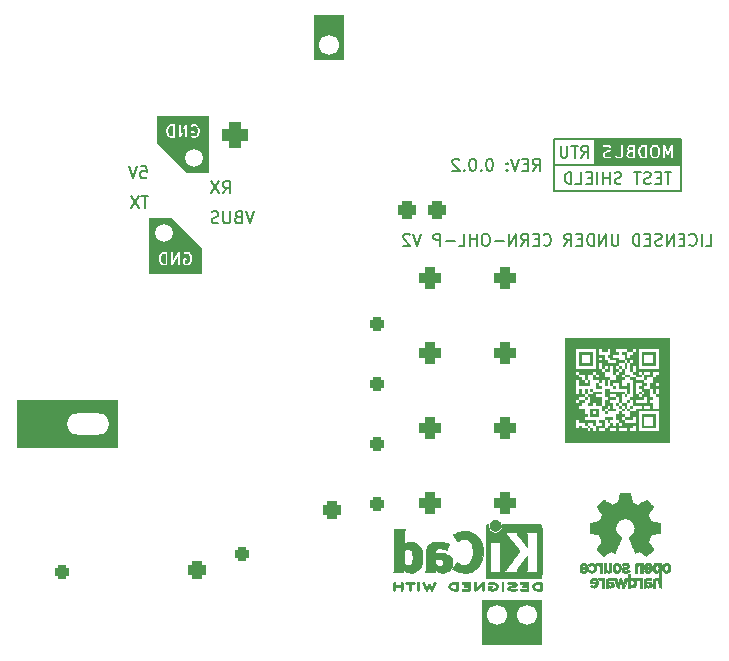
<source format=gbr>
%TF.GenerationSoftware,KiCad,Pcbnew,7.0.1*%
%TF.CreationDate,2023-12-28T10:00:38-05:00*%
%TF.ProjectId,ModbusRTU-Test-Shield,4d6f6462-7573-4525-9455-2d546573742d,0.0.2*%
%TF.SameCoordinates,PX6486dd0PY8062360*%
%TF.FileFunction,Legend,Bot*%
%TF.FilePolarity,Positive*%
%FSLAX46Y46*%
G04 Gerber Fmt 4.6, Leading zero omitted, Abs format (unit mm)*
G04 Created by KiCad (PCBNEW 7.0.1) date 2023-12-28 10:00:38*
%MOMM*%
%LPD*%
G01*
G04 APERTURE LIST*
G04 Aperture macros list*
%AMRoundRect*
0 Rectangle with rounded corners*
0 $1 Rounding radius*
0 $2 $3 $4 $5 $6 $7 $8 $9 X,Y pos of 4 corners*
0 Add a 4 corners polygon primitive as box body*
4,1,4,$2,$3,$4,$5,$6,$7,$8,$9,$2,$3,0*
0 Add four circle primitives for the rounded corners*
1,1,$1+$1,$2,$3*
1,1,$1+$1,$4,$5*
1,1,$1+$1,$6,$7*
1,1,$1+$1,$8,$9*
0 Add four rect primitives between the rounded corners*
20,1,$1+$1,$2,$3,$4,$5,0*
20,1,$1+$1,$4,$5,$6,$7,0*
20,1,$1+$1,$6,$7,$8,$9,0*
20,1,$1+$1,$8,$9,$2,$3,0*%
G04 Aperture macros list end*
%ADD10C,0.000000*%
%ADD11C,0.150000*%
%ADD12C,0.010000*%
%ADD13C,2.500000*%
%ADD14O,1.400000X1.900000*%
%ADD15C,1.700000*%
%ADD16RoundRect,0.300000X-0.300000X0.300000X-0.300000X-0.300000X0.300000X-0.300000X0.300000X0.300000X0*%
%ADD17C,1.200000*%
%ADD18RoundRect,0.300000X0.300000X-0.300000X0.300000X0.300000X-0.300000X0.300000X-0.300000X-0.300000X0*%
%ADD19C,2.000000*%
%ADD20RoundRect,0.450000X-0.450000X-0.450000X0.450000X-0.450000X0.450000X0.450000X-0.450000X0.450000X0*%
%ADD21C,1.800000*%
%ADD22C,1.400000*%
%ADD23O,1.400000X1.400000*%
%ADD24RoundRect,0.400000X0.400000X0.400000X-0.400000X0.400000X-0.400000X-0.400000X0.400000X-0.400000X0*%
%ADD25O,1.600000X1.600000*%
%ADD26RoundRect,0.400000X0.400000X-0.400000X0.400000X0.400000X-0.400000X0.400000X-0.400000X-0.400000X0*%
%ADD27O,3.600000X1.800000*%
%ADD28C,3.200000*%
%ADD29C,2.340000*%
%ADD30RoundRect,0.550000X-0.550000X0.550000X-0.550000X-0.550000X0.550000X-0.550000X0.550000X0.550000X0*%
%ADD31O,2.200000X2.200000*%
%ADD32C,3.250000*%
%ADD33C,1.520000*%
G04 APERTURE END LIST*
D10*
G36*
X51160073Y20027823D02*
G01*
X50920208Y20027823D01*
X50920208Y20268244D01*
X51160073Y20268244D01*
X51160073Y20027823D01*
G37*
G36*
X49237820Y19547538D02*
G01*
X49237820Y19307118D01*
X48517115Y19307118D01*
X48517115Y19547538D01*
X48757535Y19547538D01*
X48997956Y19547538D01*
X48997956Y19787959D01*
X48757535Y19787959D01*
X48757535Y19547538D01*
X48517115Y19547538D01*
X48517115Y20027823D01*
X49237820Y20027823D01*
X49237820Y19547538D01*
G37*
G36*
X51640914Y20027824D02*
G01*
X51400493Y20027823D01*
X51400493Y20268244D01*
X51160073Y20268244D01*
X51160073Y20508665D01*
X51640914Y20508665D01*
X51640914Y20027824D01*
G37*
G36*
X52602040Y25073874D02*
G01*
X52602040Y24593589D01*
X52602040Y24112748D01*
X51881334Y24112748D01*
X51881334Y23872327D01*
X52121198Y23872327D01*
X52121198Y24112748D01*
X52602040Y24112748D01*
X52602040Y23632463D01*
X52602040Y23392043D01*
X54283871Y23392043D01*
X54283871Y25073874D01*
X55244997Y25073874D01*
X55244997Y23151622D01*
X53082324Y23151622D01*
X53082324Y22911201D01*
X53563166Y22911201D01*
X53563166Y23151622D01*
X53803586Y23151622D01*
X53803586Y22671337D01*
X53322745Y22671337D01*
X53322745Y22430917D01*
X53082324Y22430917D01*
X53082324Y22911201D01*
X52842460Y22911201D01*
X52842460Y22671337D01*
X52361619Y22671337D01*
X52361619Y22911201D01*
X52602040Y22911201D01*
X52842460Y22911201D01*
X52842460Y23151622D01*
X52602040Y23151622D01*
X52602040Y22911201D01*
X52361619Y22911201D01*
X52121198Y22911201D01*
X52121198Y23151622D01*
X52361619Y23151622D01*
X52361619Y23632463D01*
X52121198Y23632463D01*
X52121198Y23151622D01*
X51881334Y23151622D01*
X51881334Y23872327D01*
X51640914Y23872327D01*
X51640914Y23392043D01*
X51400493Y23392043D01*
X51400493Y23872327D01*
X51640914Y23872327D01*
X51640914Y24112748D01*
X51400493Y24112748D01*
X51400493Y23872327D01*
X50920208Y23872327D01*
X50920208Y23632463D01*
X50679788Y23632463D01*
X50679788Y23392043D01*
X50920208Y23392043D01*
X50920208Y23151622D01*
X51160073Y23151622D01*
X51160073Y23392043D01*
X51400493Y23392043D01*
X51400493Y22911201D01*
X51160073Y22911201D01*
X50920208Y22911201D01*
X50920208Y23151622D01*
X50679788Y23151622D01*
X50679788Y22911201D01*
X50439367Y22911201D01*
X50439367Y23632463D01*
X50198946Y23632463D01*
X50198946Y23151622D01*
X49718662Y23151622D01*
X49718662Y22911201D01*
X49718662Y22671337D01*
X50198946Y22671337D01*
X50198946Y22430917D01*
X50679788Y22430917D01*
X50679788Y22911201D01*
X50920208Y22911201D01*
X51160073Y22911201D01*
X51160073Y22671337D01*
X51400493Y22671337D01*
X51400493Y22911201D01*
X51881334Y22911201D01*
X51881334Y22671337D01*
X51400493Y22671337D01*
X51400493Y22430917D01*
X51160073Y22430917D01*
X51160073Y21950076D01*
X51640914Y21950076D01*
X51640914Y22190496D01*
X51881334Y22190496D01*
X51881334Y21229370D01*
X51640914Y21229370D01*
X51640914Y21710211D01*
X50920208Y21710211D01*
X50920208Y22190496D01*
X50439367Y22190496D01*
X50439367Y21950076D01*
X50198946Y21950076D01*
X50198946Y22430917D01*
X49959082Y22430917D01*
X49959082Y21950076D01*
X49718662Y21950076D01*
X49718662Y22430917D01*
X49478241Y22430917D01*
X49478241Y22190496D01*
X49237820Y22190496D01*
X49237820Y22430917D01*
X48757535Y22430917D01*
X48757535Y22671337D01*
X48997956Y22671337D01*
X49237820Y22671337D01*
X49237820Y22911201D01*
X48997956Y22911201D01*
X48997956Y22671337D01*
X48757535Y22671337D01*
X48757535Y22911201D01*
X48997956Y22911201D01*
X48997956Y23151622D01*
X49478241Y23151622D01*
X49718662Y23151622D01*
X49718662Y23392043D01*
X49959082Y23392043D01*
X49959082Y23632463D01*
X49718662Y23632463D01*
X49718662Y23392043D01*
X49478241Y23392043D01*
X49478241Y23151622D01*
X48757535Y23151622D01*
X48757535Y22911201D01*
X48277251Y22911201D01*
X48277251Y22430917D01*
X48036830Y22430917D01*
X48036830Y22190496D01*
X48277251Y22190496D01*
X48277251Y22430917D01*
X48517115Y22430917D01*
X48517115Y21950076D01*
X47555989Y21950076D01*
X47555989Y22430917D01*
X47316125Y22430917D01*
X47316125Y21229370D01*
X47555989Y21229370D01*
X47555989Y21710211D01*
X47796410Y21710211D01*
X47796410Y21229370D01*
X48036830Y21229370D01*
X48036830Y20988949D01*
X47555989Y20988949D01*
X47555989Y20749085D01*
X47316125Y20749085D01*
X47316125Y20508665D01*
X47555989Y20508665D01*
X47555989Y20749085D01*
X48036830Y20749085D01*
X48036830Y20988949D01*
X48277251Y20988949D01*
X48277251Y20749085D01*
X48036830Y20749085D01*
X48036830Y20508665D01*
X47796410Y20508665D01*
X47796410Y20268244D01*
X47555989Y20268244D01*
X47555989Y20027823D01*
X48036830Y20027823D01*
X48036830Y19547538D01*
X48277251Y19547538D01*
X48277251Y19307118D01*
X48036830Y19307118D01*
X48036830Y19067254D01*
X48997956Y19067254D01*
X48997956Y18586413D01*
X49478241Y18586413D01*
X49478241Y18826833D01*
X49237820Y18826833D01*
X49237820Y19067254D01*
X49718662Y19067254D01*
X49718662Y18345992D01*
X49237820Y18345992D01*
X49237820Y18106128D01*
X49718662Y18106128D01*
X50198946Y18106128D01*
X50679788Y18106128D01*
X50920208Y18106128D01*
X51640914Y18106128D01*
X51640914Y18345992D01*
X51881334Y18345992D01*
X51881334Y18106128D01*
X52361619Y18106128D01*
X52602040Y18106128D01*
X54283871Y18106128D01*
X54283871Y19787959D01*
X52602040Y19787959D01*
X52602040Y19307118D01*
X52602040Y18586413D01*
X52602040Y18106128D01*
X52361619Y18106128D01*
X52361619Y18586413D01*
X52121198Y18586413D01*
X52121198Y18345992D01*
X50920208Y18345992D01*
X50920208Y18106128D01*
X50679788Y18106128D01*
X50679788Y18345992D01*
X50198946Y18345992D01*
X50198946Y18106128D01*
X49718662Y18106128D01*
X49718662Y18345992D01*
X49959082Y18345992D01*
X49959082Y18586413D01*
X50198946Y18586413D01*
X50198946Y18826833D01*
X50439367Y18826833D01*
X50439367Y18586413D01*
X50679788Y18586413D01*
X50679788Y18826833D01*
X50920208Y18826833D01*
X50920208Y18586413D01*
X51160073Y18586413D01*
X51160073Y18826833D01*
X51400493Y18826833D01*
X52361619Y18826833D01*
X52361619Y19307118D01*
X52121198Y19307118D01*
X52121198Y19067254D01*
X51400493Y19067254D01*
X51400493Y18826833D01*
X51160073Y18826833D01*
X50920208Y18826833D01*
X50920208Y19067254D01*
X50679788Y19067254D01*
X50679788Y19547538D01*
X50920208Y19547538D01*
X50920208Y19787959D01*
X51160073Y19787959D01*
X51160073Y19547538D01*
X51400493Y19547538D01*
X51400493Y19307118D01*
X51160073Y19307118D01*
X51160073Y19067254D01*
X51400493Y19067254D01*
X51400493Y19307118D01*
X51881334Y19307118D01*
X51881334Y19787959D01*
X52361619Y19787959D01*
X52361619Y20027823D01*
X52842460Y20027823D01*
X53082324Y20027823D01*
X53563166Y20027823D01*
X53563166Y20268244D01*
X53082324Y20268244D01*
X53082324Y20027823D01*
X52842460Y20027823D01*
X52842460Y20268244D01*
X52121198Y20268244D01*
X52121198Y20508665D01*
X52361619Y20508665D01*
X53322745Y20508665D01*
X53322745Y20988949D01*
X53082324Y20988949D01*
X53082324Y20749085D01*
X52361619Y20749085D01*
X52361619Y20508665D01*
X52121198Y20508665D01*
X52121198Y20749085D01*
X51881334Y20749085D01*
X51881334Y20988949D01*
X52121198Y20988949D01*
X52121198Y21229370D01*
X52361619Y21229370D01*
X52602040Y21229370D01*
X52602040Y20988949D01*
X52842460Y20988949D01*
X52842460Y21229370D01*
X53082324Y21229370D01*
X53082324Y21469791D01*
X52842460Y21469791D01*
X52842460Y21710211D01*
X52602040Y21710211D01*
X52602040Y21950076D01*
X52842460Y21950076D01*
X52842460Y22190496D01*
X52361619Y22190496D01*
X52361619Y21229370D01*
X52121198Y21229370D01*
X52121198Y22430917D01*
X51881334Y22430917D01*
X51881334Y22671337D01*
X52361619Y22671337D01*
X52361619Y22430917D01*
X53082324Y22430917D01*
X53082324Y22190496D01*
X53322745Y22190496D01*
X53322745Y21950076D01*
X53082324Y21950076D01*
X53082324Y21710211D01*
X53563166Y21710211D01*
X53563166Y21229370D01*
X53563166Y20988949D01*
X53803586Y20988949D01*
X53803586Y20749085D01*
X53563166Y20749085D01*
X53563166Y20508665D01*
X53803586Y20508665D01*
X53803586Y20268244D01*
X53803586Y20027823D01*
X54283871Y20027823D01*
X54283871Y20988949D01*
X54043450Y20988949D01*
X54043450Y21229370D01*
X54283871Y21229370D01*
X54283871Y21710211D01*
X54043450Y21710211D01*
X54043450Y21229370D01*
X53803586Y21229370D01*
X53803586Y21710211D01*
X53563166Y21710211D01*
X53563166Y21950076D01*
X54043450Y21950076D01*
X54283871Y21950076D01*
X54283871Y22190496D01*
X54043450Y22190496D01*
X54043450Y21950076D01*
X53563166Y21950076D01*
X53563166Y22190496D01*
X53803586Y22190496D01*
X53803586Y22671337D01*
X54043450Y22671337D01*
X54043450Y22911201D01*
X54283871Y22911201D01*
X54283871Y23151622D01*
X55244997Y23151622D01*
X55244997Y22190496D01*
X55244997Y21710211D01*
X55244997Y20027823D01*
X55244997Y19787959D01*
X55244997Y17145003D01*
X46355000Y17145003D01*
X46355000Y19067254D01*
X47316125Y19067254D01*
X47316125Y18345992D01*
X47555989Y18345992D01*
X47555989Y18586413D01*
X47796410Y18586413D01*
X47796410Y18345992D01*
X48277251Y18345992D01*
X48277251Y18106128D01*
X48517115Y18106128D01*
X48517115Y18345992D01*
X48757535Y18345992D01*
X48757535Y18106128D01*
X48997956Y18106128D01*
X48997956Y18586413D01*
X48757535Y18586413D01*
X48757535Y18826833D01*
X48277251Y18826833D01*
X48277251Y18586413D01*
X48036830Y18586413D01*
X48036830Y18826833D01*
X47555989Y18826833D01*
X47555989Y19067254D01*
X47316125Y19067254D01*
X46355000Y19067254D01*
X46355000Y22911201D01*
X47316125Y22911201D01*
X47555989Y22911201D01*
X47555989Y22671337D01*
X47796410Y22671337D01*
X47796410Y22430917D01*
X48036830Y22430917D01*
X48036830Y22911201D01*
X47555989Y22911201D01*
X47555989Y23151622D01*
X47316125Y23151622D01*
X47316125Y22911201D01*
X46355000Y22911201D01*
X46355000Y25073874D01*
X47316125Y25073874D01*
X47316125Y23392043D01*
X48997956Y23392043D01*
X48997956Y24112748D01*
X49237820Y24112748D01*
X49478241Y24112748D01*
X49478241Y24353169D01*
X49237820Y24353169D01*
X49237820Y24112748D01*
X48997956Y24112748D01*
X48997956Y24593589D01*
X49237820Y24593589D01*
X49718662Y24593589D01*
X49718662Y24353169D01*
X49718662Y24112748D01*
X49959082Y24112748D01*
X49959082Y23872327D01*
X49478241Y23872327D01*
X49237820Y23872327D01*
X49237820Y23392043D01*
X49478241Y23392043D01*
X49478241Y23872327D01*
X49959082Y23872327D01*
X50679788Y23872327D01*
X50679788Y24112748D01*
X50198946Y24112748D01*
X50198946Y24353169D01*
X50439367Y24353169D01*
X50920208Y24353169D01*
X50920208Y24112748D01*
X51400493Y24112748D01*
X51400493Y24593589D01*
X51160073Y24593589D01*
X51160073Y24833453D01*
X51640914Y24833453D01*
X51640914Y24353169D01*
X51881334Y24353169D01*
X51881334Y24593589D01*
X52121198Y24593589D01*
X52121198Y24833453D01*
X52361619Y24833453D01*
X52361619Y25073874D01*
X52121198Y25073874D01*
X52121198Y24833453D01*
X51640914Y24833453D01*
X51640914Y25073874D01*
X50679788Y25073874D01*
X50679788Y24833453D01*
X50920208Y24833453D01*
X50920208Y24593589D01*
X50439367Y24593589D01*
X50439367Y24353169D01*
X50198946Y24353169D01*
X49959082Y24353169D01*
X49959082Y24593589D01*
X50198946Y24593589D01*
X50198946Y25073874D01*
X49959082Y25073874D01*
X49959082Y24833453D01*
X49478241Y24833453D01*
X49478241Y25073874D01*
X49237820Y25073874D01*
X49237820Y24593589D01*
X48997956Y24593589D01*
X48997956Y25073874D01*
X47316125Y25073874D01*
X46355000Y25073874D01*
X46355000Y26035000D01*
X55244997Y26035000D01*
X55244997Y25073874D01*
X52602040Y25073874D01*
G37*
G36*
X51640914Y20988949D02*
G01*
X51400493Y20988949D01*
X51400493Y21229370D01*
X51640914Y21229370D01*
X51640914Y20988949D01*
G37*
D11*
X45402500Y40640000D02*
X56197500Y40640000D01*
D10*
G36*
X54043450Y19307118D02*
G01*
X54043450Y18345992D01*
X52842460Y18345992D01*
X52842460Y18586413D01*
X53082324Y18586413D01*
X53803586Y18586413D01*
X53803586Y19307118D01*
X53082324Y19307118D01*
X53082324Y18586413D01*
X52842460Y18586413D01*
X52842460Y19547538D01*
X54043450Y19547538D01*
X54043450Y19307118D01*
G37*
G36*
X51881334Y19787959D02*
G01*
X51640914Y19787959D01*
X51640914Y20027823D01*
X51881334Y20027823D01*
X51881334Y19787959D01*
G37*
D11*
X45402500Y42862500D02*
X56197500Y42862500D01*
X56197500Y38417500D01*
X45402500Y38417500D01*
X45402500Y42862500D01*
D10*
G36*
X50679788Y21710211D02*
G01*
X50439367Y21710211D01*
X50439367Y21950076D01*
X50679788Y21950076D01*
X50679788Y21710211D01*
G37*
D11*
X48895000Y40640000D02*
X48895000Y42862500D01*
D10*
G36*
X50920208Y20268244D02*
G01*
X50679788Y20268244D01*
X50679788Y20508665D01*
X50920208Y20508665D01*
X50920208Y20268244D01*
G37*
G36*
X51160073Y23392043D02*
G01*
X50920208Y23392043D01*
X50920208Y23632463D01*
X51160073Y23632463D01*
X51160073Y23392043D01*
G37*
G36*
X50439367Y19067254D02*
G01*
X50198946Y19067254D01*
X50198946Y18826833D01*
X49959082Y18826833D01*
X49959082Y19067254D01*
X49718662Y19067254D01*
X49718662Y19307118D01*
X50439367Y19307118D01*
X50439367Y19067254D01*
G37*
G36*
X49237820Y21950076D02*
G01*
X49478241Y21950076D01*
X49478241Y21710211D01*
X48997956Y21710211D01*
X48997956Y22190496D01*
X49237820Y22190496D01*
X49237820Y21950076D01*
G37*
G36*
X51400493Y19787959D02*
G01*
X51160073Y19787959D01*
X51160073Y20027823D01*
X51400493Y20027823D01*
X51400493Y19787959D01*
G37*
G36*
X48757535Y24593589D02*
G01*
X48757535Y23632463D01*
X47555989Y23632463D01*
X47555989Y23872327D01*
X47796410Y23872327D01*
X48517115Y23872327D01*
X48517115Y24593589D01*
X47796410Y24593589D01*
X47796410Y23872327D01*
X47555989Y23872327D01*
X47555989Y24833453D01*
X48757535Y24833453D01*
X48757535Y24593589D01*
G37*
G36*
X48277251Y21229370D02*
G01*
X48036830Y21229370D01*
X48036830Y21710211D01*
X48277251Y21710211D01*
X48277251Y21229370D01*
G37*
G36*
X51160073Y21229370D02*
G01*
X51160073Y20508665D01*
X50920208Y20508665D01*
X50920208Y20988949D01*
X50679788Y20988949D01*
X50679788Y20749085D01*
X50198946Y20749085D01*
X50198946Y20508665D01*
X50439367Y20508665D01*
X50439367Y20268244D01*
X50439367Y20027823D01*
X50679788Y20027823D01*
X50679788Y19787959D01*
X49959082Y19787959D01*
X49959082Y20027823D01*
X50198946Y20027823D01*
X50198946Y20268244D01*
X49959082Y20268244D01*
X49959082Y20027823D01*
X49718662Y20027823D01*
X49718662Y19787959D01*
X49478241Y19787959D01*
X49478241Y20268244D01*
X49718662Y20268244D01*
X49718662Y20749085D01*
X49959082Y20749085D01*
X49959082Y20988949D01*
X50198946Y20988949D01*
X50679788Y20988949D01*
X50679788Y21229370D01*
X50198946Y21229370D01*
X50198946Y20988949D01*
X49959082Y20988949D01*
X49718662Y20988949D01*
X49718662Y21710211D01*
X50198946Y21710211D01*
X50198946Y21469791D01*
X51400493Y21469791D01*
X51400493Y21229370D01*
X51160073Y21229370D01*
G37*
G36*
X52121198Y20027823D02*
G01*
X51881335Y20027823D01*
X51881335Y20268244D01*
X52121198Y20268244D01*
X52121198Y20027823D01*
G37*
G36*
X48517115Y18345992D02*
G01*
X48277251Y18345992D01*
X48277251Y18586413D01*
X48517115Y18586413D01*
X48517115Y18345992D01*
G37*
G36*
X48757535Y21469791D02*
G01*
X48517115Y21469791D01*
X48517115Y21710211D01*
X48757535Y21710211D01*
X48757535Y21469791D01*
G37*
G36*
X49959082Y19547538D02*
G01*
X49718662Y19547538D01*
X49718662Y19787959D01*
X49959082Y19787959D01*
X49959082Y19547538D01*
G37*
G36*
X54043450Y24593589D02*
G01*
X54043450Y23632463D01*
X52842460Y23632463D01*
X52842460Y23872327D01*
X53082324Y23872327D01*
X53803586Y23872327D01*
X53803586Y24593589D01*
X53082324Y24593589D01*
X53082324Y23872327D01*
X52842460Y23872327D01*
X52842460Y24833453D01*
X54043450Y24833453D01*
X54043450Y24593589D01*
G37*
G36*
X52842460Y21229370D02*
G01*
X52602040Y21229370D01*
X52602040Y21469791D01*
X52842460Y21469791D01*
X52842460Y21229370D01*
G37*
G36*
X49478241Y21229370D02*
G01*
X48997956Y21229370D01*
X48997956Y20988949D01*
X49478241Y20988949D01*
X49478241Y20268244D01*
X48997956Y20268244D01*
X48997956Y20508665D01*
X48757535Y20508665D01*
X48757535Y20268244D01*
X48277251Y20268244D01*
X48277251Y20508665D01*
X48517115Y20508665D01*
X48517115Y20988949D01*
X48277251Y20988949D01*
X48277251Y21229370D01*
X48757535Y21229370D01*
X48757535Y21469791D01*
X49478241Y21469791D01*
X49478241Y21229370D01*
G37*
G36*
X51881334Y20508665D02*
G01*
X51640914Y20508665D01*
X51640914Y20749085D01*
X51881334Y20749085D01*
X51881334Y20508665D01*
G37*
D11*
X58267619Y33827381D02*
X58743809Y33827381D01*
X58743809Y33827381D02*
X58743809Y34827381D01*
X57934285Y33827381D02*
X57934285Y34827381D01*
X56886667Y33922620D02*
X56934286Y33875000D01*
X56934286Y33875000D02*
X57077143Y33827381D01*
X57077143Y33827381D02*
X57172381Y33827381D01*
X57172381Y33827381D02*
X57315238Y33875000D01*
X57315238Y33875000D02*
X57410476Y33970239D01*
X57410476Y33970239D02*
X57458095Y34065477D01*
X57458095Y34065477D02*
X57505714Y34255953D01*
X57505714Y34255953D02*
X57505714Y34398810D01*
X57505714Y34398810D02*
X57458095Y34589286D01*
X57458095Y34589286D02*
X57410476Y34684524D01*
X57410476Y34684524D02*
X57315238Y34779762D01*
X57315238Y34779762D02*
X57172381Y34827381D01*
X57172381Y34827381D02*
X57077143Y34827381D01*
X57077143Y34827381D02*
X56934286Y34779762D01*
X56934286Y34779762D02*
X56886667Y34732143D01*
X56458095Y34351191D02*
X56124762Y34351191D01*
X55981905Y33827381D02*
X56458095Y33827381D01*
X56458095Y33827381D02*
X56458095Y34827381D01*
X56458095Y34827381D02*
X55981905Y34827381D01*
X55553333Y33827381D02*
X55553333Y34827381D01*
X55553333Y34827381D02*
X54981905Y33827381D01*
X54981905Y33827381D02*
X54981905Y34827381D01*
X54553333Y33875000D02*
X54410476Y33827381D01*
X54410476Y33827381D02*
X54172381Y33827381D01*
X54172381Y33827381D02*
X54077143Y33875000D01*
X54077143Y33875000D02*
X54029524Y33922620D01*
X54029524Y33922620D02*
X53981905Y34017858D01*
X53981905Y34017858D02*
X53981905Y34113096D01*
X53981905Y34113096D02*
X54029524Y34208334D01*
X54029524Y34208334D02*
X54077143Y34255953D01*
X54077143Y34255953D02*
X54172381Y34303572D01*
X54172381Y34303572D02*
X54362857Y34351191D01*
X54362857Y34351191D02*
X54458095Y34398810D01*
X54458095Y34398810D02*
X54505714Y34446429D01*
X54505714Y34446429D02*
X54553333Y34541667D01*
X54553333Y34541667D02*
X54553333Y34636905D01*
X54553333Y34636905D02*
X54505714Y34732143D01*
X54505714Y34732143D02*
X54458095Y34779762D01*
X54458095Y34779762D02*
X54362857Y34827381D01*
X54362857Y34827381D02*
X54124762Y34827381D01*
X54124762Y34827381D02*
X53981905Y34779762D01*
X53553333Y34351191D02*
X53220000Y34351191D01*
X53077143Y33827381D02*
X53553333Y33827381D01*
X53553333Y33827381D02*
X53553333Y34827381D01*
X53553333Y34827381D02*
X53077143Y34827381D01*
X52648571Y33827381D02*
X52648571Y34827381D01*
X52648571Y34827381D02*
X52410476Y34827381D01*
X52410476Y34827381D02*
X52267619Y34779762D01*
X52267619Y34779762D02*
X52172381Y34684524D01*
X52172381Y34684524D02*
X52124762Y34589286D01*
X52124762Y34589286D02*
X52077143Y34398810D01*
X52077143Y34398810D02*
X52077143Y34255953D01*
X52077143Y34255953D02*
X52124762Y34065477D01*
X52124762Y34065477D02*
X52172381Y33970239D01*
X52172381Y33970239D02*
X52267619Y33875000D01*
X52267619Y33875000D02*
X52410476Y33827381D01*
X52410476Y33827381D02*
X52648571Y33827381D01*
X50886666Y34827381D02*
X50886666Y34017858D01*
X50886666Y34017858D02*
X50839047Y33922620D01*
X50839047Y33922620D02*
X50791428Y33875000D01*
X50791428Y33875000D02*
X50696190Y33827381D01*
X50696190Y33827381D02*
X50505714Y33827381D01*
X50505714Y33827381D02*
X50410476Y33875000D01*
X50410476Y33875000D02*
X50362857Y33922620D01*
X50362857Y33922620D02*
X50315238Y34017858D01*
X50315238Y34017858D02*
X50315238Y34827381D01*
X49839047Y33827381D02*
X49839047Y34827381D01*
X49839047Y34827381D02*
X49267619Y33827381D01*
X49267619Y33827381D02*
X49267619Y34827381D01*
X48791428Y33827381D02*
X48791428Y34827381D01*
X48791428Y34827381D02*
X48553333Y34827381D01*
X48553333Y34827381D02*
X48410476Y34779762D01*
X48410476Y34779762D02*
X48315238Y34684524D01*
X48315238Y34684524D02*
X48267619Y34589286D01*
X48267619Y34589286D02*
X48220000Y34398810D01*
X48220000Y34398810D02*
X48220000Y34255953D01*
X48220000Y34255953D02*
X48267619Y34065477D01*
X48267619Y34065477D02*
X48315238Y33970239D01*
X48315238Y33970239D02*
X48410476Y33875000D01*
X48410476Y33875000D02*
X48553333Y33827381D01*
X48553333Y33827381D02*
X48791428Y33827381D01*
X47791428Y34351191D02*
X47458095Y34351191D01*
X47315238Y33827381D02*
X47791428Y33827381D01*
X47791428Y33827381D02*
X47791428Y34827381D01*
X47791428Y34827381D02*
X47315238Y34827381D01*
X46315238Y33827381D02*
X46648571Y34303572D01*
X46886666Y33827381D02*
X46886666Y34827381D01*
X46886666Y34827381D02*
X46505714Y34827381D01*
X46505714Y34827381D02*
X46410476Y34779762D01*
X46410476Y34779762D02*
X46362857Y34732143D01*
X46362857Y34732143D02*
X46315238Y34636905D01*
X46315238Y34636905D02*
X46315238Y34494048D01*
X46315238Y34494048D02*
X46362857Y34398810D01*
X46362857Y34398810D02*
X46410476Y34351191D01*
X46410476Y34351191D02*
X46505714Y34303572D01*
X46505714Y34303572D02*
X46886666Y34303572D01*
X44553333Y33922620D02*
X44600952Y33875000D01*
X44600952Y33875000D02*
X44743809Y33827381D01*
X44743809Y33827381D02*
X44839047Y33827381D01*
X44839047Y33827381D02*
X44981904Y33875000D01*
X44981904Y33875000D02*
X45077142Y33970239D01*
X45077142Y33970239D02*
X45124761Y34065477D01*
X45124761Y34065477D02*
X45172380Y34255953D01*
X45172380Y34255953D02*
X45172380Y34398810D01*
X45172380Y34398810D02*
X45124761Y34589286D01*
X45124761Y34589286D02*
X45077142Y34684524D01*
X45077142Y34684524D02*
X44981904Y34779762D01*
X44981904Y34779762D02*
X44839047Y34827381D01*
X44839047Y34827381D02*
X44743809Y34827381D01*
X44743809Y34827381D02*
X44600952Y34779762D01*
X44600952Y34779762D02*
X44553333Y34732143D01*
X44124761Y34351191D02*
X43791428Y34351191D01*
X43648571Y33827381D02*
X44124761Y33827381D01*
X44124761Y33827381D02*
X44124761Y34827381D01*
X44124761Y34827381D02*
X43648571Y34827381D01*
X42648571Y33827381D02*
X42981904Y34303572D01*
X43219999Y33827381D02*
X43219999Y34827381D01*
X43219999Y34827381D02*
X42839047Y34827381D01*
X42839047Y34827381D02*
X42743809Y34779762D01*
X42743809Y34779762D02*
X42696190Y34732143D01*
X42696190Y34732143D02*
X42648571Y34636905D01*
X42648571Y34636905D02*
X42648571Y34494048D01*
X42648571Y34494048D02*
X42696190Y34398810D01*
X42696190Y34398810D02*
X42743809Y34351191D01*
X42743809Y34351191D02*
X42839047Y34303572D01*
X42839047Y34303572D02*
X43219999Y34303572D01*
X42219999Y33827381D02*
X42219999Y34827381D01*
X42219999Y34827381D02*
X41648571Y33827381D01*
X41648571Y33827381D02*
X41648571Y34827381D01*
X41172380Y34208334D02*
X40410476Y34208334D01*
X39743809Y34827381D02*
X39553333Y34827381D01*
X39553333Y34827381D02*
X39458095Y34779762D01*
X39458095Y34779762D02*
X39362857Y34684524D01*
X39362857Y34684524D02*
X39315238Y34494048D01*
X39315238Y34494048D02*
X39315238Y34160715D01*
X39315238Y34160715D02*
X39362857Y33970239D01*
X39362857Y33970239D02*
X39458095Y33875000D01*
X39458095Y33875000D02*
X39553333Y33827381D01*
X39553333Y33827381D02*
X39743809Y33827381D01*
X39743809Y33827381D02*
X39839047Y33875000D01*
X39839047Y33875000D02*
X39934285Y33970239D01*
X39934285Y33970239D02*
X39981904Y34160715D01*
X39981904Y34160715D02*
X39981904Y34494048D01*
X39981904Y34494048D02*
X39934285Y34684524D01*
X39934285Y34684524D02*
X39839047Y34779762D01*
X39839047Y34779762D02*
X39743809Y34827381D01*
X38886666Y33827381D02*
X38886666Y34827381D01*
X38886666Y34351191D02*
X38315238Y34351191D01*
X38315238Y33827381D02*
X38315238Y34827381D01*
X37362857Y33827381D02*
X37839047Y33827381D01*
X37839047Y33827381D02*
X37839047Y34827381D01*
X37029523Y34208334D02*
X36267619Y34208334D01*
X35791428Y33827381D02*
X35791428Y34827381D01*
X35791428Y34827381D02*
X35410476Y34827381D01*
X35410476Y34827381D02*
X35315238Y34779762D01*
X35315238Y34779762D02*
X35267619Y34732143D01*
X35267619Y34732143D02*
X35220000Y34636905D01*
X35220000Y34636905D02*
X35220000Y34494048D01*
X35220000Y34494048D02*
X35267619Y34398810D01*
X35267619Y34398810D02*
X35315238Y34351191D01*
X35315238Y34351191D02*
X35410476Y34303572D01*
X35410476Y34303572D02*
X35791428Y34303572D01*
X34172380Y34827381D02*
X33839047Y33827381D01*
X33839047Y33827381D02*
X33505714Y34827381D01*
X33219999Y34732143D02*
X33172380Y34779762D01*
X33172380Y34779762D02*
X33077142Y34827381D01*
X33077142Y34827381D02*
X32839047Y34827381D01*
X32839047Y34827381D02*
X32743809Y34779762D01*
X32743809Y34779762D02*
X32696190Y34732143D01*
X32696190Y34732143D02*
X32648571Y34636905D01*
X32648571Y34636905D02*
X32648571Y34541667D01*
X32648571Y34541667D02*
X32696190Y34398810D01*
X32696190Y34398810D02*
X33267618Y33827381D01*
X33267618Y33827381D02*
X32648571Y33827381D01*
X47743988Y41288631D02*
X48077321Y41764822D01*
X48315416Y41288631D02*
X48315416Y42288631D01*
X48315416Y42288631D02*
X47934464Y42288631D01*
X47934464Y42288631D02*
X47839226Y42241012D01*
X47839226Y42241012D02*
X47791607Y42193393D01*
X47791607Y42193393D02*
X47743988Y42098155D01*
X47743988Y42098155D02*
X47743988Y41955298D01*
X47743988Y41955298D02*
X47791607Y41860060D01*
X47791607Y41860060D02*
X47839226Y41812441D01*
X47839226Y41812441D02*
X47934464Y41764822D01*
X47934464Y41764822D02*
X48315416Y41764822D01*
X47458273Y42288631D02*
X46886845Y42288631D01*
X47172559Y41288631D02*
X47172559Y42288631D01*
X46553511Y42288631D02*
X46553511Y41479108D01*
X46553511Y41479108D02*
X46505892Y41383870D01*
X46505892Y41383870D02*
X46458273Y41336250D01*
X46458273Y41336250D02*
X46363035Y41288631D01*
X46363035Y41288631D02*
X46172559Y41288631D01*
X46172559Y41288631D02*
X46077321Y41336250D01*
X46077321Y41336250D02*
X46029702Y41383870D01*
X46029702Y41383870D02*
X45982083Y41479108D01*
X45982083Y41479108D02*
X45982083Y42288631D01*
X55371428Y40066131D02*
X54800000Y40066131D01*
X55085714Y39066131D02*
X55085714Y40066131D01*
X54466666Y39589941D02*
X54133333Y39589941D01*
X53990476Y39066131D02*
X54466666Y39066131D01*
X54466666Y39066131D02*
X54466666Y40066131D01*
X54466666Y40066131D02*
X53990476Y40066131D01*
X53609523Y39113750D02*
X53466666Y39066131D01*
X53466666Y39066131D02*
X53228571Y39066131D01*
X53228571Y39066131D02*
X53133333Y39113750D01*
X53133333Y39113750D02*
X53085714Y39161370D01*
X53085714Y39161370D02*
X53038095Y39256608D01*
X53038095Y39256608D02*
X53038095Y39351846D01*
X53038095Y39351846D02*
X53085714Y39447084D01*
X53085714Y39447084D02*
X53133333Y39494703D01*
X53133333Y39494703D02*
X53228571Y39542322D01*
X53228571Y39542322D02*
X53419047Y39589941D01*
X53419047Y39589941D02*
X53514285Y39637560D01*
X53514285Y39637560D02*
X53561904Y39685179D01*
X53561904Y39685179D02*
X53609523Y39780417D01*
X53609523Y39780417D02*
X53609523Y39875655D01*
X53609523Y39875655D02*
X53561904Y39970893D01*
X53561904Y39970893D02*
X53514285Y40018512D01*
X53514285Y40018512D02*
X53419047Y40066131D01*
X53419047Y40066131D02*
X53180952Y40066131D01*
X53180952Y40066131D02*
X53038095Y40018512D01*
X52752380Y40066131D02*
X52180952Y40066131D01*
X52466666Y39066131D02*
X52466666Y40066131D01*
X51133332Y39113750D02*
X50990475Y39066131D01*
X50990475Y39066131D02*
X50752380Y39066131D01*
X50752380Y39066131D02*
X50657142Y39113750D01*
X50657142Y39113750D02*
X50609523Y39161370D01*
X50609523Y39161370D02*
X50561904Y39256608D01*
X50561904Y39256608D02*
X50561904Y39351846D01*
X50561904Y39351846D02*
X50609523Y39447084D01*
X50609523Y39447084D02*
X50657142Y39494703D01*
X50657142Y39494703D02*
X50752380Y39542322D01*
X50752380Y39542322D02*
X50942856Y39589941D01*
X50942856Y39589941D02*
X51038094Y39637560D01*
X51038094Y39637560D02*
X51085713Y39685179D01*
X51085713Y39685179D02*
X51133332Y39780417D01*
X51133332Y39780417D02*
X51133332Y39875655D01*
X51133332Y39875655D02*
X51085713Y39970893D01*
X51085713Y39970893D02*
X51038094Y40018512D01*
X51038094Y40018512D02*
X50942856Y40066131D01*
X50942856Y40066131D02*
X50704761Y40066131D01*
X50704761Y40066131D02*
X50561904Y40018512D01*
X50133332Y39066131D02*
X50133332Y40066131D01*
X50133332Y39589941D02*
X49561904Y39589941D01*
X49561904Y39066131D02*
X49561904Y40066131D01*
X49085713Y39066131D02*
X49085713Y40066131D01*
X48609523Y39589941D02*
X48276190Y39589941D01*
X48133333Y39066131D02*
X48609523Y39066131D01*
X48609523Y39066131D02*
X48609523Y40066131D01*
X48609523Y40066131D02*
X48133333Y40066131D01*
X47228571Y39066131D02*
X47704761Y39066131D01*
X47704761Y39066131D02*
X47704761Y40066131D01*
X46895237Y39066131D02*
X46895237Y40066131D01*
X46895237Y40066131D02*
X46657142Y40066131D01*
X46657142Y40066131D02*
X46514285Y40018512D01*
X46514285Y40018512D02*
X46419047Y39923274D01*
X46419047Y39923274D02*
X46371428Y39828036D01*
X46371428Y39828036D02*
X46323809Y39637560D01*
X46323809Y39637560D02*
X46323809Y39494703D01*
X46323809Y39494703D02*
X46371428Y39304227D01*
X46371428Y39304227D02*
X46419047Y39208989D01*
X46419047Y39208989D02*
X46514285Y39113750D01*
X46514285Y39113750D02*
X46657142Y39066131D01*
X46657142Y39066131D02*
X46895237Y39066131D01*
G36*
X54120871Y42179372D02*
G01*
X54192812Y42107431D01*
X54233154Y41946064D01*
X54233154Y41631199D01*
X54192812Y41469832D01*
X54120868Y41397889D01*
X54052354Y41363631D01*
X53897289Y41363631D01*
X53828770Y41397890D01*
X53756829Y41469832D01*
X53716488Y41631199D01*
X53716488Y41946063D01*
X53756829Y42107431D01*
X53828771Y42179373D01*
X53897287Y42213631D01*
X54052353Y42213631D01*
X54120871Y42179372D01*
G37*
G36*
X52137916Y41363631D02*
G01*
X51849670Y41363631D01*
X51781152Y41397890D01*
X51750744Y41428299D01*
X51716488Y41496813D01*
X51716488Y41604259D01*
X51750747Y41672777D01*
X51777239Y41699270D01*
X51885141Y41735237D01*
X51887974Y41734727D01*
X51894518Y41737441D01*
X52137916Y41737441D01*
X52137916Y41363631D01*
G37*
G36*
X52137916Y41887441D02*
G01*
X51897289Y41887441D01*
X51828771Y41921700D01*
X51798364Y41952107D01*
X51764107Y42020622D01*
X51764107Y42080449D01*
X51798366Y42148967D01*
X51828771Y42179373D01*
X51897287Y42213631D01*
X52137916Y42213631D01*
X52137916Y41887441D01*
G37*
G36*
X53137916Y41363631D02*
G01*
X52986991Y41363631D01*
X52872476Y41401803D01*
X52798364Y41475917D01*
X52759871Y41552903D01*
X52716488Y41726437D01*
X52716488Y41850825D01*
X52759871Y42024359D01*
X52798366Y42101348D01*
X52872477Y42175460D01*
X52986992Y42213631D01*
X53137916Y42213631D01*
X53137916Y41363631D01*
G37*
G36*
X56096845Y40695893D02*
G01*
X48995655Y40695893D01*
X48995655Y42249332D01*
X49563766Y42249332D01*
X49571606Y42205992D01*
X49601633Y42173770D01*
X49644313Y42162897D01*
X49796516Y42213631D01*
X50004734Y42213631D01*
X50073252Y42179372D01*
X50103657Y42148967D01*
X50137916Y42080451D01*
X50137916Y42020623D01*
X50103657Y41952106D01*
X50073250Y41921699D01*
X49996264Y41883206D01*
X49826731Y41840823D01*
X49818120Y41841752D01*
X49805789Y41835587D01*
X49803314Y41834968D01*
X49796175Y41830781D01*
X49711595Y41788491D01*
X49699265Y41785808D01*
X49684645Y41771189D01*
X49669520Y41757119D01*
X49669157Y41755701D01*
X49642722Y41729266D01*
X49631873Y41722822D01*
X49622622Y41704322D01*
X49612727Y41686199D01*
X49612831Y41684739D01*
X49576211Y41611498D01*
X49566488Y41596368D01*
X49566488Y41581038D01*
X49563774Y41565955D01*
X49566488Y41559411D01*
X49566488Y41483148D01*
X49564557Y41465264D01*
X49571413Y41451551D01*
X49575731Y41436848D01*
X49581084Y41432210D01*
X49617819Y41358741D01*
X49620502Y41346410D01*
X49635121Y41331790D01*
X49649191Y41316664D01*
X49650609Y41316302D01*
X49677043Y41289867D01*
X49683488Y41279016D01*
X49701999Y41269761D01*
X49720110Y41259871D01*
X49721569Y41259976D01*
X49794815Y41223353D01*
X49809942Y41213631D01*
X49825272Y41213631D01*
X49840355Y41210917D01*
X49846899Y41213631D01*
X50060657Y41213631D01*
X50072884Y41210516D01*
X50092496Y41217054D01*
X50112319Y41222874D01*
X50113277Y41223981D01*
X50246861Y41268508D01*
X50273801Y41287231D01*
X50290637Y41327930D01*
X50282797Y41371270D01*
X50252771Y41403492D01*
X50210090Y41414365D01*
X50057887Y41363631D01*
X49849670Y41363631D01*
X49781152Y41397890D01*
X49750744Y41428299D01*
X49732262Y41465264D01*
X50564557Y41465264D01*
X50571413Y41451551D01*
X50575731Y41436848D01*
X50581084Y41432210D01*
X50617819Y41358741D01*
X50620502Y41346410D01*
X50635121Y41331790D01*
X50649191Y41316664D01*
X50650609Y41316302D01*
X50677043Y41289867D01*
X50683488Y41279016D01*
X50701999Y41269761D01*
X50720110Y41259871D01*
X50721569Y41259976D01*
X50794815Y41223353D01*
X50809942Y41213631D01*
X50825272Y41213631D01*
X50840355Y41210917D01*
X50846899Y41213631D01*
X51018400Y41213631D01*
X51036284Y41211700D01*
X51049997Y41218557D01*
X51064700Y41222874D01*
X51069338Y41228228D01*
X51142806Y41264963D01*
X51155140Y41267645D01*
X51169771Y41282278D01*
X51184884Y41296334D01*
X51185246Y41297754D01*
X51211680Y41324188D01*
X51222531Y41330632D01*
X51231787Y41349146D01*
X51241677Y41367256D01*
X51241572Y41368716D01*
X51278194Y41441960D01*
X51287916Y41457086D01*
X51287916Y41472416D01*
X51290630Y41487499D01*
X51287916Y41494043D01*
X51287916Y41613574D01*
X51563774Y41613574D01*
X51566488Y41607030D01*
X51566488Y41483148D01*
X51564557Y41465264D01*
X51571413Y41451551D01*
X51575731Y41436848D01*
X51581084Y41432210D01*
X51617819Y41358741D01*
X51620502Y41346410D01*
X51635121Y41331790D01*
X51649191Y41316664D01*
X51650609Y41316302D01*
X51677043Y41289867D01*
X51683488Y41279016D01*
X51701999Y41269761D01*
X51720110Y41259871D01*
X51721569Y41259976D01*
X51794815Y41223353D01*
X51809942Y41213631D01*
X51825272Y41213631D01*
X51840355Y41210917D01*
X51846899Y41213631D01*
X52207556Y41213631D01*
X52224040Y41211261D01*
X52239192Y41218181D01*
X52255176Y41222874D01*
X52258912Y41227187D01*
X52264104Y41229557D01*
X52273111Y41243574D01*
X52284018Y41256160D01*
X52284829Y41261807D01*
X52287916Y41266609D01*
X52287916Y41283271D01*
X52290286Y41299755D01*
X52287916Y41304945D01*
X52287916Y41720377D01*
X52563386Y41720377D01*
X52566488Y41707969D01*
X52566488Y41706421D01*
X52569092Y41697552D01*
X52613106Y41521497D01*
X52612176Y41512883D01*
X52618342Y41500550D01*
X52618961Y41498077D01*
X52623143Y41490950D01*
X52665438Y41406360D01*
X52668121Y41394028D01*
X52682750Y41379399D01*
X52696810Y41364283D01*
X52698228Y41363921D01*
X52776076Y41286072D01*
X52787355Y41272063D01*
X52801896Y41267216D01*
X52815349Y41259870D01*
X52822417Y41260376D01*
X52942184Y41220453D01*
X52952799Y41213631D01*
X52973478Y41213631D01*
X52994118Y41212885D01*
X52995377Y41213631D01*
X53207556Y41213631D01*
X53224040Y41211261D01*
X53239192Y41218181D01*
X53255176Y41222874D01*
X53258912Y41227187D01*
X53264104Y41229557D01*
X53273111Y41243574D01*
X53284018Y41256160D01*
X53284829Y41261807D01*
X53287916Y41266609D01*
X53287916Y41283271D01*
X53290286Y41299755D01*
X53287916Y41304945D01*
X53287916Y41625139D01*
X53563386Y41625139D01*
X53566488Y41612731D01*
X53566488Y41611183D01*
X53569092Y41602314D01*
X53616068Y41414408D01*
X53620502Y41394028D01*
X53629282Y41385248D01*
X53635563Y41374543D01*
X53644531Y41369999D01*
X53724662Y41289867D01*
X53731107Y41279016D01*
X53749608Y41269766D01*
X53767730Y41259870D01*
X53769190Y41259975D01*
X53842434Y41223353D01*
X53857561Y41213631D01*
X53872891Y41213631D01*
X53887974Y41210917D01*
X53894518Y41213631D01*
X54066019Y41213631D01*
X54083903Y41211700D01*
X54097616Y41218557D01*
X54112319Y41222874D01*
X54116957Y41228228D01*
X54190426Y41264963D01*
X54202758Y41267645D01*
X54217383Y41282271D01*
X54232503Y41296334D01*
X54232865Y41297754D01*
X54312748Y41377637D01*
X54327955Y41391934D01*
X54330966Y41403982D01*
X54336915Y41414875D01*
X54336197Y41424905D01*
X54377921Y41591802D01*
X54383154Y41599943D01*
X54383154Y41612731D01*
X54383530Y41614235D01*
X54383154Y41623481D01*
X54383154Y41942955D01*
X54386256Y41952124D01*
X54383154Y41964532D01*
X54383154Y41966080D01*
X54380549Y41974950D01*
X54333573Y42162853D01*
X54329140Y42183235D01*
X54320360Y42192015D01*
X54314079Y42202721D01*
X54305108Y42207267D01*
X54235504Y42276871D01*
X54659449Y42276871D01*
X54661726Y42271992D01*
X54661726Y41277849D01*
X54670969Y41246371D01*
X54704255Y41217529D01*
X54747850Y41211261D01*
X54787914Y41229557D01*
X54811726Y41266609D01*
X54811726Y41950564D01*
X55001839Y41543179D01*
X55010566Y41523646D01*
X55020496Y41517148D01*
X55028342Y41508243D01*
X55038544Y41505339D01*
X55047421Y41499530D01*
X55059289Y41499433D01*
X55070702Y41496183D01*
X55080852Y41499255D01*
X55091463Y41499167D01*
X55101502Y41505503D01*
X55112858Y41508939D01*
X55119737Y41517012D01*
X55128710Y41522674D01*
X55133729Y41533430D01*
X55141426Y41542461D01*
X55142849Y41552973D01*
X55328392Y41950564D01*
X55328392Y41277849D01*
X55337635Y41246371D01*
X55370921Y41217529D01*
X55414516Y41211261D01*
X55454580Y41229557D01*
X55478392Y41266609D01*
X55478392Y42282961D01*
X55480851Y42299119D01*
X55473929Y42314612D01*
X55469149Y42330891D01*
X55465080Y42334416D01*
X55462885Y42339331D01*
X55448685Y42348623D01*
X55435863Y42359733D01*
X55430535Y42360500D01*
X55426030Y42363447D01*
X55409058Y42363587D01*
X55392268Y42366001D01*
X55387373Y42363766D01*
X55381988Y42363810D01*
X55367633Y42354752D01*
X55352204Y42347705D01*
X55349294Y42343178D01*
X55344741Y42340304D01*
X55337564Y42324926D01*
X55328392Y42310653D01*
X55328392Y42305270D01*
X55070059Y41751700D01*
X54807088Y42315208D01*
X54802483Y42330891D01*
X54789660Y42342002D01*
X54778443Y42354734D01*
X54773264Y42356209D01*
X54769197Y42359733D01*
X54752403Y42362148D01*
X54736083Y42366794D01*
X54730930Y42365235D01*
X54725602Y42366001D01*
X54710165Y42358952D01*
X54693927Y42354038D01*
X54690436Y42349942D01*
X54685538Y42347705D01*
X54676362Y42333428D01*
X54665359Y42320516D01*
X54664636Y42315183D01*
X54661726Y42310653D01*
X54661726Y42293687D01*
X54659449Y42276871D01*
X54235504Y42276871D01*
X54224978Y42287397D01*
X54218535Y42298246D01*
X54200034Y42307497D01*
X54181912Y42317392D01*
X54180451Y42317288D01*
X54107210Y42353908D01*
X54092081Y42363631D01*
X54076751Y42363631D01*
X54061668Y42366345D01*
X54055124Y42363631D01*
X53883614Y42363631D01*
X53865739Y42365561D01*
X53852029Y42358707D01*
X53837323Y42354388D01*
X53832683Y42349034D01*
X53759214Y42312300D01*
X53746884Y42309617D01*
X53732264Y42294998D01*
X53717139Y42280928D01*
X53716776Y42279510D01*
X53636885Y42199619D01*
X53621687Y42185328D01*
X53618675Y42173284D01*
X53612727Y42162389D01*
X53613444Y42152359D01*
X53571720Y41985462D01*
X53566488Y41977320D01*
X53566488Y41964532D01*
X53566112Y41963028D01*
X53566488Y41953782D01*
X53566488Y41634308D01*
X53563386Y41625139D01*
X53287916Y41625139D01*
X53287916Y42283271D01*
X53290286Y42299755D01*
X53283366Y42314908D01*
X53278673Y42330891D01*
X53274360Y42334628D01*
X53271990Y42339819D01*
X53257973Y42348827D01*
X53245387Y42359733D01*
X53239740Y42360545D01*
X53234938Y42363631D01*
X53218276Y42363631D01*
X53201792Y42366001D01*
X53196602Y42363631D01*
X52984223Y42363631D01*
X52971995Y42366746D01*
X52952375Y42360207D01*
X52932561Y42354388D01*
X52931602Y42353282D01*
X52812073Y42313440D01*
X52794503Y42309617D01*
X52783664Y42298779D01*
X52771078Y42290031D01*
X52768369Y42283484D01*
X52690341Y42205456D01*
X52679492Y42199012D01*
X52670241Y42180512D01*
X52660346Y42162389D01*
X52660450Y42160929D01*
X52627998Y42096025D01*
X52621687Y42090090D01*
X52618342Y42076713D01*
X52617203Y42074433D01*
X52615739Y42066301D01*
X52571720Y41890224D01*
X52566488Y41882082D01*
X52566488Y41869294D01*
X52566112Y41867790D01*
X52566488Y41858544D01*
X52566488Y41729546D01*
X52563386Y41720377D01*
X52287916Y41720377D01*
X52287916Y41807081D01*
X52290286Y41823565D01*
X52287916Y41828755D01*
X52287916Y42283271D01*
X52290286Y42299755D01*
X52283366Y42314908D01*
X52278673Y42330891D01*
X52274360Y42334628D01*
X52271990Y42339819D01*
X52257973Y42348827D01*
X52245387Y42359733D01*
X52239740Y42360545D01*
X52234938Y42363631D01*
X52218276Y42363631D01*
X52201792Y42366001D01*
X52196602Y42363631D01*
X51883614Y42363631D01*
X51865739Y42365561D01*
X51852029Y42358707D01*
X51837323Y42354388D01*
X51832683Y42349034D01*
X51759214Y42312300D01*
X51746884Y42309617D01*
X51732264Y42294998D01*
X51717139Y42280928D01*
X51716776Y42279510D01*
X51690341Y42253075D01*
X51679492Y42246631D01*
X51670241Y42228131D01*
X51660346Y42210008D01*
X51660450Y42208548D01*
X51623830Y42135307D01*
X51614107Y42120177D01*
X51614107Y42104847D01*
X51611393Y42089764D01*
X51614107Y42083220D01*
X51614107Y42006957D01*
X51612176Y41989073D01*
X51619032Y41975360D01*
X51623350Y41960657D01*
X51628703Y41956019D01*
X51665438Y41882550D01*
X51668121Y41870218D01*
X51682748Y41855591D01*
X51696810Y41840473D01*
X51698228Y41840111D01*
X51703903Y41834436D01*
X51699265Y41833427D01*
X51688426Y41822589D01*
X51675840Y41813841D01*
X51673131Y41807294D01*
X51642722Y41776885D01*
X51631873Y41770441D01*
X51622622Y41751941D01*
X51612727Y41733818D01*
X51612831Y41732358D01*
X51576211Y41659117D01*
X51566488Y41643987D01*
X51566488Y41628657D01*
X51563774Y41613574D01*
X51287916Y41613574D01*
X51287916Y42299413D01*
X51278673Y42330891D01*
X51245387Y42359733D01*
X51201792Y42366001D01*
X51161728Y42347705D01*
X51137916Y42310653D01*
X51137916Y41496814D01*
X51103657Y41428297D01*
X51073249Y41397889D01*
X51004735Y41363631D01*
X50849670Y41363631D01*
X50781152Y41397890D01*
X50750744Y41428299D01*
X50716488Y41496813D01*
X50716488Y42299413D01*
X50707245Y42330891D01*
X50673959Y42359733D01*
X50630364Y42366001D01*
X50590300Y42347705D01*
X50566488Y42310653D01*
X50566488Y41483148D01*
X50564557Y41465264D01*
X49732262Y41465264D01*
X49716488Y41496813D01*
X49716488Y41556640D01*
X49750747Y41625158D01*
X49781152Y41655564D01*
X49858138Y41694058D01*
X50027670Y41736441D01*
X50036284Y41735510D01*
X50048617Y41741677D01*
X50051090Y41742295D01*
X50058217Y41746478D01*
X50142807Y41788773D01*
X50155139Y41791455D01*
X50169766Y41806083D01*
X50184884Y41820144D01*
X50185246Y41821563D01*
X50211681Y41847998D01*
X50222531Y41854441D01*
X50231785Y41872951D01*
X50241676Y41891064D01*
X50241571Y41892523D01*
X50278194Y41965769D01*
X50287916Y41980895D01*
X50287916Y41996225D01*
X50290630Y42011308D01*
X50287916Y42017852D01*
X50287916Y42094124D01*
X50289846Y42111999D01*
X50282991Y42125709D01*
X50278673Y42140415D01*
X50273318Y42145055D01*
X50236584Y42218524D01*
X50233902Y42230854D01*
X50219282Y42245474D01*
X50205213Y42260599D01*
X50203794Y42260962D01*
X50177359Y42287397D01*
X50170916Y42298246D01*
X50152415Y42307497D01*
X50134293Y42317392D01*
X50132832Y42317288D01*
X50059591Y42353908D01*
X50044462Y42363631D01*
X50029132Y42363631D01*
X50014049Y42366345D01*
X50007505Y42363631D01*
X49793747Y42363631D01*
X49781519Y42366746D01*
X49761899Y42360207D01*
X49742085Y42354388D01*
X49741126Y42353282D01*
X49607542Y42308754D01*
X49580602Y42290031D01*
X49563766Y42249332D01*
X48995655Y42249332D01*
X48995655Y42806607D01*
X56096845Y42806607D01*
X56096845Y40695893D01*
G37*
X43640476Y40177381D02*
X43973809Y40653572D01*
X44211904Y40177381D02*
X44211904Y41177381D01*
X44211904Y41177381D02*
X43830952Y41177381D01*
X43830952Y41177381D02*
X43735714Y41129762D01*
X43735714Y41129762D02*
X43688095Y41082143D01*
X43688095Y41082143D02*
X43640476Y40986905D01*
X43640476Y40986905D02*
X43640476Y40844048D01*
X43640476Y40844048D02*
X43688095Y40748810D01*
X43688095Y40748810D02*
X43735714Y40701191D01*
X43735714Y40701191D02*
X43830952Y40653572D01*
X43830952Y40653572D02*
X44211904Y40653572D01*
X43211904Y40701191D02*
X42878571Y40701191D01*
X42735714Y40177381D02*
X43211904Y40177381D01*
X43211904Y40177381D02*
X43211904Y41177381D01*
X43211904Y41177381D02*
X42735714Y41177381D01*
X42449999Y41177381D02*
X42116666Y40177381D01*
X42116666Y40177381D02*
X41783333Y41177381D01*
X41449999Y40272620D02*
X41402380Y40225000D01*
X41402380Y40225000D02*
X41449999Y40177381D01*
X41449999Y40177381D02*
X41497618Y40225000D01*
X41497618Y40225000D02*
X41449999Y40272620D01*
X41449999Y40272620D02*
X41449999Y40177381D01*
X41449999Y40796429D02*
X41402380Y40748810D01*
X41402380Y40748810D02*
X41449999Y40701191D01*
X41449999Y40701191D02*
X41497618Y40748810D01*
X41497618Y40748810D02*
X41449999Y40796429D01*
X41449999Y40796429D02*
X41449999Y40701191D01*
X40021428Y41177381D02*
X39926190Y41177381D01*
X39926190Y41177381D02*
X39830952Y41129762D01*
X39830952Y41129762D02*
X39783333Y41082143D01*
X39783333Y41082143D02*
X39735714Y40986905D01*
X39735714Y40986905D02*
X39688095Y40796429D01*
X39688095Y40796429D02*
X39688095Y40558334D01*
X39688095Y40558334D02*
X39735714Y40367858D01*
X39735714Y40367858D02*
X39783333Y40272620D01*
X39783333Y40272620D02*
X39830952Y40225000D01*
X39830952Y40225000D02*
X39926190Y40177381D01*
X39926190Y40177381D02*
X40021428Y40177381D01*
X40021428Y40177381D02*
X40116666Y40225000D01*
X40116666Y40225000D02*
X40164285Y40272620D01*
X40164285Y40272620D02*
X40211904Y40367858D01*
X40211904Y40367858D02*
X40259523Y40558334D01*
X40259523Y40558334D02*
X40259523Y40796429D01*
X40259523Y40796429D02*
X40211904Y40986905D01*
X40211904Y40986905D02*
X40164285Y41082143D01*
X40164285Y41082143D02*
X40116666Y41129762D01*
X40116666Y41129762D02*
X40021428Y41177381D01*
X39259523Y40272620D02*
X39211904Y40225000D01*
X39211904Y40225000D02*
X39259523Y40177381D01*
X39259523Y40177381D02*
X39307142Y40225000D01*
X39307142Y40225000D02*
X39259523Y40272620D01*
X39259523Y40272620D02*
X39259523Y40177381D01*
X38592857Y41177381D02*
X38497619Y41177381D01*
X38497619Y41177381D02*
X38402381Y41129762D01*
X38402381Y41129762D02*
X38354762Y41082143D01*
X38354762Y41082143D02*
X38307143Y40986905D01*
X38307143Y40986905D02*
X38259524Y40796429D01*
X38259524Y40796429D02*
X38259524Y40558334D01*
X38259524Y40558334D02*
X38307143Y40367858D01*
X38307143Y40367858D02*
X38354762Y40272620D01*
X38354762Y40272620D02*
X38402381Y40225000D01*
X38402381Y40225000D02*
X38497619Y40177381D01*
X38497619Y40177381D02*
X38592857Y40177381D01*
X38592857Y40177381D02*
X38688095Y40225000D01*
X38688095Y40225000D02*
X38735714Y40272620D01*
X38735714Y40272620D02*
X38783333Y40367858D01*
X38783333Y40367858D02*
X38830952Y40558334D01*
X38830952Y40558334D02*
X38830952Y40796429D01*
X38830952Y40796429D02*
X38783333Y40986905D01*
X38783333Y40986905D02*
X38735714Y41082143D01*
X38735714Y41082143D02*
X38688095Y41129762D01*
X38688095Y41129762D02*
X38592857Y41177381D01*
X37830952Y40272620D02*
X37783333Y40225000D01*
X37783333Y40225000D02*
X37830952Y40177381D01*
X37830952Y40177381D02*
X37878571Y40225000D01*
X37878571Y40225000D02*
X37830952Y40272620D01*
X37830952Y40272620D02*
X37830952Y40177381D01*
X37402381Y41082143D02*
X37354762Y41129762D01*
X37354762Y41129762D02*
X37259524Y41177381D01*
X37259524Y41177381D02*
X37021429Y41177381D01*
X37021429Y41177381D02*
X36926191Y41129762D01*
X36926191Y41129762D02*
X36878572Y41082143D01*
X36878572Y41082143D02*
X36830953Y40986905D01*
X36830953Y40986905D02*
X36830953Y40891667D01*
X36830953Y40891667D02*
X36878572Y40748810D01*
X36878572Y40748810D02*
X37450000Y40177381D01*
X37450000Y40177381D02*
X36830953Y40177381D01*
%TO.C,J6*%
G36*
X12545594Y32309881D02*
G01*
X12394669Y32309881D01*
X12280154Y32348053D01*
X12206042Y32422167D01*
X12167549Y32499153D01*
X12124166Y32672687D01*
X12124166Y32797075D01*
X12167549Y32970609D01*
X12206044Y33047598D01*
X12280155Y33121710D01*
X12394670Y33159881D01*
X12545594Y33159881D01*
X12545594Y32309881D01*
G37*
G36*
X15361667Y31642143D02*
G01*
X11403334Y31642143D01*
X11403334Y32666627D01*
X11971064Y32666627D01*
X11974166Y32654219D01*
X11974166Y32652671D01*
X11976770Y32643802D01*
X12020784Y32467747D01*
X12019854Y32459133D01*
X12026020Y32446800D01*
X12026639Y32444327D01*
X12030821Y32437200D01*
X12073116Y32352610D01*
X12075799Y32340278D01*
X12090428Y32325649D01*
X12104488Y32310533D01*
X12105906Y32310171D01*
X12183754Y32232322D01*
X12195033Y32218313D01*
X12209574Y32213466D01*
X12223027Y32206120D01*
X12230095Y32206626D01*
X12349862Y32166703D01*
X12360477Y32159881D01*
X12381156Y32159881D01*
X12401796Y32159135D01*
X12403055Y32159881D01*
X12615234Y32159881D01*
X12631718Y32157511D01*
X12646870Y32164431D01*
X12662854Y32169124D01*
X12666590Y32173437D01*
X12671782Y32175807D01*
X12680789Y32189824D01*
X12691696Y32202410D01*
X12692507Y32208057D01*
X12695594Y32212859D01*
X12695594Y32229521D01*
X12695780Y32230814D01*
X13018725Y32230814D01*
X13025373Y32211880D01*
X13031028Y32192621D01*
X13032618Y32191243D01*
X13033316Y32189257D01*
X13049146Y32176922D01*
X13064314Y32163779D01*
X13066397Y32163480D01*
X13068057Y32162186D01*
X13088047Y32160367D01*
X13107909Y32157511D01*
X13109822Y32158385D01*
X13111920Y32158194D01*
X13129724Y32167474D01*
X13147973Y32175807D01*
X13149110Y32177578D01*
X13150977Y32178550D01*
X13160933Y32195974D01*
X13171785Y32212859D01*
X13171785Y32214964D01*
X13593213Y32952463D01*
X13593213Y32224099D01*
X13602456Y32192621D01*
X13635742Y32163779D01*
X13679337Y32157511D01*
X13719401Y32175807D01*
X13743213Y32212859D01*
X13743213Y32335697D01*
X14018818Y32335697D01*
X14021785Y32322058D01*
X14021785Y32319338D01*
X14024067Y32311564D01*
X14028180Y32292660D01*
X14030216Y32290624D01*
X14031028Y32287860D01*
X14045644Y32275195D01*
X14088515Y32232323D01*
X14099795Y32218313D01*
X14114338Y32213466D01*
X14127788Y32206121D01*
X14134854Y32206627D01*
X14254624Y32166703D01*
X14265239Y32159881D01*
X14285918Y32159881D01*
X14306558Y32159135D01*
X14307817Y32159881D01*
X14373097Y32159881D01*
X14385324Y32156766D01*
X14404936Y32163304D01*
X14424759Y32169124D01*
X14425717Y32170231D01*
X14545243Y32210073D01*
X14562817Y32213895D01*
X14573657Y32224736D01*
X14586241Y32233481D01*
X14588948Y32240028D01*
X14666978Y32318058D01*
X14677828Y32324501D01*
X14687078Y32343002D01*
X14696974Y32361125D01*
X14696869Y32362585D01*
X14729321Y32427488D01*
X14735633Y32433422D01*
X14738977Y32446800D01*
X14740117Y32449079D01*
X14741580Y32457212D01*
X14785599Y32633290D01*
X14790832Y32641431D01*
X14790832Y32654219D01*
X14791208Y32655723D01*
X14790832Y32664969D01*
X14790832Y32793967D01*
X14793934Y32803136D01*
X14790832Y32815544D01*
X14790832Y32817092D01*
X14788227Y32825962D01*
X14744213Y33002019D01*
X14745143Y33010630D01*
X14738977Y33022961D01*
X14738359Y33025436D01*
X14734171Y33032575D01*
X14691881Y33117155D01*
X14689199Y33129485D01*
X14674579Y33144105D01*
X14660510Y33159230D01*
X14659091Y33159593D01*
X14581242Y33237442D01*
X14569965Y33251449D01*
X14555423Y33256297D01*
X14541971Y33263642D01*
X14534903Y33263137D01*
X14415136Y33303059D01*
X14404521Y33309881D01*
X14383841Y33309881D01*
X14363202Y33310627D01*
X14361943Y33309881D01*
X14243673Y33309881D01*
X14225798Y33311811D01*
X14212088Y33304957D01*
X14197382Y33300638D01*
X14192742Y33295284D01*
X14101219Y33249522D01*
X14077198Y33227178D01*
X14066287Y33184507D01*
X14080177Y33142711D01*
X14114459Y33115059D01*
X14158248Y33110331D01*
X14257346Y33159881D01*
X14370329Y33159881D01*
X14484842Y33121710D01*
X14558954Y33047598D01*
X14597448Y32970612D01*
X14640832Y32797076D01*
X14640832Y32672687D01*
X14597448Y32499155D01*
X14558954Y32422166D01*
X14484842Y32348053D01*
X14370327Y32309881D01*
X14299431Y32309881D01*
X14184917Y32348053D01*
X14171785Y32361186D01*
X14171785Y32588453D01*
X14298043Y32588453D01*
X14329521Y32597696D01*
X14358363Y32630982D01*
X14364631Y32674577D01*
X14346335Y32714641D01*
X14309283Y32738453D01*
X14102145Y32738453D01*
X14085661Y32740823D01*
X14070508Y32733904D01*
X14054525Y32729210D01*
X14050788Y32724898D01*
X14045597Y32722527D01*
X14036589Y32708511D01*
X14025683Y32695924D01*
X14024871Y32690278D01*
X14021785Y32685475D01*
X14021785Y32668813D01*
X14019415Y32652329D01*
X14021785Y32647139D01*
X14021785Y32343651D01*
X14018818Y32335697D01*
X13743213Y32335697D01*
X13743213Y33226085D01*
X13746273Y33238949D01*
X13739623Y33257886D01*
X13733970Y33277141D01*
X13732379Y33278520D01*
X13731682Y33280505D01*
X13715851Y33292841D01*
X13700684Y33305983D01*
X13698600Y33306283D01*
X13696941Y33307576D01*
X13676950Y33309396D01*
X13657089Y33312251D01*
X13655175Y33311378D01*
X13653078Y33311568D01*
X13635273Y33302289D01*
X13617025Y33293955D01*
X13615887Y33292185D01*
X13614021Y33291212D01*
X13604064Y33273789D01*
X13593213Y33256903D01*
X13593213Y33254798D01*
X13171785Y32517299D01*
X13171785Y33245663D01*
X13162542Y33277141D01*
X13129256Y33305983D01*
X13085661Y33312251D01*
X13045597Y33293955D01*
X13021785Y33256903D01*
X13021785Y32243678D01*
X13018725Y32230814D01*
X12695780Y32230814D01*
X12697964Y32246005D01*
X12695594Y32251195D01*
X12695594Y33229521D01*
X12697964Y33246005D01*
X12691044Y33261158D01*
X12686351Y33277141D01*
X12682038Y33280878D01*
X12679668Y33286069D01*
X12665651Y33295077D01*
X12653065Y33305983D01*
X12647418Y33306795D01*
X12642616Y33309881D01*
X12625954Y33309881D01*
X12609470Y33312251D01*
X12604280Y33309881D01*
X12391901Y33309881D01*
X12379673Y33312996D01*
X12360053Y33306457D01*
X12340239Y33300638D01*
X12339280Y33299532D01*
X12219751Y33259690D01*
X12202181Y33255867D01*
X12191342Y33245029D01*
X12178756Y33236281D01*
X12176047Y33229734D01*
X12098019Y33151706D01*
X12087170Y33145262D01*
X12077919Y33126762D01*
X12068024Y33108639D01*
X12068128Y33107179D01*
X12035676Y33042275D01*
X12029365Y33036340D01*
X12026020Y33022963D01*
X12024881Y33020683D01*
X12023417Y33012551D01*
X11979398Y32836474D01*
X11974166Y32828332D01*
X11974166Y32815544D01*
X11973790Y32814040D01*
X11974166Y32804794D01*
X11974166Y32675796D01*
X11971064Y32666627D01*
X11403334Y32666627D01*
X11403334Y33752857D01*
X15361667Y33752857D01*
X15361667Y31642143D01*
G37*
X11064761Y37997381D02*
X10493333Y37997381D01*
X10779047Y36997381D02*
X10779047Y37997381D01*
X10255237Y37997381D02*
X9588571Y36997381D01*
X9588571Y37997381D02*
X10255237Y36997381D01*
G36*
X13180594Y43104881D02*
G01*
X13029669Y43104881D01*
X12915154Y43143053D01*
X12841042Y43217167D01*
X12802549Y43294153D01*
X12759166Y43467687D01*
X12759166Y43592075D01*
X12802549Y43765609D01*
X12841044Y43842598D01*
X12915155Y43916710D01*
X13029670Y43954881D01*
X13180594Y43954881D01*
X13180594Y43104881D01*
G37*
G36*
X15996667Y42437143D02*
G01*
X12038334Y42437143D01*
X12038334Y43461627D01*
X12606064Y43461627D01*
X12609166Y43449219D01*
X12609166Y43447671D01*
X12611770Y43438802D01*
X12655784Y43262747D01*
X12654854Y43254133D01*
X12661020Y43241800D01*
X12661639Y43239327D01*
X12665821Y43232200D01*
X12708116Y43147610D01*
X12710799Y43135278D01*
X12725428Y43120649D01*
X12739488Y43105533D01*
X12740906Y43105171D01*
X12818754Y43027322D01*
X12830033Y43013313D01*
X12844574Y43008466D01*
X12858027Y43001120D01*
X12865095Y43001626D01*
X12984862Y42961703D01*
X12995477Y42954881D01*
X13016156Y42954881D01*
X13036796Y42954135D01*
X13038055Y42954881D01*
X13250234Y42954881D01*
X13266718Y42952511D01*
X13281870Y42959431D01*
X13297854Y42964124D01*
X13301590Y42968437D01*
X13306782Y42970807D01*
X13315789Y42984824D01*
X13326696Y42997410D01*
X13327507Y43003057D01*
X13330594Y43007859D01*
X13330594Y43024521D01*
X13330780Y43025814D01*
X13653725Y43025814D01*
X13660373Y43006880D01*
X13666028Y42987621D01*
X13667618Y42986243D01*
X13668316Y42984257D01*
X13684146Y42971922D01*
X13699314Y42958779D01*
X13701397Y42958480D01*
X13703057Y42957186D01*
X13723047Y42955367D01*
X13742909Y42952511D01*
X13744822Y42953385D01*
X13746920Y42953194D01*
X13764724Y42962474D01*
X13782973Y42970807D01*
X13784110Y42972578D01*
X13785977Y42973550D01*
X13795933Y42990974D01*
X13806785Y43007859D01*
X13806785Y43009964D01*
X14228213Y43747463D01*
X14228213Y43019099D01*
X14237456Y42987621D01*
X14270742Y42958779D01*
X14314337Y42952511D01*
X14354401Y42970807D01*
X14378213Y43007859D01*
X14378213Y43130697D01*
X14653818Y43130697D01*
X14656785Y43117058D01*
X14656785Y43114338D01*
X14659067Y43106564D01*
X14663180Y43087660D01*
X14665216Y43085624D01*
X14666028Y43082860D01*
X14680644Y43070195D01*
X14723515Y43027323D01*
X14734795Y43013313D01*
X14749338Y43008466D01*
X14762788Y43001121D01*
X14769854Y43001627D01*
X14889624Y42961703D01*
X14900239Y42954881D01*
X14920918Y42954881D01*
X14941558Y42954135D01*
X14942817Y42954881D01*
X15008097Y42954881D01*
X15020324Y42951766D01*
X15039936Y42958304D01*
X15059759Y42964124D01*
X15060717Y42965231D01*
X15180243Y43005073D01*
X15197817Y43008895D01*
X15208657Y43019736D01*
X15221241Y43028481D01*
X15223948Y43035028D01*
X15301978Y43113058D01*
X15312828Y43119501D01*
X15322078Y43138002D01*
X15331974Y43156125D01*
X15331869Y43157585D01*
X15364321Y43222488D01*
X15370633Y43228422D01*
X15373977Y43241800D01*
X15375117Y43244079D01*
X15376580Y43252212D01*
X15420599Y43428290D01*
X15425832Y43436431D01*
X15425832Y43449219D01*
X15426208Y43450723D01*
X15425832Y43459969D01*
X15425832Y43588967D01*
X15428934Y43598136D01*
X15425832Y43610544D01*
X15425832Y43612092D01*
X15423227Y43620962D01*
X15379213Y43797019D01*
X15380143Y43805630D01*
X15373977Y43817961D01*
X15373359Y43820436D01*
X15369171Y43827575D01*
X15326881Y43912155D01*
X15324199Y43924485D01*
X15309579Y43939105D01*
X15295510Y43954230D01*
X15294091Y43954593D01*
X15216242Y44032442D01*
X15204965Y44046449D01*
X15190423Y44051297D01*
X15176971Y44058642D01*
X15169903Y44058137D01*
X15050136Y44098059D01*
X15039521Y44104881D01*
X15018841Y44104881D01*
X14998202Y44105627D01*
X14996943Y44104881D01*
X14878673Y44104881D01*
X14860798Y44106811D01*
X14847088Y44099957D01*
X14832382Y44095638D01*
X14827742Y44090284D01*
X14736219Y44044522D01*
X14712198Y44022178D01*
X14701287Y43979507D01*
X14715177Y43937711D01*
X14749459Y43910059D01*
X14793248Y43905331D01*
X14892346Y43954881D01*
X15005329Y43954881D01*
X15119842Y43916710D01*
X15193954Y43842598D01*
X15232448Y43765612D01*
X15275832Y43592076D01*
X15275832Y43467687D01*
X15232448Y43294155D01*
X15193954Y43217166D01*
X15119842Y43143053D01*
X15005327Y43104881D01*
X14934431Y43104881D01*
X14819917Y43143053D01*
X14806785Y43156186D01*
X14806785Y43383453D01*
X14933043Y43383453D01*
X14964521Y43392696D01*
X14993363Y43425982D01*
X14999631Y43469577D01*
X14981335Y43509641D01*
X14944283Y43533453D01*
X14737145Y43533453D01*
X14720661Y43535823D01*
X14705508Y43528904D01*
X14689525Y43524210D01*
X14685788Y43519898D01*
X14680597Y43517527D01*
X14671589Y43503511D01*
X14660683Y43490924D01*
X14659871Y43485278D01*
X14656785Y43480475D01*
X14656785Y43463813D01*
X14654415Y43447329D01*
X14656785Y43442139D01*
X14656785Y43138651D01*
X14653818Y43130697D01*
X14378213Y43130697D01*
X14378213Y44021085D01*
X14381273Y44033949D01*
X14374623Y44052886D01*
X14368970Y44072141D01*
X14367379Y44073520D01*
X14366682Y44075505D01*
X14350851Y44087841D01*
X14335684Y44100983D01*
X14333600Y44101283D01*
X14331941Y44102576D01*
X14311950Y44104396D01*
X14292089Y44107251D01*
X14290175Y44106378D01*
X14288078Y44106568D01*
X14270273Y44097289D01*
X14252025Y44088955D01*
X14250887Y44087185D01*
X14249021Y44086212D01*
X14239064Y44068789D01*
X14228213Y44051903D01*
X14228213Y44049798D01*
X13806785Y43312299D01*
X13806785Y44040663D01*
X13797542Y44072141D01*
X13764256Y44100983D01*
X13720661Y44107251D01*
X13680597Y44088955D01*
X13656785Y44051903D01*
X13656785Y43038678D01*
X13653725Y43025814D01*
X13330780Y43025814D01*
X13332964Y43041005D01*
X13330594Y43046195D01*
X13330594Y44024521D01*
X13332964Y44041005D01*
X13326044Y44056158D01*
X13321351Y44072141D01*
X13317038Y44075878D01*
X13314668Y44081069D01*
X13300651Y44090077D01*
X13288065Y44100983D01*
X13282418Y44101795D01*
X13277616Y44104881D01*
X13260954Y44104881D01*
X13244470Y44107251D01*
X13239280Y44104881D01*
X13026901Y44104881D01*
X13014673Y44107996D01*
X12995053Y44101457D01*
X12975239Y44095638D01*
X12974280Y44094532D01*
X12854751Y44054690D01*
X12837181Y44050867D01*
X12826342Y44040029D01*
X12813756Y44031281D01*
X12811047Y44024734D01*
X12733019Y43946706D01*
X12722170Y43940262D01*
X12712919Y43921762D01*
X12703024Y43903639D01*
X12703128Y43902179D01*
X12670676Y43837275D01*
X12664365Y43831340D01*
X12661020Y43817963D01*
X12659881Y43815683D01*
X12658417Y43807551D01*
X12614398Y43631474D01*
X12609166Y43623332D01*
X12609166Y43610544D01*
X12608790Y43609040D01*
X12609166Y43599794D01*
X12609166Y43470796D01*
X12606064Y43461627D01*
X12038334Y43461627D01*
X12038334Y44547857D01*
X15996667Y44547857D01*
X15996667Y42437143D01*
G37*
X17382857Y38267381D02*
X17716190Y38743572D01*
X17954285Y38267381D02*
X17954285Y39267381D01*
X17954285Y39267381D02*
X17573333Y39267381D01*
X17573333Y39267381D02*
X17478095Y39219762D01*
X17478095Y39219762D02*
X17430476Y39172143D01*
X17430476Y39172143D02*
X17382857Y39076905D01*
X17382857Y39076905D02*
X17382857Y38934048D01*
X17382857Y38934048D02*
X17430476Y38838810D01*
X17430476Y38838810D02*
X17478095Y38791191D01*
X17478095Y38791191D02*
X17573333Y38743572D01*
X17573333Y38743572D02*
X17954285Y38743572D01*
X17049523Y39267381D02*
X16382857Y38267381D01*
X16382857Y39267381D02*
X17049523Y38267381D01*
X10445714Y40537381D02*
X10921904Y40537381D01*
X10921904Y40537381D02*
X10969523Y40061191D01*
X10969523Y40061191D02*
X10921904Y40108810D01*
X10921904Y40108810D02*
X10826666Y40156429D01*
X10826666Y40156429D02*
X10588571Y40156429D01*
X10588571Y40156429D02*
X10493333Y40108810D01*
X10493333Y40108810D02*
X10445714Y40061191D01*
X10445714Y40061191D02*
X10398095Y39965953D01*
X10398095Y39965953D02*
X10398095Y39727858D01*
X10398095Y39727858D02*
X10445714Y39632620D01*
X10445714Y39632620D02*
X10493333Y39585000D01*
X10493333Y39585000D02*
X10588571Y39537381D01*
X10588571Y39537381D02*
X10826666Y39537381D01*
X10826666Y39537381D02*
X10921904Y39585000D01*
X10921904Y39585000D02*
X10969523Y39632620D01*
X10112380Y40537381D02*
X9779047Y39537381D01*
X9779047Y39537381D02*
X9445714Y40537381D01*
X20001904Y36727381D02*
X19668571Y35727381D01*
X19668571Y35727381D02*
X19335238Y36727381D01*
X18668571Y36251191D02*
X18525714Y36203572D01*
X18525714Y36203572D02*
X18478095Y36155953D01*
X18478095Y36155953D02*
X18430476Y36060715D01*
X18430476Y36060715D02*
X18430476Y35917858D01*
X18430476Y35917858D02*
X18478095Y35822620D01*
X18478095Y35822620D02*
X18525714Y35775000D01*
X18525714Y35775000D02*
X18620952Y35727381D01*
X18620952Y35727381D02*
X19001904Y35727381D01*
X19001904Y35727381D02*
X19001904Y36727381D01*
X19001904Y36727381D02*
X18668571Y36727381D01*
X18668571Y36727381D02*
X18573333Y36679762D01*
X18573333Y36679762D02*
X18525714Y36632143D01*
X18525714Y36632143D02*
X18478095Y36536905D01*
X18478095Y36536905D02*
X18478095Y36441667D01*
X18478095Y36441667D02*
X18525714Y36346429D01*
X18525714Y36346429D02*
X18573333Y36298810D01*
X18573333Y36298810D02*
X18668571Y36251191D01*
X18668571Y36251191D02*
X19001904Y36251191D01*
X18001904Y36727381D02*
X18001904Y35917858D01*
X18001904Y35917858D02*
X17954285Y35822620D01*
X17954285Y35822620D02*
X17906666Y35775000D01*
X17906666Y35775000D02*
X17811428Y35727381D01*
X17811428Y35727381D02*
X17620952Y35727381D01*
X17620952Y35727381D02*
X17525714Y35775000D01*
X17525714Y35775000D02*
X17478095Y35822620D01*
X17478095Y35822620D02*
X17430476Y35917858D01*
X17430476Y35917858D02*
X17430476Y36727381D01*
X17001904Y35775000D02*
X16859047Y35727381D01*
X16859047Y35727381D02*
X16620952Y35727381D01*
X16620952Y35727381D02*
X16525714Y35775000D01*
X16525714Y35775000D02*
X16478095Y35822620D01*
X16478095Y35822620D02*
X16430476Y35917858D01*
X16430476Y35917858D02*
X16430476Y36013096D01*
X16430476Y36013096D02*
X16478095Y36108334D01*
X16478095Y36108334D02*
X16525714Y36155953D01*
X16525714Y36155953D02*
X16620952Y36203572D01*
X16620952Y36203572D02*
X16811428Y36251191D01*
X16811428Y36251191D02*
X16906666Y36298810D01*
X16906666Y36298810D02*
X16954285Y36346429D01*
X16954285Y36346429D02*
X17001904Y36441667D01*
X17001904Y36441667D02*
X17001904Y36536905D01*
X17001904Y36536905D02*
X16954285Y36632143D01*
X16954285Y36632143D02*
X16906666Y36679762D01*
X16906666Y36679762D02*
X16811428Y36727381D01*
X16811428Y36727381D02*
X16573333Y36727381D01*
X16573333Y36727381D02*
X16430476Y36679762D01*
%TO.C,REF\u002A\u002A*%
D12*
X33955406Y5345051D02*
X33981127Y5329353D01*
X34007778Y5307773D01*
X34007778Y4660316D01*
X33981127Y4638736D01*
X33949767Y4621261D01*
X33913966Y4620425D01*
X33882528Y4640918D01*
X33878652Y4645584D01*
X33873186Y4655051D01*
X33868979Y4668733D01*
X33865867Y4689252D01*
X33863687Y4719232D01*
X33862276Y4761296D01*
X33861471Y4818068D01*
X33861107Y4892170D01*
X33861022Y4986227D01*
X33861022Y5307773D01*
X33887673Y5329353D01*
X33911386Y5344123D01*
X33934400Y5350933D01*
X33955406Y5345051D01*
G36*
X33955406Y5345051D02*
G01*
X33981127Y5329353D01*
X34007778Y5307773D01*
X34007778Y4660316D01*
X33981127Y4638736D01*
X33949767Y4621261D01*
X33913966Y4620425D01*
X33882528Y4640918D01*
X33878652Y4645584D01*
X33873186Y4655051D01*
X33868979Y4668733D01*
X33865867Y4689252D01*
X33863687Y4719232D01*
X33862276Y4761296D01*
X33861471Y4818068D01*
X33861107Y4892170D01*
X33861022Y4986227D01*
X33861022Y5307773D01*
X33887673Y5329353D01*
X33911386Y5344123D01*
X33934400Y5350933D01*
X33955406Y5345051D01*
G37*
X41086137Y5346537D02*
X41120291Y5323224D01*
X41148000Y5295515D01*
X41148000Y4982463D01*
X41147959Y4898433D01*
X41147701Y4824211D01*
X41147030Y4767459D01*
X41145752Y4725488D01*
X41143673Y4695611D01*
X41140599Y4675139D01*
X41136334Y4661386D01*
X41130684Y4651663D01*
X41123455Y4643283D01*
X41091991Y4621819D01*
X41056826Y4620053D01*
X41023822Y4639733D01*
X41018516Y4645602D01*
X41013066Y4654686D01*
X41008900Y4668027D01*
X41005846Y4688243D01*
X41003732Y4717951D01*
X41002386Y4759768D01*
X41001638Y4816311D01*
X41001314Y4890198D01*
X41001245Y4984044D01*
X41001284Y5059706D01*
X41001539Y5137615D01*
X41002183Y5197625D01*
X41003387Y5242352D01*
X41005324Y5274415D01*
X41008164Y5296429D01*
X41012079Y5311013D01*
X41017242Y5320782D01*
X41023822Y5328355D01*
X41053006Y5347377D01*
X41086137Y5346537D01*
G36*
X41086137Y5346537D02*
G01*
X41120291Y5323224D01*
X41148000Y5295515D01*
X41148000Y4982463D01*
X41147959Y4898433D01*
X41147701Y4824211D01*
X41147030Y4767459D01*
X41145752Y4725488D01*
X41143673Y4695611D01*
X41140599Y4675139D01*
X41136334Y4661386D01*
X41130684Y4651663D01*
X41123455Y4643283D01*
X41091991Y4621819D01*
X41056826Y4620053D01*
X41023822Y4639733D01*
X41018516Y4645602D01*
X41013066Y4654686D01*
X41008900Y4668027D01*
X41005846Y4688243D01*
X41003732Y4717951D01*
X41002386Y4759768D01*
X41001638Y4816311D01*
X41001314Y4890198D01*
X41001245Y4984044D01*
X41001284Y5059706D01*
X41001539Y5137615D01*
X41002183Y5197625D01*
X41003387Y5242352D01*
X41005324Y5274415D01*
X41008164Y5296429D01*
X41012079Y5311013D01*
X41017242Y5320782D01*
X41023822Y5328355D01*
X41053006Y5347377D01*
X41086137Y5346537D01*
G37*
X40554562Y10587150D02*
X40637313Y10559947D01*
X40712406Y10514516D01*
X40784298Y10448698D01*
X40822846Y10404433D01*
X40862256Y10346039D01*
X40887446Y10285414D01*
X40900861Y10216135D01*
X40904948Y10131778D01*
X40904669Y10085693D01*
X40902460Y10044550D01*
X40896894Y10012418D01*
X40886586Y9981878D01*
X40870148Y9945511D01*
X40856200Y9918272D01*
X40797665Y9832571D01*
X40725619Y9763383D01*
X40641947Y9712259D01*
X40548531Y9680750D01*
X40515434Y9673775D01*
X40474960Y9666906D01*
X40441999Y9665081D01*
X40407698Y9668053D01*
X40363200Y9675574D01*
X40311934Y9687998D01*
X40221434Y9725888D01*
X40142345Y9780164D01*
X40076528Y9848230D01*
X40025840Y9927489D01*
X39992140Y10015346D01*
X39977286Y10109205D01*
X39983136Y10206470D01*
X40009399Y10302780D01*
X40054418Y10391506D01*
X40115373Y10466581D01*
X40190184Y10526359D01*
X40276768Y10569191D01*
X40373043Y10593429D01*
X40476928Y10597424D01*
X40554562Y10587150D01*
G36*
X40554562Y10587150D02*
G01*
X40637313Y10559947D01*
X40712406Y10514516D01*
X40784298Y10448698D01*
X40822846Y10404433D01*
X40862256Y10346039D01*
X40887446Y10285414D01*
X40900861Y10216135D01*
X40904948Y10131778D01*
X40904669Y10085693D01*
X40902460Y10044550D01*
X40896894Y10012418D01*
X40886586Y9981878D01*
X40870148Y9945511D01*
X40856200Y9918272D01*
X40797665Y9832571D01*
X40725619Y9763383D01*
X40641947Y9712259D01*
X40548531Y9680750D01*
X40515434Y9673775D01*
X40474960Y9666906D01*
X40441999Y9665081D01*
X40407698Y9668053D01*
X40363200Y9675574D01*
X40311934Y9687998D01*
X40221434Y9725888D01*
X40142345Y9780164D01*
X40076528Y9848230D01*
X40025840Y9927489D01*
X39992140Y10015346D01*
X39977286Y10109205D01*
X39983136Y10206470D01*
X40009399Y10302780D01*
X40054418Y10391506D01*
X40115373Y10466581D01*
X40190184Y10526359D01*
X40276768Y10569191D01*
X40373043Y10593429D01*
X40476928Y10597424D01*
X40554562Y10587150D01*
G37*
X33255767Y5350932D02*
X33349890Y5350842D01*
X33424405Y5350502D01*
X33481811Y5349761D01*
X33524611Y5348465D01*
X33555304Y5346463D01*
X33576391Y5343604D01*
X33590373Y5339734D01*
X33599750Y5334702D01*
X33607022Y5328355D01*
X33625828Y5295638D01*
X33627275Y5258061D01*
X33610917Y5224822D01*
X33609557Y5223369D01*
X33598354Y5215008D01*
X33581252Y5209453D01*
X33554082Y5206160D01*
X33512678Y5204582D01*
X33452873Y5204178D01*
X33313511Y5204178D01*
X33313511Y4940411D01*
X33313436Y4864583D01*
X33313028Y4797917D01*
X33312046Y4748133D01*
X33310250Y4712216D01*
X33307399Y4687150D01*
X33303253Y4669919D01*
X33297571Y4657508D01*
X33290114Y4646900D01*
X33287824Y4644094D01*
X33256646Y4621452D01*
X33222266Y4619888D01*
X33189334Y4639733D01*
X33182355Y4647809D01*
X33176883Y4658407D01*
X33172863Y4674251D01*
X33170072Y4698227D01*
X33168288Y4733226D01*
X33167289Y4782136D01*
X33166852Y4847846D01*
X33166756Y4933244D01*
X33166756Y5204178D01*
X33020820Y5204178D01*
X33009720Y5204179D01*
X32953202Y5204404D01*
X32914358Y5205543D01*
X32888965Y5208343D01*
X32872804Y5213550D01*
X32861652Y5221911D01*
X32851289Y5234174D01*
X32835441Y5264862D01*
X32838543Y5298642D01*
X32864187Y5331178D01*
X32869129Y5334895D01*
X32879338Y5339731D01*
X32894764Y5343494D01*
X32917886Y5346317D01*
X32951183Y5348330D01*
X32997137Y5349667D01*
X33058228Y5350458D01*
X33136935Y5350837D01*
X33235740Y5350933D01*
X33255767Y5350932D01*
G36*
X33255767Y5350932D02*
G01*
X33349890Y5350842D01*
X33424405Y5350502D01*
X33481811Y5349761D01*
X33524611Y5348465D01*
X33555304Y5346463D01*
X33576391Y5343604D01*
X33590373Y5339734D01*
X33599750Y5334702D01*
X33607022Y5328355D01*
X33625828Y5295638D01*
X33627275Y5258061D01*
X33610917Y5224822D01*
X33609557Y5223369D01*
X33598354Y5215008D01*
X33581252Y5209453D01*
X33554082Y5206160D01*
X33512678Y5204582D01*
X33452873Y5204178D01*
X33313511Y5204178D01*
X33313511Y4940411D01*
X33313436Y4864583D01*
X33313028Y4797917D01*
X33312046Y4748133D01*
X33310250Y4712216D01*
X33307399Y4687150D01*
X33303253Y4669919D01*
X33297571Y4657508D01*
X33290114Y4646900D01*
X33287824Y4644094D01*
X33256646Y4621452D01*
X33222266Y4619888D01*
X33189334Y4639733D01*
X33182355Y4647809D01*
X33176883Y4658407D01*
X33172863Y4674251D01*
X33170072Y4698227D01*
X33168288Y4733226D01*
X33167289Y4782136D01*
X33166852Y4847846D01*
X33166756Y4933244D01*
X33166756Y5204178D01*
X33020820Y5204178D01*
X33009720Y5204179D01*
X32953202Y5204404D01*
X32914358Y5205543D01*
X32888965Y5208343D01*
X32872804Y5213550D01*
X32861652Y5221911D01*
X32851289Y5234174D01*
X32835441Y5264862D01*
X32838543Y5298642D01*
X32864187Y5331178D01*
X32869129Y5334895D01*
X32879338Y5339731D01*
X32894764Y5343494D01*
X32917886Y5346317D01*
X32951183Y5348330D01*
X32997137Y5349667D01*
X33058228Y5350458D01*
X33136935Y5350837D01*
X33235740Y5350933D01*
X33255767Y5350932D01*
G37*
X32579734Y5328355D02*
X32585366Y5322165D01*
X32590456Y5313959D01*
X32594543Y5302183D01*
X32597721Y5284724D01*
X32600087Y5259470D01*
X32601738Y5224310D01*
X32602769Y5177131D01*
X32603277Y5115823D01*
X32603359Y5038273D01*
X32603109Y4942369D01*
X32602625Y4826000D01*
X32602557Y4811825D01*
X32601971Y4750063D01*
X32600648Y4706380D01*
X32598103Y4676999D01*
X32593848Y4658145D01*
X32587396Y4646041D01*
X32578262Y4636911D01*
X32544804Y4619494D01*
X32509856Y4622396D01*
X32478953Y4646900D01*
X32469944Y4660103D01*
X32462492Y4678639D01*
X32458124Y4704667D01*
X32456069Y4743213D01*
X32455556Y4799300D01*
X32455556Y4921955D01*
X31958845Y4921955D01*
X31958845Y4787129D01*
X31958772Y4751338D01*
X31958009Y4705008D01*
X31955833Y4674474D01*
X31951536Y4655443D01*
X31944412Y4643626D01*
X31933755Y4634729D01*
X31901504Y4619659D01*
X31866217Y4622327D01*
X31835486Y4646900D01*
X31830831Y4653155D01*
X31824895Y4663679D01*
X31820364Y4677609D01*
X31817048Y4697683D01*
X31814759Y4726640D01*
X31813308Y4767220D01*
X31812505Y4822160D01*
X31812162Y4894201D01*
X31812089Y4986080D01*
X31812089Y5295515D01*
X31839798Y5323224D01*
X31871177Y5345467D01*
X31904406Y5348156D01*
X31936267Y5328355D01*
X31944553Y5318585D01*
X31951965Y5302693D01*
X31956302Y5278725D01*
X31958338Y5241852D01*
X31958845Y5187244D01*
X31958845Y5068711D01*
X32455556Y5068711D01*
X32455556Y5184224D01*
X32455994Y5235922D01*
X32457958Y5270446D01*
X32462474Y5293022D01*
X32470567Y5308874D01*
X32483265Y5323224D01*
X32514643Y5345467D01*
X32547872Y5348156D01*
X32579734Y5328355D01*
G36*
X32579734Y5328355D02*
G01*
X32585366Y5322165D01*
X32590456Y5313959D01*
X32594543Y5302183D01*
X32597721Y5284724D01*
X32600087Y5259470D01*
X32601738Y5224310D01*
X32602769Y5177131D01*
X32603277Y5115823D01*
X32603359Y5038273D01*
X32603109Y4942369D01*
X32602625Y4826000D01*
X32602557Y4811825D01*
X32601971Y4750063D01*
X32600648Y4706380D01*
X32598103Y4676999D01*
X32593848Y4658145D01*
X32587396Y4646041D01*
X32578262Y4636911D01*
X32544804Y4619494D01*
X32509856Y4622396D01*
X32478953Y4646900D01*
X32469944Y4660103D01*
X32462492Y4678639D01*
X32458124Y4704667D01*
X32456069Y4743213D01*
X32455556Y4799300D01*
X32455556Y4921955D01*
X31958845Y4921955D01*
X31958845Y4787129D01*
X31958772Y4751338D01*
X31958009Y4705008D01*
X31955833Y4674474D01*
X31951536Y4655443D01*
X31944412Y4643626D01*
X31933755Y4634729D01*
X31901504Y4619659D01*
X31866217Y4622327D01*
X31835486Y4646900D01*
X31830831Y4653155D01*
X31824895Y4663679D01*
X31820364Y4677609D01*
X31817048Y4697683D01*
X31814759Y4726640D01*
X31813308Y4767220D01*
X31812505Y4822160D01*
X31812162Y4894201D01*
X31812089Y4986080D01*
X31812089Y5295515D01*
X31839798Y5323224D01*
X31871177Y5345467D01*
X31904406Y5348156D01*
X31936267Y5328355D01*
X31944553Y5318585D01*
X31951965Y5302693D01*
X31956302Y5278725D01*
X31958338Y5241852D01*
X31958845Y5187244D01*
X31958845Y5068711D01*
X32455556Y5068711D01*
X32455556Y5184224D01*
X32455994Y5235922D01*
X32457958Y5270446D01*
X32462474Y5293022D01*
X32470567Y5308874D01*
X32483265Y5323224D01*
X32514643Y5345467D01*
X32547872Y5348156D01*
X32579734Y5328355D01*
G37*
X37285775Y4763911D02*
X37285133Y4739604D01*
X37283163Y4706825D01*
X37280235Y4683905D01*
X37276158Y4668103D01*
X37270743Y4656681D01*
X37263803Y4646900D01*
X37240406Y4617155D01*
X37074714Y4617749D01*
X37039918Y4618047D01*
X36941435Y4621478D01*
X36860473Y4629161D01*
X36793379Y4641718D01*
X36736496Y4659773D01*
X36686169Y4683948D01*
X36682810Y4685865D01*
X36624998Y4722583D01*
X36582644Y4759549D01*
X36549828Y4803034D01*
X36520628Y4859311D01*
X36516346Y4868927D01*
X36493769Y4932113D01*
X36488034Y4977667D01*
X36637279Y4977667D01*
X36642892Y4952939D01*
X36648618Y4937061D01*
X36681548Y4877153D01*
X36728886Y4831400D01*
X36792652Y4798264D01*
X36874861Y4776210D01*
X36877655Y4775708D01*
X36923940Y4769745D01*
X36980336Y4765517D01*
X37035274Y4763911D01*
X37129156Y4763911D01*
X37129156Y5204178D01*
X37041667Y5203730D01*
X36974747Y5201254D01*
X36882349Y5190002D01*
X36803034Y5170463D01*
X36741060Y5143489D01*
X36710120Y5122760D01*
X36682000Y5092994D01*
X36658660Y5050566D01*
X36651533Y5034600D01*
X36639709Y5002098D01*
X36637279Y4977667D01*
X36488034Y4977667D01*
X36486797Y4987491D01*
X36495399Y5042517D01*
X36519541Y5104649D01*
X36520337Y5106342D01*
X36560788Y5175764D01*
X36611473Y5232362D01*
X36674198Y5276930D01*
X36750774Y5310259D01*
X36843009Y5333139D01*
X36952712Y5346364D01*
X37081691Y5350725D01*
X37085263Y5350730D01*
X37145283Y5350590D01*
X37187214Y5349554D01*
X37215328Y5346960D01*
X37233897Y5342147D01*
X37247194Y5334456D01*
X37259491Y5323224D01*
X37287200Y5295515D01*
X37287200Y4986080D01*
X37287175Y4924474D01*
X37286950Y4845689D01*
X37286332Y4784979D01*
X37285775Y4763911D01*
G36*
X37285775Y4763911D02*
G01*
X37285133Y4739604D01*
X37283163Y4706825D01*
X37280235Y4683905D01*
X37276158Y4668103D01*
X37270743Y4656681D01*
X37263803Y4646900D01*
X37240406Y4617155D01*
X37074714Y4617749D01*
X37039918Y4618047D01*
X36941435Y4621478D01*
X36860473Y4629161D01*
X36793379Y4641718D01*
X36736496Y4659773D01*
X36686169Y4683948D01*
X36682810Y4685865D01*
X36624998Y4722583D01*
X36582644Y4759549D01*
X36549828Y4803034D01*
X36520628Y4859311D01*
X36516346Y4868927D01*
X36493769Y4932113D01*
X36488034Y4977667D01*
X36637279Y4977667D01*
X36642892Y4952939D01*
X36648618Y4937061D01*
X36681548Y4877153D01*
X36728886Y4831400D01*
X36792652Y4798264D01*
X36874861Y4776210D01*
X36877655Y4775708D01*
X36923940Y4769745D01*
X36980336Y4765517D01*
X37035274Y4763911D01*
X37129156Y4763911D01*
X37129156Y5204178D01*
X37041667Y5203730D01*
X36974747Y5201254D01*
X36882349Y5190002D01*
X36803034Y5170463D01*
X36741060Y5143489D01*
X36710120Y5122760D01*
X36682000Y5092994D01*
X36658660Y5050566D01*
X36651533Y5034600D01*
X36639709Y5002098D01*
X36637279Y4977667D01*
X36488034Y4977667D01*
X36486797Y4987491D01*
X36495399Y5042517D01*
X36519541Y5104649D01*
X36520337Y5106342D01*
X36560788Y5175764D01*
X36611473Y5232362D01*
X36674198Y5276930D01*
X36750774Y5310259D01*
X36843009Y5333139D01*
X36952712Y5346364D01*
X37081691Y5350725D01*
X37085263Y5350730D01*
X37145283Y5350590D01*
X37187214Y5349554D01*
X37215328Y5346960D01*
X37233897Y5342147D01*
X37247194Y5334456D01*
X37259491Y5323224D01*
X37287200Y5295515D01*
X37287200Y4986080D01*
X37287175Y4924474D01*
X37286950Y4845689D01*
X37286332Y4784979D01*
X37285775Y4763911D01*
G37*
X44375857Y5204178D02*
X44376817Y5165573D01*
X44376870Y5084959D01*
X44376622Y4984044D01*
X44376583Y4908383D01*
X44376328Y4830474D01*
X44375684Y4770464D01*
X44374480Y4725736D01*
X44372543Y4693674D01*
X44369703Y4671660D01*
X44365788Y4657076D01*
X44360626Y4647306D01*
X44354045Y4639733D01*
X44347077Y4633499D01*
X44334079Y4626199D01*
X44314931Y4621446D01*
X44285528Y4618708D01*
X44241762Y4617455D01*
X44179528Y4617155D01*
X44130582Y4617531D01*
X44023722Y4621959D01*
X43934494Y4632047D01*
X43859696Y4648635D01*
X43796125Y4672565D01*
X43740579Y4704679D01*
X43689854Y4745818D01*
X43683866Y4751670D01*
X43646999Y4800179D01*
X43615899Y4860987D01*
X43594417Y4925231D01*
X43589136Y4963974D01*
X43736353Y4963974D01*
X43754635Y4913039D01*
X43784305Y4867122D01*
X43831002Y4824713D01*
X43892392Y4794910D01*
X43971538Y4775774D01*
X43973028Y4775536D01*
X44021999Y4769744D01*
X44080693Y4765604D01*
X44136734Y4763996D01*
X44229867Y4763911D01*
X44229867Y5204178D01*
X44153667Y5204192D01*
X44150639Y5204183D01*
X44099519Y5202218D01*
X44039416Y5197493D01*
X43982708Y5190965D01*
X43932750Y5181669D01*
X43857998Y5155400D01*
X43800489Y5116101D01*
X43758988Y5063067D01*
X43737771Y5011800D01*
X43736353Y4963974D01*
X43589136Y4963974D01*
X43586400Y4984044D01*
X43587679Y5005261D01*
X43599991Y5062677D01*
X43622520Y5122587D01*
X43651750Y5176637D01*
X43684167Y5216468D01*
X43703708Y5233490D01*
X43758420Y5272678D01*
X43818723Y5302807D01*
X43887919Y5324768D01*
X43969311Y5339450D01*
X44066200Y5347741D01*
X44181889Y5350533D01*
X44221371Y5350934D01*
X44267082Y5351347D01*
X44302883Y5349543D01*
X44329974Y5343261D01*
X44349556Y5330241D01*
X44362830Y5308222D01*
X44370998Y5274945D01*
X44375260Y5228149D01*
X44375857Y5204178D01*
G36*
X44375857Y5204178D02*
G01*
X44376817Y5165573D01*
X44376870Y5084959D01*
X44376622Y4984044D01*
X44376583Y4908383D01*
X44376328Y4830474D01*
X44375684Y4770464D01*
X44374480Y4725736D01*
X44372543Y4693674D01*
X44369703Y4671660D01*
X44365788Y4657076D01*
X44360626Y4647306D01*
X44354045Y4639733D01*
X44347077Y4633499D01*
X44334079Y4626199D01*
X44314931Y4621446D01*
X44285528Y4618708D01*
X44241762Y4617455D01*
X44179528Y4617155D01*
X44130582Y4617531D01*
X44023722Y4621959D01*
X43934494Y4632047D01*
X43859696Y4648635D01*
X43796125Y4672565D01*
X43740579Y4704679D01*
X43689854Y4745818D01*
X43683866Y4751670D01*
X43646999Y4800179D01*
X43615899Y4860987D01*
X43594417Y4925231D01*
X43589136Y4963974D01*
X43736353Y4963974D01*
X43754635Y4913039D01*
X43784305Y4867122D01*
X43831002Y4824713D01*
X43892392Y4794910D01*
X43971538Y4775774D01*
X43973028Y4775536D01*
X44021999Y4769744D01*
X44080693Y4765604D01*
X44136734Y4763996D01*
X44229867Y4763911D01*
X44229867Y5204178D01*
X44153667Y5204192D01*
X44150639Y5204183D01*
X44099519Y5202218D01*
X44039416Y5197493D01*
X43982708Y5190965D01*
X43932750Y5181669D01*
X43857998Y5155400D01*
X43800489Y5116101D01*
X43758988Y5063067D01*
X43737771Y5011800D01*
X43736353Y4963974D01*
X43589136Y4963974D01*
X43586400Y4984044D01*
X43587679Y5005261D01*
X43599991Y5062677D01*
X43622520Y5122587D01*
X43651750Y5176637D01*
X43684167Y5216468D01*
X43703708Y5233490D01*
X43758420Y5272678D01*
X43818723Y5302807D01*
X43887919Y5324768D01*
X43969311Y5339450D01*
X44066200Y5347741D01*
X44181889Y5350533D01*
X44221371Y5350934D01*
X44267082Y5351347D01*
X44302883Y5349543D01*
X44329974Y5343261D01*
X44349556Y5330241D01*
X44362830Y5308222D01*
X44370998Y5274945D01*
X44375260Y5228149D01*
X44375857Y5204178D01*
G37*
X39431893Y5352108D02*
X39443301Y5345971D01*
X39453850Y5335309D01*
X39465136Y5321189D01*
X39469589Y5315228D01*
X39475588Y5304732D01*
X39480167Y5290907D01*
X39483519Y5271002D01*
X39485833Y5242268D01*
X39487301Y5201955D01*
X39488113Y5147313D01*
X39488460Y5075593D01*
X39488534Y4984044D01*
X39488511Y4925514D01*
X39488292Y4846427D01*
X39487683Y4785484D01*
X39486492Y4739938D01*
X39484529Y4707037D01*
X39481603Y4684032D01*
X39477523Y4668174D01*
X39472097Y4656714D01*
X39465136Y4646900D01*
X39434708Y4622507D01*
X39399765Y4619628D01*
X39362784Y4638718D01*
X39358600Y4642193D01*
X39350424Y4650721D01*
X39344364Y4662272D01*
X39339981Y4680104D01*
X39336839Y4707476D01*
X39334502Y4747646D01*
X39332531Y4803872D01*
X39330489Y4879411D01*
X39324845Y5098542D01*
X39059556Y4857901D01*
X38985722Y4791125D01*
X38920542Y4733009D01*
X38868348Y4688051D01*
X38827273Y4655129D01*
X38795455Y4633121D01*
X38771026Y4620906D01*
X38752124Y4617361D01*
X38736883Y4621364D01*
X38723439Y4631793D01*
X38709927Y4647526D01*
X38703682Y4656009D01*
X38698050Y4666587D01*
X38693839Y4680745D01*
X38690887Y4701197D01*
X38689032Y4730658D01*
X38688113Y4771839D01*
X38687968Y4827456D01*
X38688435Y4900221D01*
X38689352Y4992849D01*
X38692667Y5307801D01*
X38719318Y5329367D01*
X38745383Y5345559D01*
X38778241Y5348330D01*
X38812772Y5329377D01*
X38817084Y5325792D01*
X38825216Y5317263D01*
X38831245Y5305671D01*
X38835606Y5287765D01*
X38838734Y5260294D01*
X38841063Y5220006D01*
X38843029Y5163649D01*
X38845067Y5087971D01*
X38850711Y4868122D01*
X39031334Y5031916D01*
X39118072Y5110549D01*
X39193843Y5178942D01*
X39255980Y5234292D01*
X39306078Y5277662D01*
X39345735Y5310119D01*
X39376548Y5332727D01*
X39400114Y5346552D01*
X39418030Y5352657D01*
X39431893Y5352108D01*
G36*
X39431893Y5352108D02*
G01*
X39443301Y5345971D01*
X39453850Y5335309D01*
X39465136Y5321189D01*
X39469589Y5315228D01*
X39475588Y5304732D01*
X39480167Y5290907D01*
X39483519Y5271002D01*
X39485833Y5242268D01*
X39487301Y5201955D01*
X39488113Y5147313D01*
X39488460Y5075593D01*
X39488534Y4984044D01*
X39488511Y4925514D01*
X39488292Y4846427D01*
X39487683Y4785484D01*
X39486492Y4739938D01*
X39484529Y4707037D01*
X39481603Y4684032D01*
X39477523Y4668174D01*
X39472097Y4656714D01*
X39465136Y4646900D01*
X39434708Y4622507D01*
X39399765Y4619628D01*
X39362784Y4638718D01*
X39358600Y4642193D01*
X39350424Y4650721D01*
X39344364Y4662272D01*
X39339981Y4680104D01*
X39336839Y4707476D01*
X39334502Y4747646D01*
X39332531Y4803872D01*
X39330489Y4879411D01*
X39324845Y5098542D01*
X39059556Y4857901D01*
X38985722Y4791125D01*
X38920542Y4733009D01*
X38868348Y4688051D01*
X38827273Y4655129D01*
X38795455Y4633121D01*
X38771026Y4620906D01*
X38752124Y4617361D01*
X38736883Y4621364D01*
X38723439Y4631793D01*
X38709927Y4647526D01*
X38703682Y4656009D01*
X38698050Y4666587D01*
X38693839Y4680745D01*
X38690887Y4701197D01*
X38689032Y4730658D01*
X38688113Y4771839D01*
X38687968Y4827456D01*
X38688435Y4900221D01*
X38689352Y4992849D01*
X38692667Y5307801D01*
X38719318Y5329367D01*
X38745383Y5345559D01*
X38778241Y5348330D01*
X38812772Y5329377D01*
X38817084Y5325792D01*
X38825216Y5317263D01*
X38831245Y5305671D01*
X38835606Y5287765D01*
X38838734Y5260294D01*
X38841063Y5220006D01*
X38843029Y5163649D01*
X38845067Y5087971D01*
X38850711Y4868122D01*
X39031334Y5031916D01*
X39118072Y5110549D01*
X39193843Y5178942D01*
X39255980Y5234292D01*
X39306078Y5277662D01*
X39345735Y5310119D01*
X39376548Y5332727D01*
X39400114Y5346552D01*
X39418030Y5352657D01*
X39431893Y5352108D01*
G37*
X40229150Y5345821D02*
X40335157Y5329506D01*
X40428969Y5301455D01*
X40507765Y5262548D01*
X40568719Y5213666D01*
X40594789Y5180805D01*
X40624297Y5131606D01*
X40649568Y5077748D01*
X40667218Y5026581D01*
X40673858Y4985456D01*
X40672298Y4965741D01*
X40659357Y4914408D01*
X40636194Y4857882D01*
X40606302Y4803965D01*
X40573173Y4760461D01*
X40562977Y4750113D01*
X40495892Y4698338D01*
X40415766Y4658446D01*
X40329556Y4634044D01*
X40274592Y4625932D01*
X40181139Y4619327D01*
X40091358Y4621414D01*
X40008869Y4631660D01*
X39937286Y4649530D01*
X39880228Y4674492D01*
X39841311Y4706012D01*
X39839936Y4707988D01*
X39832848Y4733214D01*
X39828609Y4780465D01*
X39827200Y4849929D01*
X39828060Y4912162D01*
X39832780Y4959544D01*
X39844470Y4991647D01*
X39866239Y5011200D01*
X39901198Y5020930D01*
X39952456Y5023567D01*
X40023123Y5021839D01*
X40071743Y5018827D01*
X40121939Y5010634D01*
X40154433Y4996581D01*
X40171892Y4975346D01*
X40176983Y4945606D01*
X40176877Y4941064D01*
X40168175Y4906270D01*
X40144165Y4882853D01*
X40102900Y4869653D01*
X40042431Y4865511D01*
X39973956Y4865511D01*
X39973956Y4827159D01*
X39974006Y4818024D01*
X39976227Y4800773D01*
X39985494Y4790479D01*
X40006875Y4783541D01*
X40045436Y4776359D01*
X40050910Y4775425D01*
X40147860Y4765522D01*
X40237852Y4768441D01*
X40318760Y4783171D01*
X40388459Y4808701D01*
X40444824Y4844022D01*
X40485729Y4888121D01*
X40509051Y4939988D01*
X40512663Y4998612D01*
X40507145Y5027506D01*
X40480461Y5083396D01*
X40434273Y5129055D01*
X40369291Y5163892D01*
X40286229Y5187310D01*
X40261555Y5191759D01*
X40172226Y5202258D01*
X40092419Y5201029D01*
X40014326Y5188094D01*
X39979183Y5181304D01*
X39933745Y5180287D01*
X39902430Y5192818D01*
X39882277Y5219605D01*
X39875893Y5247852D01*
X39885379Y5279076D01*
X39894708Y5292501D01*
X39928943Y5316033D01*
X39981565Y5333905D01*
X40050081Y5345401D01*
X40132000Y5349808D01*
X40229150Y5345821D01*
G36*
X40229150Y5345821D02*
G01*
X40335157Y5329506D01*
X40428969Y5301455D01*
X40507765Y5262548D01*
X40568719Y5213666D01*
X40594789Y5180805D01*
X40624297Y5131606D01*
X40649568Y5077748D01*
X40667218Y5026581D01*
X40673858Y4985456D01*
X40672298Y4965741D01*
X40659357Y4914408D01*
X40636194Y4857882D01*
X40606302Y4803965D01*
X40573173Y4760461D01*
X40562977Y4750113D01*
X40495892Y4698338D01*
X40415766Y4658446D01*
X40329556Y4634044D01*
X40274592Y4625932D01*
X40181139Y4619327D01*
X40091358Y4621414D01*
X40008869Y4631660D01*
X39937286Y4649530D01*
X39880228Y4674492D01*
X39841311Y4706012D01*
X39839936Y4707988D01*
X39832848Y4733214D01*
X39828609Y4780465D01*
X39827200Y4849929D01*
X39828060Y4912162D01*
X39832780Y4959544D01*
X39844470Y4991647D01*
X39866239Y5011200D01*
X39901198Y5020930D01*
X39952456Y5023567D01*
X40023123Y5021839D01*
X40071743Y5018827D01*
X40121939Y5010634D01*
X40154433Y4996581D01*
X40171892Y4975346D01*
X40176983Y4945606D01*
X40176877Y4941064D01*
X40168175Y4906270D01*
X40144165Y4882853D01*
X40102900Y4869653D01*
X40042431Y4865511D01*
X39973956Y4865511D01*
X39973956Y4827159D01*
X39974006Y4818024D01*
X39976227Y4800773D01*
X39985494Y4790479D01*
X40006875Y4783541D01*
X40045436Y4776359D01*
X40050910Y4775425D01*
X40147860Y4765522D01*
X40237852Y4768441D01*
X40318760Y4783171D01*
X40388459Y4808701D01*
X40444824Y4844022D01*
X40485729Y4888121D01*
X40509051Y4939988D01*
X40512663Y4998612D01*
X40507145Y5027506D01*
X40480461Y5083396D01*
X40434273Y5129055D01*
X40369291Y5163892D01*
X40286229Y5187310D01*
X40261555Y5191759D01*
X40172226Y5202258D01*
X40092419Y5201029D01*
X40014326Y5188094D01*
X39979183Y5181304D01*
X39933745Y5180287D01*
X39902430Y5192818D01*
X39882277Y5219605D01*
X39875893Y5247852D01*
X39885379Y5279076D01*
X39894708Y5292501D01*
X39928943Y5316033D01*
X39981565Y5333905D01*
X40050081Y5345401D01*
X40132000Y5349808D01*
X40229150Y5345821D01*
G37*
X38279803Y5321189D02*
X38284752Y5314505D01*
X38290596Y5303934D01*
X38295057Y5289847D01*
X38298321Y5269522D01*
X38300574Y5240235D01*
X38302002Y5199263D01*
X38302792Y5143883D01*
X38303129Y5071372D01*
X38303200Y4979006D01*
X38303171Y4913089D01*
X38302939Y4834772D01*
X38302319Y4774504D01*
X38301126Y4729607D01*
X38299179Y4697398D01*
X38296294Y4675200D01*
X38292288Y4660331D01*
X38286979Y4650111D01*
X38280183Y4641862D01*
X38275668Y4637205D01*
X38267438Y4630718D01*
X38256078Y4625806D01*
X38238810Y4622251D01*
X38212855Y4619833D01*
X38175436Y4618333D01*
X38123773Y4617533D01*
X38055089Y4617213D01*
X37966606Y4617155D01*
X37946931Y4617162D01*
X37859906Y4617428D01*
X37792254Y4618194D01*
X37741299Y4619608D01*
X37704367Y4621820D01*
X37678783Y4624978D01*
X37661871Y4629231D01*
X37650957Y4634729D01*
X37640464Y4644715D01*
X37627203Y4675832D01*
X37628386Y4711720D01*
X37644550Y4743267D01*
X37646739Y4745543D01*
X37655427Y4751811D01*
X37668769Y4756477D01*
X37689752Y4759773D01*
X37721363Y4761932D01*
X37766590Y4763186D01*
X37828420Y4763769D01*
X37909839Y4763911D01*
X38156445Y4763911D01*
X38156445Y4921955D01*
X37994006Y4921955D01*
X37958338Y4922036D01*
X37902568Y4922833D01*
X37863430Y4924838D01*
X37836976Y4928479D01*
X37819259Y4934188D01*
X37806329Y4942393D01*
X37802686Y4945577D01*
X37784278Y4976552D01*
X37783644Y5012888D01*
X37801183Y5046507D01*
X37801245Y5046576D01*
X37810916Y5055202D01*
X37824209Y5061258D01*
X37844917Y5065189D01*
X37876828Y5067444D01*
X37923734Y5068469D01*
X37989424Y5068711D01*
X38157571Y5068711D01*
X38154186Y5133622D01*
X38150800Y5198533D01*
X37908723Y5201586D01*
X37883707Y5201914D01*
X37802087Y5203394D01*
X37739768Y5205778D01*
X37694154Y5209773D01*
X37662652Y5216087D01*
X37642667Y5225426D01*
X37631604Y5238497D01*
X37626869Y5256008D01*
X37625867Y5278665D01*
X37625873Y5281030D01*
X37627027Y5301061D01*
X37631824Y5316854D01*
X37642632Y5328910D01*
X37661817Y5337733D01*
X37691745Y5343825D01*
X37734783Y5347689D01*
X37793299Y5349826D01*
X37869657Y5350740D01*
X37966226Y5350933D01*
X38256406Y5350933D01*
X38279803Y5321189D01*
G36*
X38279803Y5321189D02*
G01*
X38284752Y5314505D01*
X38290596Y5303934D01*
X38295057Y5289847D01*
X38298321Y5269522D01*
X38300574Y5240235D01*
X38302002Y5199263D01*
X38302792Y5143883D01*
X38303129Y5071372D01*
X38303200Y4979006D01*
X38303171Y4913089D01*
X38302939Y4834772D01*
X38302319Y4774504D01*
X38301126Y4729607D01*
X38299179Y4697398D01*
X38296294Y4675200D01*
X38292288Y4660331D01*
X38286979Y4650111D01*
X38280183Y4641862D01*
X38275668Y4637205D01*
X38267438Y4630718D01*
X38256078Y4625806D01*
X38238810Y4622251D01*
X38212855Y4619833D01*
X38175436Y4618333D01*
X38123773Y4617533D01*
X38055089Y4617213D01*
X37966606Y4617155D01*
X37946931Y4617162D01*
X37859906Y4617428D01*
X37792254Y4618194D01*
X37741299Y4619608D01*
X37704367Y4621820D01*
X37678783Y4624978D01*
X37661871Y4629231D01*
X37650957Y4634729D01*
X37640464Y4644715D01*
X37627203Y4675832D01*
X37628386Y4711720D01*
X37644550Y4743267D01*
X37646739Y4745543D01*
X37655427Y4751811D01*
X37668769Y4756477D01*
X37689752Y4759773D01*
X37721363Y4761932D01*
X37766590Y4763186D01*
X37828420Y4763769D01*
X37909839Y4763911D01*
X38156445Y4763911D01*
X38156445Y4921955D01*
X37994006Y4921955D01*
X37958338Y4922036D01*
X37902568Y4922833D01*
X37863430Y4924838D01*
X37836976Y4928479D01*
X37819259Y4934188D01*
X37806329Y4942393D01*
X37802686Y4945577D01*
X37784278Y4976552D01*
X37783644Y5012888D01*
X37801183Y5046507D01*
X37801245Y5046576D01*
X37810916Y5055202D01*
X37824209Y5061258D01*
X37844917Y5065189D01*
X37876828Y5067444D01*
X37923734Y5068469D01*
X37989424Y5068711D01*
X38157571Y5068711D01*
X38154186Y5133622D01*
X38150800Y5198533D01*
X37908723Y5201586D01*
X37883707Y5201914D01*
X37802087Y5203394D01*
X37739768Y5205778D01*
X37694154Y5209773D01*
X37662652Y5216087D01*
X37642667Y5225426D01*
X37631604Y5238497D01*
X37626869Y5256008D01*
X37625867Y5278665D01*
X37625873Y5281030D01*
X37627027Y5301061D01*
X37631824Y5316854D01*
X37642632Y5328910D01*
X37661817Y5337733D01*
X37691745Y5343825D01*
X37734783Y5347689D01*
X37793299Y5349826D01*
X37869657Y5350740D01*
X37966226Y5350933D01*
X38256406Y5350933D01*
X38279803Y5321189D01*
G37*
X42956734Y5350917D02*
X43033831Y5350725D01*
X43092777Y5350140D01*
X43136364Y5348949D01*
X43167383Y5346936D01*
X43188625Y5343888D01*
X43202882Y5339591D01*
X43212945Y5333828D01*
X43221606Y5326388D01*
X43223391Y5324707D01*
X43230635Y5317168D01*
X43236277Y5308150D01*
X43240517Y5295016D01*
X43243556Y5275128D01*
X43245594Y5245849D01*
X43246830Y5204542D01*
X43247465Y5148569D01*
X43247700Y5075293D01*
X43247734Y4982077D01*
X43247697Y4909287D01*
X43247448Y4831111D01*
X43246812Y4770897D01*
X43245615Y4726018D01*
X43243684Y4693848D01*
X43240846Y4671761D01*
X43236927Y4657130D01*
X43231755Y4647330D01*
X43225156Y4639733D01*
X43221822Y4636556D01*
X43213300Y4630446D01*
X43201298Y4625771D01*
X43183087Y4622341D01*
X43155940Y4619964D01*
X43117129Y4618448D01*
X43063924Y4617602D01*
X42993598Y4617235D01*
X42903422Y4617155D01*
X42861314Y4617167D01*
X42780167Y4617349D01*
X42717675Y4617902D01*
X42671109Y4619018D01*
X42637741Y4620887D01*
X42614844Y4623702D01*
X42599688Y4627654D01*
X42589546Y4632934D01*
X42581689Y4639733D01*
X42566963Y4661333D01*
X42559111Y4690533D01*
X42564610Y4714440D01*
X42581689Y4741333D01*
X42586668Y4745941D01*
X42596443Y4752228D01*
X42610559Y4756854D01*
X42632054Y4760070D01*
X42663968Y4762130D01*
X42709342Y4763288D01*
X42771213Y4763798D01*
X42852622Y4763911D01*
X43100978Y4763911D01*
X43100978Y4921955D01*
X42939801Y4921955D01*
X42903983Y4922101D01*
X42838359Y4923824D01*
X42791118Y4928259D01*
X42759383Y4936363D01*
X42740277Y4949094D01*
X42730923Y4967408D01*
X42728445Y4992262D01*
X42729242Y5012518D01*
X42734494Y5034344D01*
X42747288Y5049696D01*
X42770628Y5059691D01*
X42807517Y5065447D01*
X42860959Y5068081D01*
X42933958Y5068711D01*
X43102105Y5068711D01*
X43098719Y5133622D01*
X43095334Y5198533D01*
X42847617Y5201582D01*
X42785026Y5202461D01*
X42716565Y5203905D01*
X42665661Y5205836D01*
X42629408Y5208486D01*
X42604901Y5212090D01*
X42589235Y5216879D01*
X42579506Y5223087D01*
X42573491Y5229490D01*
X42560482Y5261172D01*
X42564043Y5296858D01*
X42583818Y5327916D01*
X42587069Y5330839D01*
X42596049Y5337190D01*
X42608153Y5342043D01*
X42626159Y5345597D01*
X42652847Y5348054D01*
X42690997Y5349615D01*
X42743386Y5350482D01*
X42812794Y5350854D01*
X42902001Y5350933D01*
X42956734Y5350917D01*
G36*
X42956734Y5350917D02*
G01*
X43033831Y5350725D01*
X43092777Y5350140D01*
X43136364Y5348949D01*
X43167383Y5346936D01*
X43188625Y5343888D01*
X43202882Y5339591D01*
X43212945Y5333828D01*
X43221606Y5326388D01*
X43223391Y5324707D01*
X43230635Y5317168D01*
X43236277Y5308150D01*
X43240517Y5295016D01*
X43243556Y5275128D01*
X43245594Y5245849D01*
X43246830Y5204542D01*
X43247465Y5148569D01*
X43247700Y5075293D01*
X43247734Y4982077D01*
X43247697Y4909287D01*
X43247448Y4831111D01*
X43246812Y4770897D01*
X43245615Y4726018D01*
X43243684Y4693848D01*
X43240846Y4671761D01*
X43236927Y4657130D01*
X43231755Y4647330D01*
X43225156Y4639733D01*
X43221822Y4636556D01*
X43213300Y4630446D01*
X43201298Y4625771D01*
X43183087Y4622341D01*
X43155940Y4619964D01*
X43117129Y4618448D01*
X43063924Y4617602D01*
X42993598Y4617235D01*
X42903422Y4617155D01*
X42861314Y4617167D01*
X42780167Y4617349D01*
X42717675Y4617902D01*
X42671109Y4619018D01*
X42637741Y4620887D01*
X42614844Y4623702D01*
X42599688Y4627654D01*
X42589546Y4632934D01*
X42581689Y4639733D01*
X42566963Y4661333D01*
X42559111Y4690533D01*
X42564610Y4714440D01*
X42581689Y4741333D01*
X42586668Y4745941D01*
X42596443Y4752228D01*
X42610559Y4756854D01*
X42632054Y4760070D01*
X42663968Y4762130D01*
X42709342Y4763288D01*
X42771213Y4763798D01*
X42852622Y4763911D01*
X43100978Y4763911D01*
X43100978Y4921955D01*
X42939801Y4921955D01*
X42903983Y4922101D01*
X42838359Y4923824D01*
X42791118Y4928259D01*
X42759383Y4936363D01*
X42740277Y4949094D01*
X42730923Y4967408D01*
X42728445Y4992262D01*
X42729242Y5012518D01*
X42734494Y5034344D01*
X42747288Y5049696D01*
X42770628Y5059691D01*
X42807517Y5065447D01*
X42860959Y5068081D01*
X42933958Y5068711D01*
X43102105Y5068711D01*
X43098719Y5133622D01*
X43095334Y5198533D01*
X42847617Y5201582D01*
X42785026Y5202461D01*
X42716565Y5203905D01*
X42665661Y5205836D01*
X42629408Y5208486D01*
X42604901Y5212090D01*
X42589235Y5216879D01*
X42579506Y5223087D01*
X42573491Y5229490D01*
X42560482Y5261172D01*
X42564043Y5296858D01*
X42583818Y5327916D01*
X42587069Y5330839D01*
X42596049Y5337190D01*
X42608153Y5342043D01*
X42626159Y5345597D01*
X42652847Y5348054D01*
X42690997Y5349615D01*
X42743386Y5350482D01*
X42812794Y5350854D01*
X42902001Y5350933D01*
X42956734Y5350917D01*
G37*
X34389702Y5341522D02*
X34407663Y5323011D01*
X34428263Y5291929D01*
X34453095Y5246244D01*
X34483750Y5183922D01*
X34521820Y5102929D01*
X34536454Y5071546D01*
X34566203Y5008362D01*
X34592297Y4953756D01*
X34613292Y4910710D01*
X34627739Y4882207D01*
X34634191Y4871230D01*
X34635550Y4871811D01*
X34645542Y4885758D01*
X34662833Y4915296D01*
X34685430Y4956913D01*
X34711338Y5007097D01*
X34727311Y5038586D01*
X34756261Y5093939D01*
X34778749Y5132956D01*
X34796965Y5158434D01*
X34813096Y5173169D01*
X34829330Y5179958D01*
X34847857Y5181600D01*
X34858360Y5181125D01*
X34874476Y5176918D01*
X34889790Y5166054D01*
X34906388Y5145781D01*
X34926357Y5113346D01*
X34951783Y5065996D01*
X34984752Y5000978D01*
X34994485Y4981723D01*
X35018943Y4935054D01*
X35039178Y4898891D01*
X35053311Y4876503D01*
X35059460Y4871155D01*
X35060827Y4874427D01*
X35070202Y4895336D01*
X35087062Y4932275D01*
X35109979Y4982126D01*
X35137520Y5041774D01*
X35168255Y5108102D01*
X35194970Y5165323D01*
X35224593Y5227312D01*
X35247664Y5273051D01*
X35265643Y5305092D01*
X35279990Y5325986D01*
X35292166Y5338282D01*
X35303632Y5344534D01*
X35313042Y5347426D01*
X35338147Y5347575D01*
X35365290Y5332232D01*
X35366590Y5331247D01*
X35388674Y5308612D01*
X35399723Y5286387D01*
X35399769Y5285747D01*
X35395228Y5268085D01*
X35382364Y5233519D01*
X35362605Y5185174D01*
X35337381Y5126175D01*
X35308119Y5059645D01*
X35276250Y4988709D01*
X35243201Y4916493D01*
X35210401Y4846120D01*
X35179280Y4780715D01*
X35151265Y4723403D01*
X35127786Y4677308D01*
X35110272Y4645554D01*
X35100151Y4631267D01*
X35065743Y4617898D01*
X35024046Y4624259D01*
X35018681Y4628956D01*
X35002852Y4651107D01*
X34980650Y4687868D01*
X34954233Y4735585D01*
X34925760Y4790607D01*
X34845986Y4949850D01*
X34772799Y4803258D01*
X34763103Y4783968D01*
X34736125Y4731620D01*
X34712096Y4686830D01*
X34693332Y4653846D01*
X34682146Y4636911D01*
X34681000Y4635668D01*
X34652879Y4620381D01*
X34617817Y4618698D01*
X34586776Y4631267D01*
X34584350Y4634116D01*
X34572090Y4654741D01*
X34552352Y4692292D01*
X34526448Y4744120D01*
X34495685Y4807577D01*
X34461375Y4880015D01*
X34424825Y4958784D01*
X34404585Y5002907D01*
X34367812Y5083635D01*
X34339355Y5147313D01*
X34318331Y5196248D01*
X34303854Y5232743D01*
X34295039Y5259105D01*
X34291004Y5277639D01*
X34290862Y5290648D01*
X34293730Y5300439D01*
X34308387Y5321322D01*
X34334990Y5341623D01*
X34335745Y5341965D01*
X34355335Y5348966D01*
X34372790Y5349496D01*
X34389702Y5341522D01*
G36*
X34389702Y5341522D02*
G01*
X34407663Y5323011D01*
X34428263Y5291929D01*
X34453095Y5246244D01*
X34483750Y5183922D01*
X34521820Y5102929D01*
X34536454Y5071546D01*
X34566203Y5008362D01*
X34592297Y4953756D01*
X34613292Y4910710D01*
X34627739Y4882207D01*
X34634191Y4871230D01*
X34635550Y4871811D01*
X34645542Y4885758D01*
X34662833Y4915296D01*
X34685430Y4956913D01*
X34711338Y5007097D01*
X34727311Y5038586D01*
X34756261Y5093939D01*
X34778749Y5132956D01*
X34796965Y5158434D01*
X34813096Y5173169D01*
X34829330Y5179958D01*
X34847857Y5181600D01*
X34858360Y5181125D01*
X34874476Y5176918D01*
X34889790Y5166054D01*
X34906388Y5145781D01*
X34926357Y5113346D01*
X34951783Y5065996D01*
X34984752Y5000978D01*
X34994485Y4981723D01*
X35018943Y4935054D01*
X35039178Y4898891D01*
X35053311Y4876503D01*
X35059460Y4871155D01*
X35060827Y4874427D01*
X35070202Y4895336D01*
X35087062Y4932275D01*
X35109979Y4982126D01*
X35137520Y5041774D01*
X35168255Y5108102D01*
X35194970Y5165323D01*
X35224593Y5227312D01*
X35247664Y5273051D01*
X35265643Y5305092D01*
X35279990Y5325986D01*
X35292166Y5338282D01*
X35303632Y5344534D01*
X35313042Y5347426D01*
X35338147Y5347575D01*
X35365290Y5332232D01*
X35366590Y5331247D01*
X35388674Y5308612D01*
X35399723Y5286387D01*
X35399769Y5285747D01*
X35395228Y5268085D01*
X35382364Y5233519D01*
X35362605Y5185174D01*
X35337381Y5126175D01*
X35308119Y5059645D01*
X35276250Y4988709D01*
X35243201Y4916493D01*
X35210401Y4846120D01*
X35179280Y4780715D01*
X35151265Y4723403D01*
X35127786Y4677308D01*
X35110272Y4645554D01*
X35100151Y4631267D01*
X35065743Y4617898D01*
X35024046Y4624259D01*
X35018681Y4628956D01*
X35002852Y4651107D01*
X34980650Y4687868D01*
X34954233Y4735585D01*
X34925760Y4790607D01*
X34845986Y4949850D01*
X34772799Y4803258D01*
X34763103Y4783968D01*
X34736125Y4731620D01*
X34712096Y4686830D01*
X34693332Y4653846D01*
X34682146Y4636911D01*
X34681000Y4635668D01*
X34652879Y4620381D01*
X34617817Y4618698D01*
X34586776Y4631267D01*
X34584350Y4634116D01*
X34572090Y4654741D01*
X34552352Y4692292D01*
X34526448Y4744120D01*
X34495685Y4807577D01*
X34461375Y4880015D01*
X34424825Y4958784D01*
X34404585Y5002907D01*
X34367812Y5083635D01*
X34339355Y5147313D01*
X34318331Y5196248D01*
X34303854Y5232743D01*
X34295039Y5259105D01*
X34291004Y5277639D01*
X34290862Y5290648D01*
X34293730Y5300439D01*
X34308387Y5321322D01*
X34334990Y5341623D01*
X34335745Y5341965D01*
X34355335Y5348966D01*
X34372790Y5349496D01*
X34389702Y5341522D01*
G37*
X41940853Y5350064D02*
X42007100Y5344634D01*
X42062400Y5335036D01*
X42113283Y5320175D01*
X42184595Y5287042D01*
X42235752Y5244360D01*
X42266575Y5192295D01*
X42276889Y5131017D01*
X42275952Y5099768D01*
X42270160Y5074971D01*
X42255353Y5053301D01*
X42227380Y5025951D01*
X42219402Y5018622D01*
X42195692Y4997719D01*
X42173298Y4980749D01*
X42149265Y4966795D01*
X42120637Y4954944D01*
X42084460Y4944280D01*
X42037780Y4933889D01*
X41977641Y4922854D01*
X41901090Y4910262D01*
X41805171Y4895196D01*
X41786808Y4892162D01*
X41724478Y4878542D01*
X41679260Y4862808D01*
X41652976Y4845737D01*
X41647447Y4828103D01*
X41650068Y4823832D01*
X41668000Y4808767D01*
X41696126Y4792133D01*
X41708926Y4786143D01*
X41730224Y4778950D01*
X41756610Y4774173D01*
X41792454Y4771354D01*
X41842128Y4770036D01*
X41910000Y4769763D01*
X41927785Y4769836D01*
X41995406Y4770947D01*
X42060345Y4773172D01*
X42115970Y4776238D01*
X42155651Y4779873D01*
X42191162Y4783941D01*
X42220415Y4784724D01*
X42239315Y4780124D01*
X42254429Y4769449D01*
X42258085Y4765856D01*
X42274427Y4734082D01*
X42273107Y4698428D01*
X42254150Y4667810D01*
X42233780Y4656204D01*
X42197796Y4643509D01*
X42155372Y4633459D01*
X42151922Y4632860D01*
X42109252Y4627644D01*
X42051866Y4623270D01*
X41986849Y4620182D01*
X41921289Y4618823D01*
X41905057Y4618782D01*
X41806744Y4621259D01*
X41726692Y4629265D01*
X41661513Y4643797D01*
X41607817Y4665851D01*
X41562216Y4696424D01*
X41521323Y4736514D01*
X41501202Y4762741D01*
X41489576Y4792288D01*
X41486667Y4832005D01*
X41486808Y4843974D01*
X41490681Y4876655D01*
X41503065Y4903181D01*
X41528230Y4934029D01*
X41549442Y4956169D01*
X41575838Y4978715D01*
X41605555Y4997083D01*
X41641785Y5012339D01*
X41687717Y5025551D01*
X41746544Y5037786D01*
X41821456Y5050111D01*
X41915645Y5063594D01*
X41960957Y5070604D01*
X42028911Y5085163D01*
X42078047Y5101663D01*
X42107614Y5119561D01*
X42116864Y5138315D01*
X42105048Y5157385D01*
X42071416Y5176229D01*
X42068370Y5177443D01*
X42022011Y5189521D01*
X41959361Y5197721D01*
X41885927Y5201881D01*
X41807217Y5201839D01*
X41728739Y5197431D01*
X41656000Y5188495D01*
X41652073Y5187846D01*
X41603257Y5180139D01*
X41571005Y5176527D01*
X41550008Y5177124D01*
X41534954Y5182046D01*
X41520534Y5191404D01*
X41519364Y5192275D01*
X41494847Y5222649D01*
X41490054Y5258150D01*
X41505860Y5292731D01*
X41510406Y5297187D01*
X41540020Y5312327D01*
X41587002Y5325450D01*
X41647306Y5336250D01*
X41716888Y5344419D01*
X41791703Y5349649D01*
X41867706Y5351633D01*
X41940853Y5350064D01*
G36*
X41940853Y5350064D02*
G01*
X42007100Y5344634D01*
X42062400Y5335036D01*
X42113283Y5320175D01*
X42184595Y5287042D01*
X42235752Y5244360D01*
X42266575Y5192295D01*
X42276889Y5131017D01*
X42275952Y5099768D01*
X42270160Y5074971D01*
X42255353Y5053301D01*
X42227380Y5025951D01*
X42219402Y5018622D01*
X42195692Y4997719D01*
X42173298Y4980749D01*
X42149265Y4966795D01*
X42120637Y4954944D01*
X42084460Y4944280D01*
X42037780Y4933889D01*
X41977641Y4922854D01*
X41901090Y4910262D01*
X41805171Y4895196D01*
X41786808Y4892162D01*
X41724478Y4878542D01*
X41679260Y4862808D01*
X41652976Y4845737D01*
X41647447Y4828103D01*
X41650068Y4823832D01*
X41668000Y4808767D01*
X41696126Y4792133D01*
X41708926Y4786143D01*
X41730224Y4778950D01*
X41756610Y4774173D01*
X41792454Y4771354D01*
X41842128Y4770036D01*
X41910000Y4769763D01*
X41927785Y4769836D01*
X41995406Y4770947D01*
X42060345Y4773172D01*
X42115970Y4776238D01*
X42155651Y4779873D01*
X42191162Y4783941D01*
X42220415Y4784724D01*
X42239315Y4780124D01*
X42254429Y4769449D01*
X42258085Y4765856D01*
X42274427Y4734082D01*
X42273107Y4698428D01*
X42254150Y4667810D01*
X42233780Y4656204D01*
X42197796Y4643509D01*
X42155372Y4633459D01*
X42151922Y4632860D01*
X42109252Y4627644D01*
X42051866Y4623270D01*
X41986849Y4620182D01*
X41921289Y4618823D01*
X41905057Y4618782D01*
X41806744Y4621259D01*
X41726692Y4629265D01*
X41661513Y4643797D01*
X41607817Y4665851D01*
X41562216Y4696424D01*
X41521323Y4736514D01*
X41501202Y4762741D01*
X41489576Y4792288D01*
X41486667Y4832005D01*
X41486808Y4843974D01*
X41490681Y4876655D01*
X41503065Y4903181D01*
X41528230Y4934029D01*
X41549442Y4956169D01*
X41575838Y4978715D01*
X41605555Y4997083D01*
X41641785Y5012339D01*
X41687717Y5025551D01*
X41746544Y5037786D01*
X41821456Y5050111D01*
X41915645Y5063594D01*
X41960957Y5070604D01*
X42028911Y5085163D01*
X42078047Y5101663D01*
X42107614Y5119561D01*
X42116864Y5138315D01*
X42105048Y5157385D01*
X42071416Y5176229D01*
X42068370Y5177443D01*
X42022011Y5189521D01*
X41959361Y5197721D01*
X41885927Y5201881D01*
X41807217Y5201839D01*
X41728739Y5197431D01*
X41656000Y5188495D01*
X41652073Y5187846D01*
X41603257Y5180139D01*
X41571005Y5176527D01*
X41550008Y5177124D01*
X41534954Y5182046D01*
X41520534Y5191404D01*
X41519364Y5192275D01*
X41494847Y5222649D01*
X41490054Y5258150D01*
X41505860Y5292731D01*
X41510406Y5297187D01*
X41540020Y5312327D01*
X41587002Y5325450D01*
X41647306Y5336250D01*
X41716888Y5344419D01*
X41791703Y5349649D01*
X41867706Y5351633D01*
X41940853Y5350064D01*
G37*
X38088711Y9657967D02*
X38184268Y9640477D01*
X38348558Y9595436D01*
X38502589Y9532344D01*
X38648509Y9450085D01*
X38788466Y9347543D01*
X38924608Y9223601D01*
X38968473Y9178339D01*
X39080758Y9046135D01*
X39173972Y8908168D01*
X39250719Y8760250D01*
X39313603Y8598197D01*
X39317420Y8586609D01*
X39367507Y8400608D01*
X39400899Y8204479D01*
X39417584Y8002432D01*
X39417551Y7798675D01*
X39400791Y7597419D01*
X39367292Y7402872D01*
X39317044Y7219244D01*
X39273190Y7101947D01*
X39195348Y6939049D01*
X39101828Y6785134D01*
X38994822Y6643329D01*
X38876519Y6516761D01*
X38749111Y6408559D01*
X38671606Y6355880D01*
X38544725Y6286250D01*
X38407243Y6227532D01*
X38265716Y6182413D01*
X38126702Y6153578D01*
X38112597Y6151894D01*
X38069153Y6148566D01*
X38011723Y6145725D01*
X37946122Y6143627D01*
X37878167Y6142532D01*
X37751378Y6144860D01*
X37603673Y6157864D01*
X37465779Y6182867D01*
X37332014Y6220682D01*
X37308562Y6229111D01*
X37260612Y6248592D01*
X37204140Y6273527D01*
X37142379Y6302278D01*
X37078563Y6333210D01*
X37015926Y6364685D01*
X36957703Y6395066D01*
X36907127Y6422717D01*
X36867433Y6446001D01*
X36841854Y6463282D01*
X36833625Y6472921D01*
X36835076Y6476016D01*
X36846250Y6495921D01*
X36867134Y6531580D01*
X36896265Y6580541D01*
X36932181Y6640354D01*
X36973420Y6708567D01*
X37018517Y6782729D01*
X37199785Y7079992D01*
X37246315Y7035461D01*
X37337723Y6957135D01*
X37451334Y6882561D01*
X37569122Y6828526D01*
X37689559Y6795710D01*
X37811117Y6784789D01*
X37852585Y6786132D01*
X37970080Y6804388D01*
X38080089Y6843383D01*
X38181430Y6902330D01*
X38272921Y6980443D01*
X38353380Y7076936D01*
X38421627Y7191022D01*
X38437908Y7225276D01*
X38483982Y7348760D01*
X38519106Y7487082D01*
X38543197Y7636439D01*
X38556173Y7793027D01*
X38557949Y7953044D01*
X38548443Y8112686D01*
X38527572Y8268150D01*
X38495252Y8415634D01*
X38451399Y8551333D01*
X38413982Y8637924D01*
X38349185Y8751312D01*
X38273772Y8844930D01*
X38187418Y8919041D01*
X38089795Y8973906D01*
X37980577Y9009788D01*
X37859439Y9026949D01*
X37790038Y9028120D01*
X37667168Y9013859D01*
X37551664Y8978759D01*
X37444953Y8923318D01*
X37348464Y8848036D01*
X37332720Y8833560D01*
X37302150Y8807038D01*
X37279809Y8789862D01*
X37269691Y8785213D01*
X37267706Y8787403D01*
X37253241Y8806279D01*
X37229400Y8839603D01*
X37198029Y8884620D01*
X37160974Y8938575D01*
X37120083Y8998715D01*
X37077202Y9062282D01*
X37034178Y9126524D01*
X36992857Y9188685D01*
X36955086Y9246009D01*
X36922712Y9295743D01*
X36897582Y9335132D01*
X36881542Y9361420D01*
X36876439Y9371853D01*
X36881050Y9376059D01*
X36900267Y9381067D01*
X36909838Y9383614D01*
X36937809Y9394751D01*
X36979448Y9413198D01*
X37030995Y9437275D01*
X37088690Y9465301D01*
X37099957Y9470846D01*
X37277687Y9550111D01*
X37447490Y9609615D01*
X37611430Y9649755D01*
X37771571Y9670929D01*
X37929977Y9673534D01*
X38088711Y9657967D01*
G36*
X38088711Y9657967D02*
G01*
X38184268Y9640477D01*
X38348558Y9595436D01*
X38502589Y9532344D01*
X38648509Y9450085D01*
X38788466Y9347543D01*
X38924608Y9223601D01*
X38968473Y9178339D01*
X39080758Y9046135D01*
X39173972Y8908168D01*
X39250719Y8760250D01*
X39313603Y8598197D01*
X39317420Y8586609D01*
X39367507Y8400608D01*
X39400899Y8204479D01*
X39417584Y8002432D01*
X39417551Y7798675D01*
X39400791Y7597419D01*
X39367292Y7402872D01*
X39317044Y7219244D01*
X39273190Y7101947D01*
X39195348Y6939049D01*
X39101828Y6785134D01*
X38994822Y6643329D01*
X38876519Y6516761D01*
X38749111Y6408559D01*
X38671606Y6355880D01*
X38544725Y6286250D01*
X38407243Y6227532D01*
X38265716Y6182413D01*
X38126702Y6153578D01*
X38112597Y6151894D01*
X38069153Y6148566D01*
X38011723Y6145725D01*
X37946122Y6143627D01*
X37878167Y6142532D01*
X37751378Y6144860D01*
X37603673Y6157864D01*
X37465779Y6182867D01*
X37332014Y6220682D01*
X37308562Y6229111D01*
X37260612Y6248592D01*
X37204140Y6273527D01*
X37142379Y6302278D01*
X37078563Y6333210D01*
X37015926Y6364685D01*
X36957703Y6395066D01*
X36907127Y6422717D01*
X36867433Y6446001D01*
X36841854Y6463282D01*
X36833625Y6472921D01*
X36835076Y6476016D01*
X36846250Y6495921D01*
X36867134Y6531580D01*
X36896265Y6580541D01*
X36932181Y6640354D01*
X36973420Y6708567D01*
X37018517Y6782729D01*
X37199785Y7079992D01*
X37246315Y7035461D01*
X37337723Y6957135D01*
X37451334Y6882561D01*
X37569122Y6828526D01*
X37689559Y6795710D01*
X37811117Y6784789D01*
X37852585Y6786132D01*
X37970080Y6804388D01*
X38080089Y6843383D01*
X38181430Y6902330D01*
X38272921Y6980443D01*
X38353380Y7076936D01*
X38421627Y7191022D01*
X38437908Y7225276D01*
X38483982Y7348760D01*
X38519106Y7487082D01*
X38543197Y7636439D01*
X38556173Y7793027D01*
X38557949Y7953044D01*
X38548443Y8112686D01*
X38527572Y8268150D01*
X38495252Y8415634D01*
X38451399Y8551333D01*
X38413982Y8637924D01*
X38349185Y8751312D01*
X38273772Y8844930D01*
X38187418Y8919041D01*
X38089795Y8973906D01*
X37980577Y9009788D01*
X37859439Y9026949D01*
X37790038Y9028120D01*
X37667168Y9013859D01*
X37551664Y8978759D01*
X37444953Y8923318D01*
X37348464Y8848036D01*
X37332720Y8833560D01*
X37302150Y8807038D01*
X37279809Y8789862D01*
X37269691Y8785213D01*
X37267706Y8787403D01*
X37253241Y8806279D01*
X37229400Y8839603D01*
X37198029Y8884620D01*
X37160974Y8938575D01*
X37120083Y8998715D01*
X37077202Y9062282D01*
X37034178Y9126524D01*
X36992857Y9188685D01*
X36955086Y9246009D01*
X36922712Y9295743D01*
X36897582Y9335132D01*
X36881542Y9361420D01*
X36876439Y9371853D01*
X36881050Y9376059D01*
X36900267Y9381067D01*
X36909838Y9383614D01*
X36937809Y9394751D01*
X36979448Y9413198D01*
X37030995Y9437275D01*
X37088690Y9465301D01*
X37099957Y9470846D01*
X37277687Y9550111D01*
X37447490Y9609615D01*
X37611430Y9649755D01*
X37771571Y9670929D01*
X37929977Y9673534D01*
X38088711Y9657967D01*
G37*
X34283900Y7434066D02*
X34285994Y7377289D01*
X34285268Y7299842D01*
X34276689Y7148406D01*
X34257833Y7011717D01*
X34227837Y6885724D01*
X34185836Y6766375D01*
X34130969Y6649619D01*
X34064167Y6538821D01*
X33973363Y6425261D01*
X33869708Y6329789D01*
X33753887Y6252927D01*
X33626586Y6195203D01*
X33488489Y6157142D01*
X33450793Y6151334D01*
X33371752Y6145604D01*
X33283629Y6145417D01*
X33194236Y6150461D01*
X33111384Y6160422D01*
X33042887Y6174988D01*
X33012035Y6184636D01*
X32934730Y6214877D01*
X32857679Y6252383D01*
X32788200Y6293386D01*
X32733615Y6334121D01*
X32710916Y6353495D01*
X32688201Y6371338D01*
X32676779Y6378222D01*
X32675537Y6376576D01*
X32672728Y6358795D01*
X32670776Y6325630D01*
X32670045Y6282267D01*
X32670045Y6186311D01*
X31811896Y6186311D01*
X31846161Y6247026D01*
X31851355Y6256132D01*
X31859715Y6270751D01*
X31867288Y6284827D01*
X31874112Y6299460D01*
X31880227Y6315751D01*
X31885673Y6334802D01*
X31890487Y6357714D01*
X31894708Y6385587D01*
X31898377Y6419522D01*
X31901531Y6460621D01*
X31904211Y6509985D01*
X31906454Y6568714D01*
X31908299Y6637910D01*
X31909787Y6718674D01*
X31910955Y6812106D01*
X31911678Y6899279D01*
X32715200Y6899279D01*
X32785756Y6852911D01*
X32826417Y6829209D01*
X32880546Y6803361D01*
X32929689Y6785171D01*
X32993165Y6769449D01*
X33089331Y6758459D01*
X33173900Y6766635D01*
X33247219Y6794195D01*
X33309637Y6841358D01*
X33361502Y6908342D01*
X33403160Y6995367D01*
X33434962Y7102650D01*
X33437545Y7114991D01*
X33446000Y7176228D01*
X33451663Y7253308D01*
X33454576Y7340998D01*
X33454783Y7434066D01*
X33452330Y7527280D01*
X33447261Y7615406D01*
X33439619Y7693212D01*
X33429448Y7755467D01*
X33428167Y7761334D01*
X33399126Y7871879D01*
X33364610Y7962425D01*
X33323456Y8035047D01*
X33274499Y8091819D01*
X33216574Y8134816D01*
X33184620Y8150385D01*
X33111784Y8169278D01*
X33030443Y8172535D01*
X32945319Y8160611D01*
X32861133Y8133960D01*
X32782608Y8093038D01*
X32715200Y8049470D01*
X32715200Y6899279D01*
X31911678Y6899279D01*
X31911844Y6919308D01*
X31912491Y7041380D01*
X31912936Y7179424D01*
X31913218Y7334541D01*
X31913375Y7507832D01*
X31913448Y7700397D01*
X31913474Y7913338D01*
X31913493Y8147755D01*
X31913689Y9832622D01*
X32819017Y9832622D01*
X32794585Y9795933D01*
X32788318Y9786353D01*
X32762208Y9740019D01*
X32744469Y9692898D01*
X32732908Y9637749D01*
X32725331Y9567333D01*
X32724839Y9560350D01*
X32723062Y9522359D01*
X32721444Y9468424D01*
X32719999Y9401297D01*
X32718740Y9323729D01*
X32717680Y9238472D01*
X32716829Y9148276D01*
X32716203Y9055893D01*
X32715812Y8964075D01*
X32715670Y8875573D01*
X32715790Y8793138D01*
X32716183Y8719521D01*
X32716862Y8657474D01*
X32717841Y8609749D01*
X32719132Y8579096D01*
X32720747Y8568267D01*
X32728957Y8572667D01*
X32750647Y8587638D01*
X32780014Y8609552D01*
X32828879Y8643764D01*
X32917125Y8690286D01*
X33015916Y8723954D01*
X33128510Y8745769D01*
X33258164Y8756735D01*
X33350670Y8757781D01*
X33472011Y8747986D01*
X33582099Y8723826D01*
X33685389Y8684215D01*
X33786338Y8628068D01*
X33831503Y8597117D01*
X33936911Y8505885D01*
X34028538Y8396894D01*
X34106332Y8270274D01*
X34170241Y8126155D01*
X34220214Y7964668D01*
X34256198Y7785941D01*
X34278143Y7590105D01*
X34283900Y7434066D01*
G36*
X34283900Y7434066D02*
G01*
X34285994Y7377289D01*
X34285268Y7299842D01*
X34276689Y7148406D01*
X34257833Y7011717D01*
X34227837Y6885724D01*
X34185836Y6766375D01*
X34130969Y6649619D01*
X34064167Y6538821D01*
X33973363Y6425261D01*
X33869708Y6329789D01*
X33753887Y6252927D01*
X33626586Y6195203D01*
X33488489Y6157142D01*
X33450793Y6151334D01*
X33371752Y6145604D01*
X33283629Y6145417D01*
X33194236Y6150461D01*
X33111384Y6160422D01*
X33042887Y6174988D01*
X33012035Y6184636D01*
X32934730Y6214877D01*
X32857679Y6252383D01*
X32788200Y6293386D01*
X32733615Y6334121D01*
X32710916Y6353495D01*
X32688201Y6371338D01*
X32676779Y6378222D01*
X32675537Y6376576D01*
X32672728Y6358795D01*
X32670776Y6325630D01*
X32670045Y6282267D01*
X32670045Y6186311D01*
X31811896Y6186311D01*
X31846161Y6247026D01*
X31851355Y6256132D01*
X31859715Y6270751D01*
X31867288Y6284827D01*
X31874112Y6299460D01*
X31880227Y6315751D01*
X31885673Y6334802D01*
X31890487Y6357714D01*
X31894708Y6385587D01*
X31898377Y6419522D01*
X31901531Y6460621D01*
X31904211Y6509985D01*
X31906454Y6568714D01*
X31908299Y6637910D01*
X31909787Y6718674D01*
X31910955Y6812106D01*
X31911678Y6899279D01*
X32715200Y6899279D01*
X32785756Y6852911D01*
X32826417Y6829209D01*
X32880546Y6803361D01*
X32929689Y6785171D01*
X32993165Y6769449D01*
X33089331Y6758459D01*
X33173900Y6766635D01*
X33247219Y6794195D01*
X33309637Y6841358D01*
X33361502Y6908342D01*
X33403160Y6995367D01*
X33434962Y7102650D01*
X33437545Y7114991D01*
X33446000Y7176228D01*
X33451663Y7253308D01*
X33454576Y7340998D01*
X33454783Y7434066D01*
X33452330Y7527280D01*
X33447261Y7615406D01*
X33439619Y7693212D01*
X33429448Y7755467D01*
X33428167Y7761334D01*
X33399126Y7871879D01*
X33364610Y7962425D01*
X33323456Y8035047D01*
X33274499Y8091819D01*
X33216574Y8134816D01*
X33184620Y8150385D01*
X33111784Y8169278D01*
X33030443Y8172535D01*
X32945319Y8160611D01*
X32861133Y8133960D01*
X32782608Y8093038D01*
X32715200Y8049470D01*
X32715200Y6899279D01*
X31911678Y6899279D01*
X31911844Y6919308D01*
X31912491Y7041380D01*
X31912936Y7179424D01*
X31913218Y7334541D01*
X31913375Y7507832D01*
X31913448Y7700397D01*
X31913474Y7913338D01*
X31913493Y8147755D01*
X31913689Y9832622D01*
X32819017Y9832622D01*
X32794585Y9795933D01*
X32788318Y9786353D01*
X32762208Y9740019D01*
X32744469Y9692898D01*
X32732908Y9637749D01*
X32725331Y9567333D01*
X32724839Y9560350D01*
X32723062Y9522359D01*
X32721444Y9468424D01*
X32719999Y9401297D01*
X32718740Y9323729D01*
X32717680Y9238472D01*
X32716829Y9148276D01*
X32716203Y9055893D01*
X32715812Y8964075D01*
X32715670Y8875573D01*
X32715790Y8793138D01*
X32716183Y8719521D01*
X32716862Y8657474D01*
X32717841Y8609749D01*
X32719132Y8579096D01*
X32720747Y8568267D01*
X32728957Y8572667D01*
X32750647Y8587638D01*
X32780014Y8609552D01*
X32828879Y8643764D01*
X32917125Y8690286D01*
X33015916Y8723954D01*
X33128510Y8745769D01*
X33258164Y8756735D01*
X33350670Y8757781D01*
X33472011Y8747986D01*
X33582099Y8723826D01*
X33685389Y8684215D01*
X33786338Y8628068D01*
X33831503Y8597117D01*
X33936911Y8505885D01*
X34028538Y8396894D01*
X34106332Y8270274D01*
X34170241Y8126155D01*
X34220214Y7964668D01*
X34256198Y7785941D01*
X34278143Y7590105D01*
X34283900Y7434066D01*
G37*
X36827690Y6979718D02*
X36827755Y6976533D01*
X36827261Y6942637D01*
X36823632Y6867798D01*
X36816022Y6805599D01*
X36803688Y6749016D01*
X36759313Y6622924D01*
X36696400Y6508321D01*
X36616238Y6407432D01*
X36519740Y6321076D01*
X36407822Y6250068D01*
X36281397Y6195224D01*
X36141378Y6157362D01*
X36105149Y6151649D01*
X36026155Y6145687D01*
X35937841Y6145354D01*
X35848075Y6150341D01*
X35764722Y6160334D01*
X35695651Y6175022D01*
X35609187Y6205251D01*
X35499286Y6259943D01*
X35401956Y6327457D01*
X35339867Y6378444D01*
X35336605Y6282378D01*
X35333343Y6186311D01*
X34910450Y6186311D01*
X34899543Y6186314D01*
X34805056Y6186620D01*
X34718331Y6187384D01*
X34641837Y6188549D01*
X34578043Y6190058D01*
X34529418Y6191853D01*
X34498433Y6193879D01*
X34487556Y6196078D01*
X34487578Y6196537D01*
X34494614Y6212090D01*
X34510434Y6234929D01*
X34514734Y6240362D01*
X34525777Y6254394D01*
X34535311Y6267814D01*
X34543461Y6282278D01*
X34550352Y6299444D01*
X34556111Y6320966D01*
X34560862Y6348502D01*
X34564731Y6383708D01*
X34567844Y6428240D01*
X34570325Y6483754D01*
X34572300Y6551907D01*
X34573894Y6634355D01*
X34575234Y6732754D01*
X34576444Y6848761D01*
X34576896Y6899538D01*
X35379378Y6899538D01*
X35424048Y6843027D01*
X35436785Y6827788D01*
X35483604Y6785156D01*
X35544255Y6749328D01*
X35554897Y6744150D01*
X35593676Y6727255D01*
X35628692Y6717091D01*
X35668722Y6711675D01*
X35722541Y6709022D01*
X35740648Y6708617D01*
X35816011Y6711460D01*
X35876743Y6723380D01*
X35928452Y6745963D01*
X35976746Y6780789D01*
X35981803Y6785202D01*
X36030272Y6840840D01*
X36058459Y6904667D01*
X36067752Y6979718D01*
X36060520Y7051307D01*
X36035796Y7114355D01*
X35991249Y7172242D01*
X35936319Y7219192D01*
X35863894Y7259039D01*
X35777340Y7286737D01*
X35674670Y7302904D01*
X35553894Y7308158D01*
X35545007Y7308143D01*
X35489660Y7307345D01*
X35442736Y7305512D01*
X35408953Y7302889D01*
X35393028Y7299726D01*
X35388943Y7293259D01*
X35384572Y7271125D01*
X35381604Y7232012D01*
X35379914Y7174061D01*
X35379378Y7095414D01*
X35379378Y6899538D01*
X34576896Y6899538D01*
X34577649Y6984032D01*
X34578975Y7140222D01*
X34580228Y7282988D01*
X34581651Y7428058D01*
X34583176Y7553973D01*
X34584933Y7662564D01*
X34587051Y7755666D01*
X34589660Y7835109D01*
X34592890Y7902727D01*
X34596869Y7960351D01*
X34601728Y8009815D01*
X34607597Y8052950D01*
X34614604Y8091590D01*
X34622880Y8127566D01*
X34632554Y8162711D01*
X34643756Y8198858D01*
X34656616Y8237839D01*
X34672090Y8280909D01*
X34714994Y8373129D01*
X34768735Y8452901D01*
X34837576Y8527035D01*
X34915185Y8590595D01*
X35019761Y8652275D01*
X35139244Y8699798D01*
X35274508Y8733433D01*
X35426426Y8753448D01*
X35595872Y8760111D01*
X35653890Y8759713D01*
X35719398Y8757665D01*
X35780693Y8753296D01*
X35842097Y8745965D01*
X35907932Y8735031D01*
X35982520Y8719853D01*
X36070184Y8699791D01*
X36175245Y8674203D01*
X36203806Y8667180D01*
X36279054Y8649224D01*
X36349388Y8633180D01*
X36410567Y8619972D01*
X36458354Y8610526D01*
X36488511Y8605769D01*
X36516783Y8602090D01*
X36543060Y8596813D01*
X36553059Y8592058D01*
X36549952Y8583219D01*
X36539194Y8555928D01*
X36521864Y8513094D01*
X36499126Y8457575D01*
X36472147Y8392228D01*
X36442090Y8319911D01*
X36435493Y8304121D01*
X36396907Y8213516D01*
X36365768Y8143783D01*
X36341917Y8094595D01*
X36325198Y8065626D01*
X36315454Y8056548D01*
X36307766Y8058595D01*
X36281415Y8068240D01*
X36242982Y8083810D01*
X36197822Y8103185D01*
X36103293Y8141186D01*
X35966480Y8182220D01*
X35825289Y8207388D01*
X35787314Y8211389D01*
X35684059Y8213553D01*
X35596952Y8200378D01*
X35525129Y8171244D01*
X35467731Y8125534D01*
X35423896Y8062628D01*
X35392762Y7981908D01*
X35373470Y7882755D01*
X35366050Y7823776D01*
X35527936Y7830555D01*
X35654495Y7832187D01*
X35805951Y7825806D01*
X35954396Y7811223D01*
X36090578Y7789118D01*
X36155245Y7774179D01*
X36287490Y7731259D01*
X36409762Y7674660D01*
X36519685Y7605983D01*
X36614883Y7526830D01*
X36692980Y7438804D01*
X36751599Y7343507D01*
X36775595Y7291136D01*
X36801232Y7220410D01*
X36817478Y7149188D01*
X36825822Y7070288D01*
X36827690Y6979718D01*
G36*
X36827690Y6979718D02*
G01*
X36827755Y6976533D01*
X36827261Y6942637D01*
X36823632Y6867798D01*
X36816022Y6805599D01*
X36803688Y6749016D01*
X36759313Y6622924D01*
X36696400Y6508321D01*
X36616238Y6407432D01*
X36519740Y6321076D01*
X36407822Y6250068D01*
X36281397Y6195224D01*
X36141378Y6157362D01*
X36105149Y6151649D01*
X36026155Y6145687D01*
X35937841Y6145354D01*
X35848075Y6150341D01*
X35764722Y6160334D01*
X35695651Y6175022D01*
X35609187Y6205251D01*
X35499286Y6259943D01*
X35401956Y6327457D01*
X35339867Y6378444D01*
X35336605Y6282378D01*
X35333343Y6186311D01*
X34910450Y6186311D01*
X34899543Y6186314D01*
X34805056Y6186620D01*
X34718331Y6187384D01*
X34641837Y6188549D01*
X34578043Y6190058D01*
X34529418Y6191853D01*
X34498433Y6193879D01*
X34487556Y6196078D01*
X34487578Y6196537D01*
X34494614Y6212090D01*
X34510434Y6234929D01*
X34514734Y6240362D01*
X34525777Y6254394D01*
X34535311Y6267814D01*
X34543461Y6282278D01*
X34550352Y6299444D01*
X34556111Y6320966D01*
X34560862Y6348502D01*
X34564731Y6383708D01*
X34567844Y6428240D01*
X34570325Y6483754D01*
X34572300Y6551907D01*
X34573894Y6634355D01*
X34575234Y6732754D01*
X34576444Y6848761D01*
X34576896Y6899538D01*
X35379378Y6899538D01*
X35424048Y6843027D01*
X35436785Y6827788D01*
X35483604Y6785156D01*
X35544255Y6749328D01*
X35554897Y6744150D01*
X35593676Y6727255D01*
X35628692Y6717091D01*
X35668722Y6711675D01*
X35722541Y6709022D01*
X35740648Y6708617D01*
X35816011Y6711460D01*
X35876743Y6723380D01*
X35928452Y6745963D01*
X35976746Y6780789D01*
X35981803Y6785202D01*
X36030272Y6840840D01*
X36058459Y6904667D01*
X36067752Y6979718D01*
X36060520Y7051307D01*
X36035796Y7114355D01*
X35991249Y7172242D01*
X35936319Y7219192D01*
X35863894Y7259039D01*
X35777340Y7286737D01*
X35674670Y7302904D01*
X35553894Y7308158D01*
X35545007Y7308143D01*
X35489660Y7307345D01*
X35442736Y7305512D01*
X35408953Y7302889D01*
X35393028Y7299726D01*
X35388943Y7293259D01*
X35384572Y7271125D01*
X35381604Y7232012D01*
X35379914Y7174061D01*
X35379378Y7095414D01*
X35379378Y6899538D01*
X34576896Y6899538D01*
X34577649Y6984032D01*
X34578975Y7140222D01*
X34580228Y7282988D01*
X34581651Y7428058D01*
X34583176Y7553973D01*
X34584933Y7662564D01*
X34587051Y7755666D01*
X34589660Y7835109D01*
X34592890Y7902727D01*
X34596869Y7960351D01*
X34601728Y8009815D01*
X34607597Y8052950D01*
X34614604Y8091590D01*
X34622880Y8127566D01*
X34632554Y8162711D01*
X34643756Y8198858D01*
X34656616Y8237839D01*
X34672090Y8280909D01*
X34714994Y8373129D01*
X34768735Y8452901D01*
X34837576Y8527035D01*
X34915185Y8590595D01*
X35019761Y8652275D01*
X35139244Y8699798D01*
X35274508Y8733433D01*
X35426426Y8753448D01*
X35595872Y8760111D01*
X35653890Y8759713D01*
X35719398Y8757665D01*
X35780693Y8753296D01*
X35842097Y8745965D01*
X35907932Y8735031D01*
X35982520Y8719853D01*
X36070184Y8699791D01*
X36175245Y8674203D01*
X36203806Y8667180D01*
X36279054Y8649224D01*
X36349388Y8633180D01*
X36410567Y8619972D01*
X36458354Y8610526D01*
X36488511Y8605769D01*
X36516783Y8602090D01*
X36543060Y8596813D01*
X36553059Y8592058D01*
X36549952Y8583219D01*
X36539194Y8555928D01*
X36521864Y8513094D01*
X36499126Y8457575D01*
X36472147Y8392228D01*
X36442090Y8319911D01*
X36435493Y8304121D01*
X36396907Y8213516D01*
X36365768Y8143783D01*
X36341917Y8094595D01*
X36325198Y8065626D01*
X36315454Y8056548D01*
X36307766Y8058595D01*
X36281415Y8068240D01*
X36242982Y8083810D01*
X36197822Y8103185D01*
X36103293Y8141186D01*
X35966480Y8182220D01*
X35825289Y8207388D01*
X35787314Y8211389D01*
X35684059Y8213553D01*
X35596952Y8200378D01*
X35525129Y8171244D01*
X35467731Y8125534D01*
X35423896Y8062628D01*
X35392762Y7981908D01*
X35373470Y7882755D01*
X35366050Y7823776D01*
X35527936Y7830555D01*
X35654495Y7832187D01*
X35805951Y7825806D01*
X35954396Y7811223D01*
X36090578Y7789118D01*
X36155245Y7774179D01*
X36287490Y7731259D01*
X36409762Y7674660D01*
X36519685Y7605983D01*
X36614883Y7526830D01*
X36692980Y7438804D01*
X36751599Y7343507D01*
X36775595Y7291136D01*
X36801232Y7220410D01*
X36817478Y7149188D01*
X36825822Y7070288D01*
X36827690Y6979718D01*
G37*
X44375034Y9618133D02*
X44375614Y9508208D01*
X44376059Y9376989D01*
X44376362Y9229784D01*
X44376548Y9065651D01*
X44376642Y8883648D01*
X44376671Y8682835D01*
X44376661Y8462268D01*
X44376636Y8221008D01*
X44376622Y7958111D01*
X44376622Y7915960D01*
X44376646Y7655332D01*
X44376685Y7416204D01*
X44376708Y7197640D01*
X44376687Y6998705D01*
X44376593Y6818465D01*
X44376395Y6655985D01*
X44376063Y6510330D01*
X44375569Y6380566D01*
X44374883Y6265757D01*
X44373976Y6164970D01*
X44372817Y6077270D01*
X44371378Y6001721D01*
X44369629Y5937389D01*
X44367540Y5883339D01*
X44365083Y5838637D01*
X44362227Y5802348D01*
X44358943Y5773537D01*
X44355202Y5751269D01*
X44350974Y5734610D01*
X44346229Y5722625D01*
X44340939Y5714379D01*
X44335073Y5708938D01*
X44328602Y5705366D01*
X44321497Y5702730D01*
X44313728Y5700094D01*
X44305266Y5696523D01*
X44300908Y5694855D01*
X44292395Y5692889D01*
X44279694Y5691089D01*
X44261885Y5689445D01*
X44238049Y5687953D01*
X44207266Y5686603D01*
X44168617Y5685389D01*
X44121182Y5684303D01*
X44064043Y5683339D01*
X43996279Y5682489D01*
X43916971Y5681747D01*
X43825199Y5681103D01*
X43720044Y5680553D01*
X43600587Y5680087D01*
X43465908Y5679700D01*
X43315088Y5679384D01*
X43147206Y5679131D01*
X42961345Y5678934D01*
X42756583Y5678787D01*
X42532002Y5678682D01*
X42286682Y5678611D01*
X42019704Y5678568D01*
X41981321Y5678563D01*
X41715922Y5678520D01*
X41472050Y5678475D01*
X41248783Y5678452D01*
X41045196Y5678476D01*
X40860367Y5678570D01*
X40693373Y5678757D01*
X40543290Y5679061D01*
X40409196Y5679506D01*
X40290166Y5680115D01*
X40185279Y5680911D01*
X40093610Y5681920D01*
X40014237Y5683163D01*
X39946237Y5684665D01*
X39888686Y5686449D01*
X39840662Y5688539D01*
X39801240Y5690958D01*
X39769499Y5693730D01*
X39744514Y5696879D01*
X39725364Y5700428D01*
X39711123Y5704402D01*
X39700871Y5708822D01*
X39693682Y5713714D01*
X39688635Y5719100D01*
X39684805Y5725004D01*
X39681271Y5731451D01*
X39677108Y5738463D01*
X39676025Y5740313D01*
X39673813Y5745820D01*
X39671786Y5754132D01*
X39669938Y5766191D01*
X39668261Y5782937D01*
X39666745Y5805313D01*
X39665383Y5834260D01*
X39664167Y5870720D01*
X39663089Y5915633D01*
X39662140Y5969943D01*
X39661312Y6034590D01*
X39660597Y6110516D01*
X39659987Y6198662D01*
X39659942Y6207507D01*
X39951378Y6207507D01*
X39955260Y6206235D01*
X39978520Y6204209D01*
X40020874Y6202374D01*
X40080132Y6200773D01*
X40154107Y6199451D01*
X40240610Y6198452D01*
X40337452Y6197820D01*
X40442445Y6197600D01*
X41140651Y6197600D01*
X42295090Y6197600D01*
X42294456Y6273800D01*
X42295574Y6315840D01*
X42301304Y6351666D01*
X42313890Y6389228D01*
X42335568Y6437423D01*
X42338789Y6444103D01*
X42364188Y6493641D01*
X42390996Y6541631D01*
X42413917Y6578534D01*
X42418485Y6585166D01*
X42440516Y6616407D01*
X42472693Y6661346D01*
X42513457Y6717853D01*
X42561245Y6783796D01*
X42614498Y6857043D01*
X42671655Y6935464D01*
X42731155Y7016928D01*
X42791437Y7099302D01*
X42850940Y7180456D01*
X42908105Y7258258D01*
X42961370Y7330577D01*
X43009174Y7395282D01*
X43049957Y7450241D01*
X43082158Y7493324D01*
X43104216Y7522398D01*
X43114571Y7535333D01*
X43119044Y7539649D01*
X43123236Y7541688D01*
X43126643Y7539074D01*
X43129325Y7530014D01*
X43131341Y7512715D01*
X43132748Y7485386D01*
X43133605Y7446235D01*
X43133970Y7393467D01*
X43133903Y7325293D01*
X43133460Y7239918D01*
X43132702Y7135551D01*
X43131685Y7010400D01*
X43131308Y6965700D01*
X43130169Y6844605D01*
X43128972Y6743312D01*
X43127636Y6659738D01*
X43126077Y6591796D01*
X43124215Y6537401D01*
X43121966Y6494468D01*
X43119248Y6460911D01*
X43115979Y6434645D01*
X43112078Y6413584D01*
X43107461Y6395643D01*
X43099192Y6369230D01*
X43075583Y6307228D01*
X43049685Y6254427D01*
X43024535Y6217355D01*
X43023339Y6215925D01*
X43021168Y6211576D01*
X43023328Y6207974D01*
X43031644Y6205049D01*
X43047940Y6202731D01*
X43074041Y6200949D01*
X43111771Y6199633D01*
X43162956Y6198714D01*
X43229420Y6198122D01*
X43312987Y6197785D01*
X43415483Y6197635D01*
X43538732Y6197600D01*
X44070296Y6197600D01*
X44031523Y6255217D01*
X44025432Y6264107D01*
X44014976Y6278931D01*
X44005579Y6292578D01*
X43997183Y6306235D01*
X43989733Y6321089D01*
X43983173Y6338330D01*
X43977446Y6359145D01*
X43972495Y6384720D01*
X43968266Y6416245D01*
X43964701Y6454907D01*
X43961744Y6501893D01*
X43959340Y6558392D01*
X43957431Y6625591D01*
X43955962Y6704678D01*
X43954876Y6796840D01*
X43954118Y6903266D01*
X43953630Y7025143D01*
X43953358Y7163659D01*
X43953243Y7320001D01*
X43953231Y7495358D01*
X43953265Y7690918D01*
X43953289Y7907867D01*
X43953280Y8030487D01*
X43953243Y8235553D01*
X43953227Y8419884D01*
X43953288Y8584666D01*
X43953484Y8731084D01*
X43953870Y8860326D01*
X43954505Y8973578D01*
X43955444Y9072025D01*
X43956745Y9156856D01*
X43958464Y9229256D01*
X43960659Y9290411D01*
X43963385Y9341508D01*
X43966701Y9383733D01*
X43970662Y9418273D01*
X43975325Y9446314D01*
X43980747Y9469042D01*
X43986986Y9487644D01*
X43994097Y9503307D01*
X44002138Y9517216D01*
X44011166Y9530559D01*
X44021236Y9544521D01*
X44032407Y9560289D01*
X44072197Y9618133D01*
X43012314Y9618133D01*
X43050311Y9555034D01*
X43064993Y9529995D01*
X43079531Y9502414D01*
X43091627Y9474300D01*
X43101532Y9443449D01*
X43109494Y9407656D01*
X43115761Y9364717D01*
X43120582Y9312426D01*
X43124206Y9248581D01*
X43126881Y9170975D01*
X43128857Y9077406D01*
X43130382Y8965667D01*
X43131704Y8833555D01*
X43132613Y8713566D01*
X43133020Y8596937D01*
X43132767Y8501469D01*
X43131857Y8427444D01*
X43130293Y8375145D01*
X43128079Y8344851D01*
X43125220Y8336844D01*
X43122161Y8340142D01*
X43104006Y8361592D01*
X43074275Y8398111D01*
X43034639Y8447558D01*
X42986771Y8507793D01*
X42932343Y8576673D01*
X42873027Y8652057D01*
X42810495Y8731804D01*
X42746421Y8813772D01*
X42682475Y8895820D01*
X42620331Y8975806D01*
X42561661Y9051589D01*
X42508137Y9121027D01*
X42461430Y9181979D01*
X42423214Y9232304D01*
X42395161Y9269860D01*
X42378943Y9292505D01*
X42333635Y9364788D01*
X42293661Y9444537D01*
X42272130Y9512812D01*
X42268827Y9570156D01*
X42274116Y9618133D01*
X41142356Y9617883D01*
X41181867Y9587278D01*
X41191248Y9579911D01*
X41254183Y9525562D01*
X41322997Y9457741D01*
X41399596Y9374484D01*
X41485888Y9273822D01*
X41503052Y9253153D01*
X41543833Y9203591D01*
X41593588Y9142674D01*
X41650955Y9072102D01*
X41714569Y8993576D01*
X41783069Y8908796D01*
X41855090Y8819463D01*
X41929270Y8727278D01*
X41944517Y8708298D01*
X42004246Y8633940D01*
X42078653Y8541152D01*
X42151131Y8450612D01*
X42220314Y8364022D01*
X42284841Y8283082D01*
X42343347Y8209494D01*
X42394470Y8144956D01*
X42436847Y8091171D01*
X42469115Y8049838D01*
X42489910Y8022658D01*
X42497869Y8011332D01*
X42496111Y8007229D01*
X42483230Y7986666D01*
X42458885Y7950439D01*
X42424247Y7900176D01*
X42380486Y7837508D01*
X42328775Y7764064D01*
X42270284Y7681473D01*
X42206184Y7591364D01*
X42137646Y7495369D01*
X42065843Y7395115D01*
X41991944Y7292232D01*
X41917121Y7188350D01*
X41842545Y7085099D01*
X41769387Y6984108D01*
X41698819Y6887006D01*
X41632011Y6795423D01*
X41570135Y6710989D01*
X41514361Y6635333D01*
X41465862Y6570084D01*
X41425807Y6516872D01*
X41395369Y6477327D01*
X41374944Y6451974D01*
X41328899Y6397705D01*
X41278612Y6341225D01*
X41231815Y6291331D01*
X41140651Y6197600D01*
X40442445Y6197600D01*
X40511356Y6197651D01*
X40609607Y6197909D01*
X40699030Y6198363D01*
X40777333Y6198990D01*
X40842223Y6199765D01*
X40891411Y6200665D01*
X40922604Y6201666D01*
X40933511Y6202743D01*
X40932322Y6205963D01*
X40922176Y6223548D01*
X40905040Y6249842D01*
X40896540Y6262309D01*
X40887329Y6276378D01*
X40879233Y6290649D01*
X40872185Y6306521D01*
X40866117Y6325391D01*
X40860961Y6348659D01*
X40856651Y6377722D01*
X40853119Y6413979D01*
X40850297Y6458830D01*
X40848118Y6513672D01*
X40846514Y6579903D01*
X40845419Y6658923D01*
X40844765Y6752129D01*
X40844484Y6860921D01*
X40844509Y6986697D01*
X40844772Y7130855D01*
X40845206Y7294793D01*
X40845745Y7479911D01*
X40846279Y7658768D01*
X40846805Y7817626D01*
X40847350Y7956684D01*
X40847945Y8077335D01*
X40848619Y8180972D01*
X40849403Y8268989D01*
X40850326Y8342777D01*
X40851419Y8403731D01*
X40852712Y8453243D01*
X40854235Y8492707D01*
X40856019Y8523516D01*
X40858092Y8547062D01*
X40860486Y8564740D01*
X40863230Y8577941D01*
X40866356Y8588060D01*
X40869892Y8596489D01*
X40873791Y8604625D01*
X40893438Y8641456D01*
X40912225Y8671609D01*
X40913272Y8673092D01*
X40927602Y8695341D01*
X40933511Y8708298D01*
X40932504Y8708751D01*
X40915305Y8710197D01*
X40878656Y8711520D01*
X40824962Y8712684D01*
X40756630Y8713653D01*
X40676064Y8714389D01*
X40585670Y8714858D01*
X40487853Y8715022D01*
X40042195Y8715022D01*
X40039120Y7538155D01*
X40036045Y6361289D01*
X40009407Y6302378D01*
X39997485Y6277817D01*
X39980246Y6247566D01*
X39967074Y6230440D01*
X39959076Y6222409D01*
X39951378Y6207507D01*
X39659942Y6207507D01*
X39659474Y6299971D01*
X39659050Y6415383D01*
X39658706Y6545840D01*
X39658434Y6692284D01*
X39658227Y6855656D01*
X39658076Y7036899D01*
X39657972Y7236952D01*
X39657908Y7456759D01*
X39657876Y7697261D01*
X39657867Y7959398D01*
X39657867Y10150969D01*
X39696249Y10189351D01*
X39723355Y10213089D01*
X39750253Y10224889D01*
X39786560Y10227733D01*
X39838489Y10227733D01*
X39838489Y10139794D01*
X39840427Y10089898D01*
X39859199Y9979477D01*
X39896217Y9878013D01*
X39949369Y9786848D01*
X40016546Y9707327D01*
X40095638Y9640795D01*
X40184534Y9588594D01*
X40281125Y9552070D01*
X40383300Y9532566D01*
X40488950Y9531427D01*
X40595964Y9549995D01*
X40702232Y9589616D01*
X40799219Y9647484D01*
X40884293Y9722316D01*
X40953015Y9810385D01*
X41003918Y9909384D01*
X41035535Y10017007D01*
X41046400Y10130946D01*
X41046400Y10227733D01*
X42666753Y10227733D01*
X42877897Y10227720D01*
X43082020Y10227670D01*
X43265686Y10227570D01*
X43429991Y10227408D01*
X43576029Y10227171D01*
X43704894Y10226847D01*
X43817683Y10226425D01*
X43915488Y10225891D01*
X43999404Y10225233D01*
X44070527Y10224439D01*
X44129950Y10223496D01*
X44178768Y10222392D01*
X44218077Y10221116D01*
X44248969Y10219653D01*
X44272541Y10217993D01*
X44289886Y10216122D01*
X44302099Y10214028D01*
X44310275Y10211700D01*
X44315508Y10209124D01*
X44321504Y10205555D01*
X44328279Y10202022D01*
X44334478Y10198512D01*
X44340126Y10194082D01*
X44345247Y10187792D01*
X44349869Y10178699D01*
X44354015Y10165861D01*
X44357713Y10148338D01*
X44360987Y10125187D01*
X44363863Y10095466D01*
X44366367Y10058235D01*
X44368524Y10012551D01*
X44370360Y9957473D01*
X44371900Y9892059D01*
X44373170Y9815367D01*
X44374195Y9726456D01*
X44375001Y9624383D01*
X44375034Y9618133D01*
G36*
X44375034Y9618133D02*
G01*
X44375614Y9508208D01*
X44376059Y9376989D01*
X44376362Y9229784D01*
X44376548Y9065651D01*
X44376642Y8883648D01*
X44376671Y8682835D01*
X44376661Y8462268D01*
X44376636Y8221008D01*
X44376622Y7958111D01*
X44376622Y7915960D01*
X44376646Y7655332D01*
X44376685Y7416204D01*
X44376708Y7197640D01*
X44376687Y6998705D01*
X44376593Y6818465D01*
X44376395Y6655985D01*
X44376063Y6510330D01*
X44375569Y6380566D01*
X44374883Y6265757D01*
X44373976Y6164970D01*
X44372817Y6077270D01*
X44371378Y6001721D01*
X44369629Y5937389D01*
X44367540Y5883339D01*
X44365083Y5838637D01*
X44362227Y5802348D01*
X44358943Y5773537D01*
X44355202Y5751269D01*
X44350974Y5734610D01*
X44346229Y5722625D01*
X44340939Y5714379D01*
X44335073Y5708938D01*
X44328602Y5705366D01*
X44321497Y5702730D01*
X44313728Y5700094D01*
X44305266Y5696523D01*
X44300908Y5694855D01*
X44292395Y5692889D01*
X44279694Y5691089D01*
X44261885Y5689445D01*
X44238049Y5687953D01*
X44207266Y5686603D01*
X44168617Y5685389D01*
X44121182Y5684303D01*
X44064043Y5683339D01*
X43996279Y5682489D01*
X43916971Y5681747D01*
X43825199Y5681103D01*
X43720044Y5680553D01*
X43600587Y5680087D01*
X43465908Y5679700D01*
X43315088Y5679384D01*
X43147206Y5679131D01*
X42961345Y5678934D01*
X42756583Y5678787D01*
X42532002Y5678682D01*
X42286682Y5678611D01*
X42019704Y5678568D01*
X41981321Y5678563D01*
X41715922Y5678520D01*
X41472050Y5678475D01*
X41248783Y5678452D01*
X41045196Y5678476D01*
X40860367Y5678570D01*
X40693373Y5678757D01*
X40543290Y5679061D01*
X40409196Y5679506D01*
X40290166Y5680115D01*
X40185279Y5680911D01*
X40093610Y5681920D01*
X40014237Y5683163D01*
X39946237Y5684665D01*
X39888686Y5686449D01*
X39840662Y5688539D01*
X39801240Y5690958D01*
X39769499Y5693730D01*
X39744514Y5696879D01*
X39725364Y5700428D01*
X39711123Y5704402D01*
X39700871Y5708822D01*
X39693682Y5713714D01*
X39688635Y5719100D01*
X39684805Y5725004D01*
X39681271Y5731451D01*
X39677108Y5738463D01*
X39676025Y5740313D01*
X39673813Y5745820D01*
X39671786Y5754132D01*
X39669938Y5766191D01*
X39668261Y5782937D01*
X39666745Y5805313D01*
X39665383Y5834260D01*
X39664167Y5870720D01*
X39663089Y5915633D01*
X39662140Y5969943D01*
X39661312Y6034590D01*
X39660597Y6110516D01*
X39659987Y6198662D01*
X39659942Y6207507D01*
X39951378Y6207507D01*
X39955260Y6206235D01*
X39978520Y6204209D01*
X40020874Y6202374D01*
X40080132Y6200773D01*
X40154107Y6199451D01*
X40240610Y6198452D01*
X40337452Y6197820D01*
X40442445Y6197600D01*
X41140651Y6197600D01*
X42295090Y6197600D01*
X42294456Y6273800D01*
X42295574Y6315840D01*
X42301304Y6351666D01*
X42313890Y6389228D01*
X42335568Y6437423D01*
X42338789Y6444103D01*
X42364188Y6493641D01*
X42390996Y6541631D01*
X42413917Y6578534D01*
X42418485Y6585166D01*
X42440516Y6616407D01*
X42472693Y6661346D01*
X42513457Y6717853D01*
X42561245Y6783796D01*
X42614498Y6857043D01*
X42671655Y6935464D01*
X42731155Y7016928D01*
X42791437Y7099302D01*
X42850940Y7180456D01*
X42908105Y7258258D01*
X42961370Y7330577D01*
X43009174Y7395282D01*
X43049957Y7450241D01*
X43082158Y7493324D01*
X43104216Y7522398D01*
X43114571Y7535333D01*
X43119044Y7539649D01*
X43123236Y7541688D01*
X43126643Y7539074D01*
X43129325Y7530014D01*
X43131341Y7512715D01*
X43132748Y7485386D01*
X43133605Y7446235D01*
X43133970Y7393467D01*
X43133903Y7325293D01*
X43133460Y7239918D01*
X43132702Y7135551D01*
X43131685Y7010400D01*
X43131308Y6965700D01*
X43130169Y6844605D01*
X43128972Y6743312D01*
X43127636Y6659738D01*
X43126077Y6591796D01*
X43124215Y6537401D01*
X43121966Y6494468D01*
X43119248Y6460911D01*
X43115979Y6434645D01*
X43112078Y6413584D01*
X43107461Y6395643D01*
X43099192Y6369230D01*
X43075583Y6307228D01*
X43049685Y6254427D01*
X43024535Y6217355D01*
X43023339Y6215925D01*
X43021168Y6211576D01*
X43023328Y6207974D01*
X43031644Y6205049D01*
X43047940Y6202731D01*
X43074041Y6200949D01*
X43111771Y6199633D01*
X43162956Y6198714D01*
X43229420Y6198122D01*
X43312987Y6197785D01*
X43415483Y6197635D01*
X43538732Y6197600D01*
X44070296Y6197600D01*
X44031523Y6255217D01*
X44025432Y6264107D01*
X44014976Y6278931D01*
X44005579Y6292578D01*
X43997183Y6306235D01*
X43989733Y6321089D01*
X43983173Y6338330D01*
X43977446Y6359145D01*
X43972495Y6384720D01*
X43968266Y6416245D01*
X43964701Y6454907D01*
X43961744Y6501893D01*
X43959340Y6558392D01*
X43957431Y6625591D01*
X43955962Y6704678D01*
X43954876Y6796840D01*
X43954118Y6903266D01*
X43953630Y7025143D01*
X43953358Y7163659D01*
X43953243Y7320001D01*
X43953231Y7495358D01*
X43953265Y7690918D01*
X43953289Y7907867D01*
X43953280Y8030487D01*
X43953243Y8235553D01*
X43953227Y8419884D01*
X43953288Y8584666D01*
X43953484Y8731084D01*
X43953870Y8860326D01*
X43954505Y8973578D01*
X43955444Y9072025D01*
X43956745Y9156856D01*
X43958464Y9229256D01*
X43960659Y9290411D01*
X43963385Y9341508D01*
X43966701Y9383733D01*
X43970662Y9418273D01*
X43975325Y9446314D01*
X43980747Y9469042D01*
X43986986Y9487644D01*
X43994097Y9503307D01*
X44002138Y9517216D01*
X44011166Y9530559D01*
X44021236Y9544521D01*
X44032407Y9560289D01*
X44072197Y9618133D01*
X43012314Y9618133D01*
X43050311Y9555034D01*
X43064993Y9529995D01*
X43079531Y9502414D01*
X43091627Y9474300D01*
X43101532Y9443449D01*
X43109494Y9407656D01*
X43115761Y9364717D01*
X43120582Y9312426D01*
X43124206Y9248581D01*
X43126881Y9170975D01*
X43128857Y9077406D01*
X43130382Y8965667D01*
X43131704Y8833555D01*
X43132613Y8713566D01*
X43133020Y8596937D01*
X43132767Y8501469D01*
X43131857Y8427444D01*
X43130293Y8375145D01*
X43128079Y8344851D01*
X43125220Y8336844D01*
X43122161Y8340142D01*
X43104006Y8361592D01*
X43074275Y8398111D01*
X43034639Y8447558D01*
X42986771Y8507793D01*
X42932343Y8576673D01*
X42873027Y8652057D01*
X42810495Y8731804D01*
X42746421Y8813772D01*
X42682475Y8895820D01*
X42620331Y8975806D01*
X42561661Y9051589D01*
X42508137Y9121027D01*
X42461430Y9181979D01*
X42423214Y9232304D01*
X42395161Y9269860D01*
X42378943Y9292505D01*
X42333635Y9364788D01*
X42293661Y9444537D01*
X42272130Y9512812D01*
X42268827Y9570156D01*
X42274116Y9618133D01*
X41142356Y9617883D01*
X41181867Y9587278D01*
X41191248Y9579911D01*
X41254183Y9525562D01*
X41322997Y9457741D01*
X41399596Y9374484D01*
X41485888Y9273822D01*
X41503052Y9253153D01*
X41543833Y9203591D01*
X41593588Y9142674D01*
X41650955Y9072102D01*
X41714569Y8993576D01*
X41783069Y8908796D01*
X41855090Y8819463D01*
X41929270Y8727278D01*
X41944517Y8708298D01*
X42004246Y8633940D01*
X42078653Y8541152D01*
X42151131Y8450612D01*
X42220314Y8364022D01*
X42284841Y8283082D01*
X42343347Y8209494D01*
X42394470Y8144956D01*
X42436847Y8091171D01*
X42469115Y8049838D01*
X42489910Y8022658D01*
X42497869Y8011332D01*
X42496111Y8007229D01*
X42483230Y7986666D01*
X42458885Y7950439D01*
X42424247Y7900176D01*
X42380486Y7837508D01*
X42328775Y7764064D01*
X42270284Y7681473D01*
X42206184Y7591364D01*
X42137646Y7495369D01*
X42065843Y7395115D01*
X41991944Y7292232D01*
X41917121Y7188350D01*
X41842545Y7085099D01*
X41769387Y6984108D01*
X41698819Y6887006D01*
X41632011Y6795423D01*
X41570135Y6710989D01*
X41514361Y6635333D01*
X41465862Y6570084D01*
X41425807Y6516872D01*
X41395369Y6477327D01*
X41374944Y6451974D01*
X41328899Y6397705D01*
X41278612Y6341225D01*
X41231815Y6291331D01*
X41140651Y6197600D01*
X40442445Y6197600D01*
X40511356Y6197651D01*
X40609607Y6197909D01*
X40699030Y6198363D01*
X40777333Y6198990D01*
X40842223Y6199765D01*
X40891411Y6200665D01*
X40922604Y6201666D01*
X40933511Y6202743D01*
X40932322Y6205963D01*
X40922176Y6223548D01*
X40905040Y6249842D01*
X40896540Y6262309D01*
X40887329Y6276378D01*
X40879233Y6290649D01*
X40872185Y6306521D01*
X40866117Y6325391D01*
X40860961Y6348659D01*
X40856651Y6377722D01*
X40853119Y6413979D01*
X40850297Y6458830D01*
X40848118Y6513672D01*
X40846514Y6579903D01*
X40845419Y6658923D01*
X40844765Y6752129D01*
X40844484Y6860921D01*
X40844509Y6986697D01*
X40844772Y7130855D01*
X40845206Y7294793D01*
X40845745Y7479911D01*
X40846279Y7658768D01*
X40846805Y7817626D01*
X40847350Y7956684D01*
X40847945Y8077335D01*
X40848619Y8180972D01*
X40849403Y8268989D01*
X40850326Y8342777D01*
X40851419Y8403731D01*
X40852712Y8453243D01*
X40854235Y8492707D01*
X40856019Y8523516D01*
X40858092Y8547062D01*
X40860486Y8564740D01*
X40863230Y8577941D01*
X40866356Y8588060D01*
X40869892Y8596489D01*
X40873791Y8604625D01*
X40893438Y8641456D01*
X40912225Y8671609D01*
X40913272Y8673092D01*
X40927602Y8695341D01*
X40933511Y8708298D01*
X40932504Y8708751D01*
X40915305Y8710197D01*
X40878656Y8711520D01*
X40824962Y8712684D01*
X40756630Y8713653D01*
X40676064Y8714389D01*
X40585670Y8714858D01*
X40487853Y8715022D01*
X40042195Y8715022D01*
X40039120Y7538155D01*
X40036045Y6361289D01*
X40009407Y6302378D01*
X39997485Y6277817D01*
X39980246Y6247566D01*
X39967074Y6230440D01*
X39959076Y6222409D01*
X39951378Y6207507D01*
X39659942Y6207507D01*
X39659474Y6299971D01*
X39659050Y6415383D01*
X39658706Y6545840D01*
X39658434Y6692284D01*
X39658227Y6855656D01*
X39658076Y7036899D01*
X39657972Y7236952D01*
X39657908Y7456759D01*
X39657876Y7697261D01*
X39657867Y7959398D01*
X39657867Y10150969D01*
X39696249Y10189351D01*
X39723355Y10213089D01*
X39750253Y10224889D01*
X39786560Y10227733D01*
X39838489Y10227733D01*
X39838489Y10139794D01*
X39840427Y10089898D01*
X39859199Y9979477D01*
X39896217Y9878013D01*
X39949369Y9786848D01*
X40016546Y9707327D01*
X40095638Y9640795D01*
X40184534Y9588594D01*
X40281125Y9552070D01*
X40383300Y9532566D01*
X40488950Y9531427D01*
X40595964Y9549995D01*
X40702232Y9589616D01*
X40799219Y9647484D01*
X40884293Y9722316D01*
X40953015Y9810385D01*
X41003918Y9909384D01*
X41035535Y10017007D01*
X41046400Y10130946D01*
X41046400Y10227733D01*
X42666753Y10227733D01*
X42877897Y10227720D01*
X43082020Y10227670D01*
X43265686Y10227570D01*
X43429991Y10227408D01*
X43576029Y10227171D01*
X43704894Y10226847D01*
X43817683Y10226425D01*
X43915488Y10225891D01*
X43999404Y10225233D01*
X44070527Y10224439D01*
X44129950Y10223496D01*
X44178768Y10222392D01*
X44218077Y10221116D01*
X44248969Y10219653D01*
X44272541Y10217993D01*
X44289886Y10216122D01*
X44302099Y10214028D01*
X44310275Y10211700D01*
X44315508Y10209124D01*
X44321504Y10205555D01*
X44328279Y10202022D01*
X44334478Y10198512D01*
X44340126Y10194082D01*
X44345247Y10187792D01*
X44349869Y10178699D01*
X44354015Y10165861D01*
X44357713Y10148338D01*
X44360987Y10125187D01*
X44363863Y10095466D01*
X44366367Y10058235D01*
X44368524Y10012551D01*
X44370360Y9957473D01*
X44371900Y9892059D01*
X44373170Y9815367D01*
X44374195Y9726456D01*
X44375001Y9624383D01*
X44375034Y9618133D01*
G37*
X49158684Y6957784D02*
X49199650Y6944995D01*
X49250099Y6923739D01*
X49274526Y6912316D01*
X49292155Y6910251D01*
X49296053Y6926084D01*
X49296057Y6926532D01*
X49304312Y6941649D01*
X49332781Y6949397D01*
X49387961Y6951579D01*
X49479869Y6951579D01*
X49479869Y6149474D01*
X49296053Y6149474D01*
X49296053Y6702517D01*
X49250358Y6744866D01*
X49236082Y6756902D01*
X49193558Y6777466D01*
X49141192Y6778290D01*
X49069889Y6760144D01*
X49045852Y6758995D01*
X49017656Y6776598D01*
X48980126Y6818438D01*
X48961921Y6841581D01*
X48940391Y6874258D01*
X48937073Y6895058D01*
X48949128Y6912605D01*
X48986135Y6934794D01*
X49043612Y6952355D01*
X49105972Y6961062D01*
X49158684Y6957784D01*
G36*
X49158684Y6957784D02*
G01*
X49199650Y6944995D01*
X49250099Y6923739D01*
X49274526Y6912316D01*
X49292155Y6910251D01*
X49296053Y6926084D01*
X49296057Y6926532D01*
X49304312Y6941649D01*
X49332781Y6949397D01*
X49387961Y6951579D01*
X49479869Y6951579D01*
X49479869Y6149474D01*
X49296053Y6149474D01*
X49296053Y6702517D01*
X49250358Y6744866D01*
X49236082Y6756902D01*
X49193558Y6777466D01*
X49141192Y6778290D01*
X49069889Y6760144D01*
X49045852Y6758995D01*
X49017656Y6776598D01*
X48980126Y6818438D01*
X48961921Y6841581D01*
X48940391Y6874258D01*
X48937073Y6895058D01*
X48949128Y6912605D01*
X48986135Y6934794D01*
X49043612Y6952355D01*
X49105972Y6961062D01*
X49158684Y6957784D01*
G37*
X49402063Y5687284D02*
X49452550Y5663656D01*
X49496579Y5629022D01*
X49496579Y5663656D01*
X49497676Y5676806D01*
X49507885Y5690748D01*
X49535493Y5696906D01*
X49588487Y5698290D01*
X49680395Y5698290D01*
X49680395Y4879474D01*
X49496579Y4879474D01*
X49496579Y5146056D01*
X49496557Y5161360D01*
X49494989Y5268940D01*
X49491141Y5356573D01*
X49485287Y5419776D01*
X49477701Y5454071D01*
X49470736Y5467018D01*
X49427860Y5507622D01*
X49369458Y5525596D01*
X49305686Y5517211D01*
X49290044Y5511528D01*
X49256721Y5501483D01*
X49233947Y5504602D01*
X49211031Y5525021D01*
X49177283Y5566873D01*
X49122547Y5635983D01*
X49161020Y5667136D01*
X49197592Y5685888D01*
X49261833Y5698553D01*
X49334240Y5698967D01*
X49402063Y5687284D01*
G36*
X49402063Y5687284D02*
G01*
X49452550Y5663656D01*
X49496579Y5629022D01*
X49496579Y5663656D01*
X49497676Y5676806D01*
X49507885Y5690748D01*
X49535493Y5696906D01*
X49588487Y5698290D01*
X49680395Y5698290D01*
X49680395Y4879474D01*
X49496579Y4879474D01*
X49496579Y5146056D01*
X49496557Y5161360D01*
X49494989Y5268940D01*
X49491141Y5356573D01*
X49485287Y5419776D01*
X49477701Y5454071D01*
X49470736Y5467018D01*
X49427860Y5507622D01*
X49369458Y5525596D01*
X49305686Y5517211D01*
X49290044Y5511528D01*
X49256721Y5501483D01*
X49233947Y5504602D01*
X49211031Y5525021D01*
X49177283Y5566873D01*
X49122547Y5635983D01*
X49161020Y5667136D01*
X49197592Y5685888D01*
X49261833Y5698553D01*
X49334240Y5698967D01*
X49402063Y5687284D01*
G37*
X52888816Y4879474D02*
X52721711Y4879474D01*
X52721711Y5137399D01*
X52721526Y5197395D01*
X52719626Y5296763D01*
X52714816Y5370327D01*
X52706052Y5423173D01*
X52692290Y5460386D01*
X52672487Y5487051D01*
X52645600Y5508254D01*
X52616248Y5524053D01*
X52581491Y5528533D01*
X52532058Y5518571D01*
X52516173Y5514424D01*
X52476520Y5508182D01*
X52448167Y5517125D01*
X52415306Y5544805D01*
X52409070Y5550825D01*
X52374594Y5588063D01*
X52352361Y5618340D01*
X52349311Y5625634D01*
X52355354Y5652568D01*
X52385998Y5674102D01*
X52434363Y5689214D01*
X52493566Y5696886D01*
X52556728Y5696096D01*
X52616967Y5685825D01*
X52667402Y5665052D01*
X52683388Y5655352D01*
X52710302Y5641155D01*
X52720264Y5644406D01*
X52721711Y5665114D01*
X52722050Y5672549D01*
X52730112Y5689018D01*
X52755119Y5696514D01*
X52805264Y5698290D01*
X52888816Y5698290D01*
X52888816Y4879474D01*
G36*
X52888816Y4879474D02*
G01*
X52721711Y4879474D01*
X52721711Y5137399D01*
X52721526Y5197395D01*
X52719626Y5296763D01*
X52714816Y5370327D01*
X52706052Y5423173D01*
X52692290Y5460386D01*
X52672487Y5487051D01*
X52645600Y5508254D01*
X52616248Y5524053D01*
X52581491Y5528533D01*
X52532058Y5518571D01*
X52516173Y5514424D01*
X52476520Y5508182D01*
X52448167Y5517125D01*
X52415306Y5544805D01*
X52409070Y5550825D01*
X52374594Y5588063D01*
X52352361Y5618340D01*
X52349311Y5625634D01*
X52355354Y5652568D01*
X52385998Y5674102D01*
X52434363Y5689214D01*
X52493566Y5696886D01*
X52556728Y5696096D01*
X52616967Y5685825D01*
X52667402Y5665052D01*
X52683388Y5655352D01*
X52710302Y5641155D01*
X52720264Y5644406D01*
X52721711Y5665114D01*
X52722050Y5672549D01*
X52730112Y5689018D01*
X52755119Y5696514D01*
X52805264Y5698290D01*
X52888816Y5698290D01*
X52888816Y4879474D01*
G37*
X49814079Y6691467D02*
X49815489Y6574450D01*
X49821007Y6479942D01*
X49832185Y6411249D01*
X49850572Y6364522D01*
X49877717Y6335911D01*
X49915168Y6321568D01*
X49964474Y6317642D01*
X50011552Y6321146D01*
X50049574Y6334861D01*
X50077210Y6362645D01*
X50096009Y6408349D01*
X50107519Y6475821D01*
X50113290Y6568911D01*
X50114869Y6691467D01*
X50114869Y6951579D01*
X50281974Y6951579D01*
X50281974Y6637996D01*
X50281688Y6554295D01*
X50279459Y6446057D01*
X50273869Y6363511D01*
X50263561Y6301932D01*
X50247183Y6256595D01*
X50223379Y6222774D01*
X50190796Y6195743D01*
X50148079Y6170779D01*
X50058377Y6139175D01*
X49964761Y6137113D01*
X49876496Y6166217D01*
X49837986Y6185083D01*
X49818880Y6187903D01*
X49814079Y6174572D01*
X49806109Y6159604D01*
X49777578Y6151719D01*
X49722172Y6149474D01*
X49630264Y6149474D01*
X49630264Y6951579D01*
X49814079Y6951579D01*
X49814079Y6691467D01*
G36*
X49814079Y6691467D02*
G01*
X49815489Y6574450D01*
X49821007Y6479942D01*
X49832185Y6411249D01*
X49850572Y6364522D01*
X49877717Y6335911D01*
X49915168Y6321568D01*
X49964474Y6317642D01*
X50011552Y6321146D01*
X50049574Y6334861D01*
X50077210Y6362645D01*
X50096009Y6408349D01*
X50107519Y6475821D01*
X50113290Y6568911D01*
X50114869Y6691467D01*
X50114869Y6951579D01*
X50281974Y6951579D01*
X50281974Y6637996D01*
X50281688Y6554295D01*
X50279459Y6446057D01*
X50273869Y6363511D01*
X50263561Y6301932D01*
X50247183Y6256595D01*
X50223379Y6222774D01*
X50190796Y6195743D01*
X50148079Y6170779D01*
X50058377Y6139175D01*
X49964761Y6137113D01*
X49876496Y6166217D01*
X49837986Y6185083D01*
X49818880Y6187903D01*
X49814079Y6174572D01*
X49806109Y6159604D01*
X49777578Y6151719D01*
X49722172Y6149474D01*
X49630264Y6149474D01*
X49630264Y6951579D01*
X49814079Y6951579D01*
X49814079Y6691467D01*
G37*
X52607937Y6953160D02*
X52684112Y6929227D01*
X52717699Y6912960D01*
X52734592Y6911280D01*
X52738422Y6926084D01*
X52738425Y6926532D01*
X52746680Y6941649D01*
X52775149Y6949397D01*
X52830329Y6951579D01*
X52922237Y6951579D01*
X52922237Y6149474D01*
X52738422Y6149474D01*
X52738422Y6425957D01*
X52738296Y6519320D01*
X52737436Y6596012D01*
X52735137Y6649678D01*
X52730690Y6685788D01*
X52723390Y6709809D01*
X52712530Y6727209D01*
X52697405Y6743457D01*
X52676801Y6760739D01*
X52617555Y6783958D01*
X52555366Y6777143D01*
X52498398Y6740419D01*
X52482115Y6723327D01*
X52470426Y6706029D01*
X52462586Y6683010D01*
X52457827Y6648729D01*
X52455379Y6597647D01*
X52454473Y6524223D01*
X52454343Y6422919D01*
X52454343Y6149474D01*
X52270527Y6149474D01*
X52270894Y6446086D01*
X52270919Y6459298D01*
X52272513Y6585465D01*
X52277408Y6683472D01*
X52286864Y6758085D01*
X52302139Y6814069D01*
X52324490Y6856191D01*
X52355175Y6889216D01*
X52395454Y6917910D01*
X52437043Y6937774D01*
X52520800Y6955822D01*
X52607937Y6953160D01*
G36*
X52607937Y6953160D02*
G01*
X52684112Y6929227D01*
X52717699Y6912960D01*
X52734592Y6911280D01*
X52738422Y6926084D01*
X52738425Y6926532D01*
X52746680Y6941649D01*
X52775149Y6949397D01*
X52830329Y6951579D01*
X52922237Y6951579D01*
X52922237Y6149474D01*
X52738422Y6149474D01*
X52738422Y6425957D01*
X52738296Y6519320D01*
X52737436Y6596012D01*
X52735137Y6649678D01*
X52730690Y6685788D01*
X52723390Y6709809D01*
X52712530Y6727209D01*
X52697405Y6743457D01*
X52676801Y6760739D01*
X52617555Y6783958D01*
X52555366Y6777143D01*
X52498398Y6740419D01*
X52482115Y6723327D01*
X52470426Y6706029D01*
X52462586Y6683010D01*
X52457827Y6648729D01*
X52455379Y6597647D01*
X52454473Y6524223D01*
X52454343Y6422919D01*
X52454343Y6149474D01*
X52270527Y6149474D01*
X52270894Y6446086D01*
X52270919Y6459298D01*
X52272513Y6585465D01*
X52277408Y6683472D01*
X52286864Y6758085D01*
X52302139Y6814069D01*
X52324490Y6856191D01*
X52355175Y6889216D01*
X52395454Y6917910D01*
X52437043Y6937774D01*
X52520800Y6955822D01*
X52607937Y6953160D01*
G37*
X48688610Y6947753D02*
X48779791Y6912229D01*
X48856907Y6853587D01*
X48913864Y6773044D01*
X48917710Y6764831D01*
X48942130Y6684733D01*
X48954330Y6589052D01*
X48954234Y6489431D01*
X48941764Y6397512D01*
X48916843Y6324934D01*
X48886073Y6274350D01*
X48818344Y6202690D01*
X48733657Y6157138D01*
X48661202Y6138718D01*
X48550875Y6136707D01*
X48445302Y6164487D01*
X48351682Y6220858D01*
X48291088Y6270804D01*
X48345664Y6327113D01*
X48380144Y6360470D01*
X48411332Y6379042D01*
X48440250Y6374953D01*
X48477237Y6350000D01*
X48491985Y6340232D01*
X48554291Y6320238D01*
X48625903Y6320251D01*
X48692950Y6340857D01*
X48718196Y6357405D01*
X48755228Y6406270D01*
X48773792Y6478042D01*
X48774987Y6575864D01*
X48774983Y6575919D01*
X48761171Y6663438D01*
X48730744Y6724119D01*
X48680676Y6761655D01*
X48607941Y6779739D01*
X48562137Y6782171D01*
X48522116Y6772211D01*
X48481070Y6743358D01*
X48427954Y6698664D01*
X48360688Y6752721D01*
X48336113Y6773430D01*
X48305416Y6803101D01*
X48293422Y6820587D01*
X48297669Y6828467D01*
X48322135Y6852660D01*
X48361110Y6883429D01*
X48391605Y6903451D01*
X48488424Y6944581D01*
X48589457Y6958943D01*
X48688610Y6947753D01*
G36*
X48688610Y6947753D02*
G01*
X48779791Y6912229D01*
X48856907Y6853587D01*
X48913864Y6773044D01*
X48917710Y6764831D01*
X48942130Y6684733D01*
X48954330Y6589052D01*
X48954234Y6489431D01*
X48941764Y6397512D01*
X48916843Y6324934D01*
X48886073Y6274350D01*
X48818344Y6202690D01*
X48733657Y6157138D01*
X48661202Y6138718D01*
X48550875Y6136707D01*
X48445302Y6164487D01*
X48351682Y6220858D01*
X48291088Y6270804D01*
X48345664Y6327113D01*
X48380144Y6360470D01*
X48411332Y6379042D01*
X48440250Y6374953D01*
X48477237Y6350000D01*
X48491985Y6340232D01*
X48554291Y6320238D01*
X48625903Y6320251D01*
X48692950Y6340857D01*
X48718196Y6357405D01*
X48755228Y6406270D01*
X48773792Y6478042D01*
X48774987Y6575864D01*
X48774983Y6575919D01*
X48761171Y6663438D01*
X48730744Y6724119D01*
X48680676Y6761655D01*
X48607941Y6779739D01*
X48562137Y6782171D01*
X48522116Y6772211D01*
X48481070Y6743358D01*
X48427954Y6698664D01*
X48360688Y6752721D01*
X48336113Y6773430D01*
X48305416Y6803101D01*
X48293422Y6820587D01*
X48297669Y6828467D01*
X48322135Y6852660D01*
X48361110Y6883429D01*
X48391605Y6903451D01*
X48488424Y6944581D01*
X48589457Y6958943D01*
X48688610Y6947753D01*
G37*
X51079387Y6559337D02*
X51079982Y6492884D01*
X51075320Y6439999D01*
X51054714Y6339035D01*
X51017857Y6261993D01*
X50961761Y6203799D01*
X50883434Y6159383D01*
X50853023Y6148812D01*
X50774263Y6135623D01*
X50691384Y6135982D01*
X50621450Y6150469D01*
X50620076Y6150995D01*
X50563718Y6184148D01*
X50506780Y6235470D01*
X50459535Y6294160D01*
X50432255Y6349416D01*
X50424169Y6389807D01*
X50417246Y6465431D01*
X50416085Y6532839D01*
X50584442Y6532839D01*
X50594507Y6451986D01*
X50618151Y6385549D01*
X50653973Y6342138D01*
X50667551Y6334684D01*
X50719327Y6321136D01*
X50779213Y6318349D01*
X50829596Y6327763D01*
X50849260Y6341264D01*
X50876862Y6388477D01*
X50894230Y6462370D01*
X50900264Y6559337D01*
X50900167Y6587250D01*
X50898071Y6643810D01*
X50891100Y6680706D01*
X50876475Y6707969D01*
X50851418Y6735628D01*
X50803736Y6769151D01*
X50741663Y6782857D01*
X50681689Y6769803D01*
X50631891Y6732049D01*
X50600345Y6671651D01*
X50589358Y6619498D01*
X50584442Y6532839D01*
X50416085Y6532839D01*
X50415763Y6551558D01*
X50419478Y6637281D01*
X50428145Y6711695D01*
X50441522Y6763894D01*
X50472679Y6822994D01*
X50538808Y6895660D01*
X50623331Y6941690D01*
X50723734Y6959910D01*
X50837505Y6949142D01*
X50856435Y6944555D01*
X50944595Y6905000D01*
X51011028Y6840059D01*
X51055735Y6749729D01*
X51078718Y6634006D01*
X51079387Y6559337D01*
G36*
X51079387Y6559337D02*
G01*
X51079982Y6492884D01*
X51075320Y6439999D01*
X51054714Y6339035D01*
X51017857Y6261993D01*
X50961761Y6203799D01*
X50883434Y6159383D01*
X50853023Y6148812D01*
X50774263Y6135623D01*
X50691384Y6135982D01*
X50621450Y6150469D01*
X50620076Y6150995D01*
X50563718Y6184148D01*
X50506780Y6235470D01*
X50459535Y6294160D01*
X50432255Y6349416D01*
X50424169Y6389807D01*
X50417246Y6465431D01*
X50416085Y6532839D01*
X50584442Y6532839D01*
X50594507Y6451986D01*
X50618151Y6385549D01*
X50653973Y6342138D01*
X50667551Y6334684D01*
X50719327Y6321136D01*
X50779213Y6318349D01*
X50829596Y6327763D01*
X50849260Y6341264D01*
X50876862Y6388477D01*
X50894230Y6462370D01*
X50900264Y6559337D01*
X50900167Y6587250D01*
X50898071Y6643810D01*
X50891100Y6680706D01*
X50876475Y6707969D01*
X50851418Y6735628D01*
X50803736Y6769151D01*
X50741663Y6782857D01*
X50681689Y6769803D01*
X50631891Y6732049D01*
X50600345Y6671651D01*
X50589358Y6619498D01*
X50584442Y6532839D01*
X50416085Y6532839D01*
X50415763Y6551558D01*
X50419478Y6637281D01*
X50428145Y6711695D01*
X50441522Y6763894D01*
X50472679Y6822994D01*
X50538808Y6895660D01*
X50623331Y6941690D01*
X50723734Y6959910D01*
X50837505Y6949142D01*
X50856435Y6944555D01*
X50944595Y6905000D01*
X51011028Y6840059D01*
X51055735Y6749729D01*
X51078718Y6634006D01*
X51079387Y6559337D01*
G37*
X51213063Y5435893D02*
X51235655Y5368490D01*
X51262379Y5293873D01*
X51284696Y5237346D01*
X51300759Y5203514D01*
X51308724Y5196984D01*
X51310646Y5202663D01*
X51321049Y5237493D01*
X51337619Y5295665D01*
X51358516Y5370667D01*
X51381900Y5455987D01*
X51445518Y5689934D01*
X51542655Y5695010D01*
X51550854Y5695416D01*
X51603235Y5695954D01*
X51628406Y5690577D01*
X51631612Y5678299D01*
X51627562Y5666308D01*
X51614241Y5625266D01*
X51593384Y5560264D01*
X51566479Y5475952D01*
X51535012Y5376978D01*
X51500469Y5267994D01*
X51377505Y4879474D01*
X51223689Y4879474D01*
X51151213Y5125954D01*
X51137830Y5171215D01*
X51113096Y5253498D01*
X51091962Y5322060D01*
X51076329Y5370775D01*
X51068102Y5393517D01*
X51065758Y5395213D01*
X51054351Y5380544D01*
X51038065Y5341752D01*
X51019606Y5284898D01*
X51018631Y5281559D01*
X50993917Y5197653D01*
X50965641Y5102649D01*
X50939730Y5016472D01*
X50897714Y4877747D01*
X50742750Y4887829D01*
X50670987Y5113421D01*
X50639480Y5212546D01*
X50604187Y5323719D01*
X50570393Y5430296D01*
X50542418Y5518651D01*
X50485613Y5698290D01*
X50675656Y5698290D01*
X50721720Y5527007D01*
X50733965Y5481749D01*
X50757125Y5397375D01*
X50778572Y5320616D01*
X50794876Y5263816D01*
X50821969Y5171908D01*
X50908374Y5430921D01*
X50994780Y5689934D01*
X51060870Y5694896D01*
X51126959Y5699857D01*
X51213063Y5435893D01*
G36*
X51213063Y5435893D02*
G01*
X51235655Y5368490D01*
X51262379Y5293873D01*
X51284696Y5237346D01*
X51300759Y5203514D01*
X51308724Y5196984D01*
X51310646Y5202663D01*
X51321049Y5237493D01*
X51337619Y5295665D01*
X51358516Y5370667D01*
X51381900Y5455987D01*
X51445518Y5689934D01*
X51542655Y5695010D01*
X51550854Y5695416D01*
X51603235Y5695954D01*
X51628406Y5690577D01*
X51631612Y5678299D01*
X51627562Y5666308D01*
X51614241Y5625266D01*
X51593384Y5560264D01*
X51566479Y5475952D01*
X51535012Y5376978D01*
X51500469Y5267994D01*
X51377505Y4879474D01*
X51223689Y4879474D01*
X51151213Y5125954D01*
X51137830Y5171215D01*
X51113096Y5253498D01*
X51091962Y5322060D01*
X51076329Y5370775D01*
X51068102Y5393517D01*
X51065758Y5395213D01*
X51054351Y5380544D01*
X51038065Y5341752D01*
X51019606Y5284898D01*
X51018631Y5281559D01*
X50993917Y5197653D01*
X50965641Y5102649D01*
X50939730Y5016472D01*
X50897714Y4877747D01*
X50742750Y4887829D01*
X50670987Y5113421D01*
X50639480Y5212546D01*
X50604187Y5323719D01*
X50570393Y5430296D01*
X50542418Y5518651D01*
X50485613Y5698290D01*
X50675656Y5698290D01*
X50721720Y5527007D01*
X50733965Y5481749D01*
X50757125Y5397375D01*
X50778572Y5320616D01*
X50794876Y5263816D01*
X50821969Y5171908D01*
X50908374Y5430921D01*
X50994780Y5689934D01*
X51060870Y5694896D01*
X51126959Y5699857D01*
X51213063Y5435893D01*
G37*
X55243329Y6552090D02*
X55242431Y6504632D01*
X55240273Y6452299D01*
X55235376Y6388481D01*
X55227033Y6343248D01*
X55213256Y6307407D01*
X55192057Y6271764D01*
X55191154Y6270413D01*
X55138953Y6212665D01*
X55075083Y6168620D01*
X55000813Y6142483D01*
X54903110Y6133997D01*
X54807350Y6150684D01*
X54721755Y6190894D01*
X54654545Y6252978D01*
X54635250Y6282312D01*
X54599216Y6373504D01*
X54581344Y6486016D01*
X54581650Y6514476D01*
X54761249Y6514476D01*
X54761588Y6461250D01*
X54767231Y6425716D01*
X54780089Y6398411D01*
X54802072Y6369876D01*
X54832579Y6341560D01*
X54893592Y6316290D01*
X54959106Y6320984D01*
X55021719Y6356104D01*
X55039381Y6372878D01*
X55058239Y6401593D01*
X55068696Y6441954D01*
X55074624Y6504846D01*
X55076257Y6552090D01*
X55067311Y6648572D01*
X55039860Y6717648D01*
X54993781Y6759699D01*
X54939766Y6779835D01*
X54875349Y6778140D01*
X54815637Y6744145D01*
X54801361Y6731203D01*
X54783347Y6708560D01*
X54772659Y6678936D01*
X54766729Y6633518D01*
X54762988Y6563494D01*
X54761249Y6514476D01*
X54581650Y6514476D01*
X54582723Y6614376D01*
X54584482Y6632582D01*
X54609024Y6749188D01*
X54654430Y6839710D01*
X54720795Y6904246D01*
X54808216Y6942896D01*
X54916791Y6955757D01*
X54957811Y6954550D01*
X55041934Y6939780D01*
X55110722Y6904526D01*
X55174854Y6844172D01*
X55185110Y6832058D01*
X55212774Y6791263D01*
X55230955Y6745070D01*
X55241036Y6686532D01*
X55244401Y6608701D01*
X55243329Y6552090D01*
G36*
X55243329Y6552090D02*
G01*
X55242431Y6504632D01*
X55240273Y6452299D01*
X55235376Y6388481D01*
X55227033Y6343248D01*
X55213256Y6307407D01*
X55192057Y6271764D01*
X55191154Y6270413D01*
X55138953Y6212665D01*
X55075083Y6168620D01*
X55000813Y6142483D01*
X54903110Y6133997D01*
X54807350Y6150684D01*
X54721755Y6190894D01*
X54654545Y6252978D01*
X54635250Y6282312D01*
X54599216Y6373504D01*
X54581344Y6486016D01*
X54581650Y6514476D01*
X54761249Y6514476D01*
X54761588Y6461250D01*
X54767231Y6425716D01*
X54780089Y6398411D01*
X54802072Y6369876D01*
X54832579Y6341560D01*
X54893592Y6316290D01*
X54959106Y6320984D01*
X55021719Y6356104D01*
X55039381Y6372878D01*
X55058239Y6401593D01*
X55068696Y6441954D01*
X55074624Y6504846D01*
X55076257Y6552090D01*
X55067311Y6648572D01*
X55039860Y6717648D01*
X54993781Y6759699D01*
X54939766Y6779835D01*
X54875349Y6778140D01*
X54815637Y6744145D01*
X54801361Y6731203D01*
X54783347Y6708560D01*
X54772659Y6678936D01*
X54766729Y6633518D01*
X54762988Y6563494D01*
X54761249Y6514476D01*
X54581650Y6514476D01*
X54582723Y6614376D01*
X54584482Y6632582D01*
X54609024Y6749188D01*
X54654430Y6839710D01*
X54720795Y6904246D01*
X54808216Y6942896D01*
X54916791Y6955757D01*
X54957811Y6954550D01*
X55041934Y6939780D01*
X55110722Y6904526D01*
X55174854Y6844172D01*
X55185110Y6832058D01*
X55212774Y6791263D01*
X55230955Y6745070D01*
X55241036Y6686532D01*
X55244401Y6608701D01*
X55243329Y6552090D01*
G37*
X52352816Y5280374D02*
X52352986Y5226341D01*
X52350868Y5154899D01*
X52346608Y5105134D01*
X52345878Y5100573D01*
X52317206Y5018996D01*
X52264846Y4949835D01*
X52196158Y4902979D01*
X52122396Y4883584D01*
X52031668Y4885089D01*
X51948205Y4911094D01*
X51926465Y4922068D01*
X51898510Y4933826D01*
X51887872Y4930168D01*
X51886185Y4911094D01*
X51885410Y4901582D01*
X51875407Y4887515D01*
X51847623Y4881038D01*
X51794277Y4879474D01*
X51702369Y4879474D01*
X51702369Y5280672D01*
X51886185Y5280672D01*
X51887502Y5211168D01*
X51892848Y5164894D01*
X51904262Y5133193D01*
X51923783Y5106627D01*
X51975329Y5067127D01*
X52035650Y5053885D01*
X52094144Y5070260D01*
X52143410Y5115940D01*
X52156432Y5149366D01*
X52166051Y5208559D01*
X52170280Y5280374D01*
X52168948Y5354033D01*
X52161884Y5418761D01*
X52148917Y5463778D01*
X52144774Y5471160D01*
X52104840Y5508262D01*
X52050722Y5524699D01*
X51992600Y5520876D01*
X51940653Y5497198D01*
X51905063Y5454071D01*
X51903592Y5450444D01*
X51894767Y5409974D01*
X51888542Y5349501D01*
X51886185Y5280672D01*
X51702369Y5280672D01*
X51702369Y6015790D01*
X51886185Y6015790D01*
X51886185Y5626268D01*
X51920232Y5657080D01*
X51953014Y5676231D01*
X52015059Y5692240D01*
X52087589Y5697398D01*
X52158419Y5691065D01*
X52215368Y5672600D01*
X52256128Y5646334D01*
X52298113Y5601588D01*
X52326370Y5541412D01*
X52343355Y5460012D01*
X52351528Y5351595D01*
X52352729Y5307770D01*
X52352816Y5280374D01*
G36*
X52352816Y5280374D02*
G01*
X52352986Y5226341D01*
X52350868Y5154899D01*
X52346608Y5105134D01*
X52345878Y5100573D01*
X52317206Y5018996D01*
X52264846Y4949835D01*
X52196158Y4902979D01*
X52122396Y4883584D01*
X52031668Y4885089D01*
X51948205Y4911094D01*
X51926465Y4922068D01*
X51898510Y4933826D01*
X51887872Y4930168D01*
X51886185Y4911094D01*
X51885410Y4901582D01*
X51875407Y4887515D01*
X51847623Y4881038D01*
X51794277Y4879474D01*
X51702369Y4879474D01*
X51702369Y5280672D01*
X51886185Y5280672D01*
X51887502Y5211168D01*
X51892848Y5164894D01*
X51904262Y5133193D01*
X51923783Y5106627D01*
X51975329Y5067127D01*
X52035650Y5053885D01*
X52094144Y5070260D01*
X52143410Y5115940D01*
X52156432Y5149366D01*
X52166051Y5208559D01*
X52170280Y5280374D01*
X52168948Y5354033D01*
X52161884Y5418761D01*
X52148917Y5463778D01*
X52144774Y5471160D01*
X52104840Y5508262D01*
X52050722Y5524699D01*
X51992600Y5520876D01*
X51940653Y5497198D01*
X51905063Y5454071D01*
X51903592Y5450444D01*
X51894767Y5409974D01*
X51888542Y5349501D01*
X51886185Y5280672D01*
X51702369Y5280672D01*
X51702369Y6015790D01*
X51886185Y6015790D01*
X51886185Y5626268D01*
X51920232Y5657080D01*
X51953014Y5676231D01*
X52015059Y5692240D01*
X52087589Y5697398D01*
X52158419Y5691065D01*
X52215368Y5672600D01*
X52256128Y5646334D01*
X52298113Y5601588D01*
X52326370Y5541412D01*
X52343355Y5460012D01*
X52351528Y5351595D01*
X52352729Y5307770D01*
X52352816Y5280374D01*
G37*
X48262671Y6650003D02*
X48271367Y6604373D01*
X48269216Y6476471D01*
X48268936Y6473956D01*
X48244909Y6356595D01*
X48201499Y6265348D01*
X48137353Y6198209D01*
X48051119Y6153176D01*
X48035289Y6148026D01*
X47937173Y6132849D01*
X47835698Y6141312D01*
X47741359Y6171555D01*
X47664649Y6221715D01*
X47607190Y6274803D01*
X47668266Y6323096D01*
X47729341Y6371389D01*
X47802947Y6335629D01*
X47888115Y6306653D01*
X47963301Y6305785D01*
X48024816Y6332408D01*
X48069083Y6385845D01*
X48084952Y6417864D01*
X48093811Y6445229D01*
X48088685Y6463715D01*
X48065687Y6475062D01*
X48020931Y6481013D01*
X47950529Y6483307D01*
X47850593Y6483684D01*
X47608290Y6483684D01*
X47608290Y6599570D01*
X47610100Y6650445D01*
X47780706Y6650445D01*
X47788900Y6641088D01*
X47813160Y6636217D01*
X47859272Y6634370D01*
X47933019Y6634079D01*
X47972566Y6634543D01*
X48034971Y6637612D01*
X48077303Y6642987D01*
X48092895Y6650003D01*
X48088906Y6675892D01*
X48060788Y6725430D01*
X48013932Y6766125D01*
X47958074Y6790705D01*
X47902951Y6791895D01*
X47861458Y6772185D01*
X47814440Y6727332D01*
X47784545Y6671678D01*
X47782794Y6665755D01*
X47780706Y6650445D01*
X47610100Y6650445D01*
X47610471Y6660862D01*
X47616876Y6721504D01*
X47626025Y6762498D01*
X47632695Y6778148D01*
X47681243Y6847851D01*
X47751391Y6905987D01*
X47833426Y6944051D01*
X47876216Y6954446D01*
X47978170Y6959178D01*
X48069015Y6935107D01*
X48146253Y6884912D01*
X48207389Y6811273D01*
X48249926Y6716867D01*
X48262671Y6650003D01*
G36*
X48262671Y6650003D02*
G01*
X48271367Y6604373D01*
X48269216Y6476471D01*
X48268936Y6473956D01*
X48244909Y6356595D01*
X48201499Y6265348D01*
X48137353Y6198209D01*
X48051119Y6153176D01*
X48035289Y6148026D01*
X47937173Y6132849D01*
X47835698Y6141312D01*
X47741359Y6171555D01*
X47664649Y6221715D01*
X47607190Y6274803D01*
X47668266Y6323096D01*
X47729341Y6371389D01*
X47802947Y6335629D01*
X47888115Y6306653D01*
X47963301Y6305785D01*
X48024816Y6332408D01*
X48069083Y6385845D01*
X48084952Y6417864D01*
X48093811Y6445229D01*
X48088685Y6463715D01*
X48065687Y6475062D01*
X48020931Y6481013D01*
X47950529Y6483307D01*
X47850593Y6483684D01*
X47608290Y6483684D01*
X47608290Y6599570D01*
X47610100Y6650445D01*
X47780706Y6650445D01*
X47788900Y6641088D01*
X47813160Y6636217D01*
X47859272Y6634370D01*
X47933019Y6634079D01*
X47972566Y6634543D01*
X48034971Y6637612D01*
X48077303Y6642987D01*
X48092895Y6650003D01*
X48088906Y6675892D01*
X48060788Y6725430D01*
X48013932Y6766125D01*
X47958074Y6790705D01*
X47902951Y6791895D01*
X47861458Y6772185D01*
X47814440Y6727332D01*
X47784545Y6671678D01*
X47782794Y6665755D01*
X47780706Y6650445D01*
X47610100Y6650445D01*
X47610471Y6660862D01*
X47616876Y6721504D01*
X47626025Y6762498D01*
X47632695Y6778148D01*
X47681243Y6847851D01*
X47751391Y6905987D01*
X47833426Y6944051D01*
X47876216Y6954446D01*
X47978170Y6959178D01*
X48069015Y6935107D01*
X48146253Y6884912D01*
X48207389Y6811273D01*
X48249926Y6716867D01*
X48262671Y6650003D01*
G37*
X51566399Y6952121D02*
X51662909Y6927932D01*
X51733411Y6883098D01*
X51778307Y6817319D01*
X51797999Y6730293D01*
X51794012Y6646977D01*
X51765235Y6576703D01*
X51710048Y6524746D01*
X51627348Y6490090D01*
X51516026Y6471721D01*
X51443692Y6462094D01*
X51377670Y6441263D01*
X51343583Y6411096D01*
X51341526Y6371648D01*
X51355243Y6347051D01*
X51397726Y6317899D01*
X51458117Y6304111D01*
X51528889Y6305996D01*
X51602512Y6323867D01*
X51671457Y6358033D01*
X51740197Y6403523D01*
X51861119Y6281165D01*
X51810987Y6240245D01*
X51791494Y6226027D01*
X51736650Y6193725D01*
X51677303Y6165891D01*
X51630335Y6149917D01*
X51561562Y6138346D01*
X51476777Y6138193D01*
X51372806Y6150933D01*
X51279145Y6183223D01*
X51212849Y6234514D01*
X51173760Y6304935D01*
X51161722Y6394613D01*
X51170436Y6473503D01*
X51198408Y6538093D01*
X51248768Y6584349D01*
X51324703Y6615112D01*
X51429400Y6633222D01*
X51441425Y6634533D01*
X51506611Y6642894D01*
X51559490Y6651643D01*
X51589573Y6659087D01*
X51599612Y6665080D01*
X51616584Y6695987D01*
X51613828Y6735550D01*
X51591146Y6769895D01*
X51579236Y6777385D01*
X51529606Y6789387D01*
X51465500Y6788580D01*
X51398653Y6775808D01*
X51340799Y6751914D01*
X51280008Y6716046D01*
X51232854Y6771148D01*
X51221412Y6785147D01*
X51195634Y6822647D01*
X51185022Y6848063D01*
X51196166Y6863647D01*
X51230644Y6887974D01*
X51280428Y6914152D01*
X51287443Y6917352D01*
X51353092Y6942452D01*
X51416372Y6954453D01*
X51494900Y6956863D01*
X51566399Y6952121D01*
G36*
X51566399Y6952121D02*
G01*
X51662909Y6927932D01*
X51733411Y6883098D01*
X51778307Y6817319D01*
X51797999Y6730293D01*
X51794012Y6646977D01*
X51765235Y6576703D01*
X51710048Y6524746D01*
X51627348Y6490090D01*
X51516026Y6471721D01*
X51443692Y6462094D01*
X51377670Y6441263D01*
X51343583Y6411096D01*
X51341526Y6371648D01*
X51355243Y6347051D01*
X51397726Y6317899D01*
X51458117Y6304111D01*
X51528889Y6305996D01*
X51602512Y6323867D01*
X51671457Y6358033D01*
X51740197Y6403523D01*
X51861119Y6281165D01*
X51810987Y6240245D01*
X51791494Y6226027D01*
X51736650Y6193725D01*
X51677303Y6165891D01*
X51630335Y6149917D01*
X51561562Y6138346D01*
X51476777Y6138193D01*
X51372806Y6150933D01*
X51279145Y6183223D01*
X51212849Y6234514D01*
X51173760Y6304935D01*
X51161722Y6394613D01*
X51170436Y6473503D01*
X51198408Y6538093D01*
X51248768Y6584349D01*
X51324703Y6615112D01*
X51429400Y6633222D01*
X51441425Y6634533D01*
X51506611Y6642894D01*
X51559490Y6651643D01*
X51589573Y6659087D01*
X51599612Y6665080D01*
X51616584Y6695987D01*
X51613828Y6735550D01*
X51591146Y6769895D01*
X51579236Y6777385D01*
X51529606Y6789387D01*
X51465500Y6788580D01*
X51398653Y6775808D01*
X51340799Y6751914D01*
X51280008Y6716046D01*
X51232854Y6771148D01*
X51221412Y6785147D01*
X51195634Y6822647D01*
X51185022Y6848063D01*
X51196166Y6863647D01*
X51230644Y6887974D01*
X51280428Y6914152D01*
X51287443Y6917352D01*
X51353092Y6942452D01*
X51416372Y6954453D01*
X51494900Y6956863D01*
X51566399Y6952121D01*
G37*
X49122074Y5379702D02*
X49128418Y5288882D01*
X49126245Y5226502D01*
X49106455Y5107206D01*
X49065734Y5013402D01*
X49003724Y4944419D01*
X48920066Y4899588D01*
X48893037Y4891668D01*
X48796524Y4880605D01*
X48694615Y4889941D01*
X48602566Y4918754D01*
X48570138Y4935108D01*
X48523643Y4963122D01*
X48495465Y4986173D01*
X48491305Y4991440D01*
X48483522Y5010701D01*
X48494736Y5031639D01*
X48528886Y5063350D01*
X48545367Y5077155D01*
X48577832Y5102417D01*
X48594855Y5112742D01*
X48599732Y5111679D01*
X48627681Y5100181D01*
X48669408Y5080000D01*
X48683013Y5073362D01*
X48763271Y5048711D01*
X48832997Y5055065D01*
X48894140Y5092533D01*
X48901255Y5099456D01*
X48935268Y5142822D01*
X48954702Y5184441D01*
X48965466Y5230395D01*
X48460527Y5230395D01*
X48460620Y5318125D01*
X48460673Y5326850D01*
X48467490Y5397237D01*
X48644343Y5397237D01*
X48646431Y5382639D01*
X48657152Y5372578D01*
X48682707Y5366994D01*
X48729289Y5364592D01*
X48803093Y5364079D01*
X48844124Y5364611D01*
X48904688Y5367720D01*
X48946345Y5372988D01*
X48961843Y5379702D01*
X48948626Y5434967D01*
X48909930Y5486548D01*
X48854121Y5522334D01*
X48789651Y5534712D01*
X48742185Y5520758D01*
X48694738Y5486647D01*
X48658669Y5442204D01*
X48644343Y5397237D01*
X48467490Y5397237D01*
X48471127Y5434784D01*
X48501555Y5522587D01*
X48554649Y5598277D01*
X48587038Y5630295D01*
X48653932Y5673155D01*
X48733807Y5693922D01*
X48834700Y5695382D01*
X48883435Y5689657D01*
X48973396Y5659929D01*
X49042271Y5605822D01*
X49090664Y5526502D01*
X49119179Y5421134D01*
X49122074Y5379702D01*
G36*
X49122074Y5379702D02*
G01*
X49128418Y5288882D01*
X49126245Y5226502D01*
X49106455Y5107206D01*
X49065734Y5013402D01*
X49003724Y4944419D01*
X48920066Y4899588D01*
X48893037Y4891668D01*
X48796524Y4880605D01*
X48694615Y4889941D01*
X48602566Y4918754D01*
X48570138Y4935108D01*
X48523643Y4963122D01*
X48495465Y4986173D01*
X48491305Y4991440D01*
X48483522Y5010701D01*
X48494736Y5031639D01*
X48528886Y5063350D01*
X48545367Y5077155D01*
X48577832Y5102417D01*
X48594855Y5112742D01*
X48599732Y5111679D01*
X48627681Y5100181D01*
X48669408Y5080000D01*
X48683013Y5073362D01*
X48763271Y5048711D01*
X48832997Y5055065D01*
X48894140Y5092533D01*
X48901255Y5099456D01*
X48935268Y5142822D01*
X48954702Y5184441D01*
X48965466Y5230395D01*
X48460527Y5230395D01*
X48460620Y5318125D01*
X48460673Y5326850D01*
X48467490Y5397237D01*
X48644343Y5397237D01*
X48646431Y5382639D01*
X48657152Y5372578D01*
X48682707Y5366994D01*
X48729289Y5364592D01*
X48803093Y5364079D01*
X48844124Y5364611D01*
X48904688Y5367720D01*
X48946345Y5372988D01*
X48961843Y5379702D01*
X48948626Y5434967D01*
X48909930Y5486548D01*
X48854121Y5522334D01*
X48789651Y5534712D01*
X48742185Y5520758D01*
X48694738Y5486647D01*
X48658669Y5442204D01*
X48644343Y5397237D01*
X48467490Y5397237D01*
X48471127Y5434784D01*
X48501555Y5522587D01*
X48554649Y5598277D01*
X48587038Y5630295D01*
X48653932Y5673155D01*
X48733807Y5693922D01*
X48834700Y5695382D01*
X48883435Y5689657D01*
X48973396Y5659929D01*
X49042271Y5605822D01*
X49090664Y5526502D01*
X49119179Y5421134D01*
X49122074Y5379702D01*
G37*
X53702825Y6654314D02*
X53703543Y6650909D01*
X53709389Y6533862D01*
X53707928Y6482784D01*
X53691454Y6371157D01*
X53655151Y6283144D01*
X53597120Y6215116D01*
X53515461Y6163449D01*
X53436246Y6139330D01*
X53336871Y6134715D01*
X53236607Y6152463D01*
X53147172Y6191673D01*
X53114030Y6213485D01*
X53077515Y6241444D01*
X53060853Y6259842D01*
X53061798Y6267433D01*
X53080448Y6293297D01*
X53115498Y6324633D01*
X53176241Y6370964D01*
X53247418Y6335416D01*
X53266665Y6326617D01*
X53323323Y6307494D01*
X53370811Y6299869D01*
X53405828Y6306152D01*
X53460778Y6336409D01*
X53506967Y6383380D01*
X53533387Y6437730D01*
X53544150Y6483684D01*
X53039211Y6483684D01*
X53039304Y6571415D01*
X53040069Y6599219D01*
X53045649Y6658881D01*
X53223027Y6658881D01*
X53223352Y6655463D01*
X53232540Y6644819D01*
X53258504Y6638280D01*
X53306779Y6634986D01*
X53382903Y6634079D01*
X53407923Y6634090D01*
X53472902Y6634690D01*
X53511964Y6637285D01*
X53530903Y6643338D01*
X53535511Y6654314D01*
X53531581Y6671678D01*
X53530981Y6673647D01*
X53497127Y6734070D01*
X53443757Y6775671D01*
X53380115Y6791158D01*
X53356591Y6789920D01*
X53312928Y6775104D01*
X53271041Y6737421D01*
X53259758Y6724097D01*
X53233513Y6686044D01*
X53223027Y6658881D01*
X53045649Y6658881D01*
X53046366Y6666551D01*
X53056926Y6722266D01*
X53068501Y6753457D01*
X53109195Y6821300D01*
X53163695Y6882914D01*
X53221330Y6925134D01*
X53237982Y6932973D01*
X53334945Y6958979D01*
X53433960Y6956238D01*
X53527052Y6925908D01*
X53606244Y6869152D01*
X53649078Y6816810D01*
X53684101Y6743072D01*
X53702825Y6654314D01*
G36*
X53702825Y6654314D02*
G01*
X53703543Y6650909D01*
X53709389Y6533862D01*
X53707928Y6482784D01*
X53691454Y6371157D01*
X53655151Y6283144D01*
X53597120Y6215116D01*
X53515461Y6163449D01*
X53436246Y6139330D01*
X53336871Y6134715D01*
X53236607Y6152463D01*
X53147172Y6191673D01*
X53114030Y6213485D01*
X53077515Y6241444D01*
X53060853Y6259842D01*
X53061798Y6267433D01*
X53080448Y6293297D01*
X53115498Y6324633D01*
X53176241Y6370964D01*
X53247418Y6335416D01*
X53266665Y6326617D01*
X53323323Y6307494D01*
X53370811Y6299869D01*
X53405828Y6306152D01*
X53460778Y6336409D01*
X53506967Y6383380D01*
X53533387Y6437730D01*
X53544150Y6483684D01*
X53039211Y6483684D01*
X53039304Y6571415D01*
X53040069Y6599219D01*
X53045649Y6658881D01*
X53223027Y6658881D01*
X53223352Y6655463D01*
X53232540Y6644819D01*
X53258504Y6638280D01*
X53306779Y6634986D01*
X53382903Y6634079D01*
X53407923Y6634090D01*
X53472902Y6634690D01*
X53511964Y6637285D01*
X53530903Y6643338D01*
X53535511Y6654314D01*
X53531581Y6671678D01*
X53530981Y6673647D01*
X53497127Y6734070D01*
X53443757Y6775671D01*
X53380115Y6791158D01*
X53356591Y6789920D01*
X53312928Y6775104D01*
X53271041Y6737421D01*
X53259758Y6724097D01*
X53233513Y6686044D01*
X53223027Y6658881D01*
X53045649Y6658881D01*
X53046366Y6666551D01*
X53056926Y6722266D01*
X53068501Y6753457D01*
X53109195Y6821300D01*
X53163695Y6882914D01*
X53221330Y6925134D01*
X53237982Y6932973D01*
X53334945Y6958979D01*
X53433960Y6956238D01*
X53527052Y6925908D01*
X53606244Y6869152D01*
X53649078Y6816810D01*
X53684101Y6743072D01*
X53702825Y6654314D01*
G37*
X50489128Y5126656D02*
X50490668Y5099400D01*
X50470509Y5023536D01*
X50426698Y4958635D01*
X50360241Y4911949D01*
X50353719Y4909111D01*
X50281005Y4888670D01*
X50199071Y4880701D01*
X50121172Y4885573D01*
X50060560Y4903652D01*
X50036348Y4915446D01*
X50018580Y4918259D01*
X50014606Y4903549D01*
X50007078Y4889945D01*
X49977953Y4881844D01*
X49921420Y4879474D01*
X49828235Y4879474D01*
X49833194Y5171908D01*
X50014606Y5171908D01*
X50020900Y5128194D01*
X50048027Y5080000D01*
X50058040Y5071142D01*
X50099081Y5052506D01*
X50160823Y5047710D01*
X50197871Y5049583D01*
X50267195Y5063691D01*
X50310163Y5089976D01*
X50324655Y5126656D01*
X50308551Y5171948D01*
X50299154Y5183800D01*
X50257187Y5210387D01*
X50190766Y5225568D01*
X50096070Y5230395D01*
X50014606Y5230395D01*
X50014606Y5171908D01*
X49833194Y5171908D01*
X49833690Y5201151D01*
X49835172Y5275538D01*
X49839076Y5386901D01*
X49845657Y5472054D01*
X49856214Y5535640D01*
X49872048Y5582301D01*
X49894459Y5616679D01*
X49924747Y5643417D01*
X49964213Y5667156D01*
X49984573Y5676220D01*
X50055008Y5693327D01*
X50139959Y5700400D01*
X50227788Y5697568D01*
X50306857Y5684959D01*
X50365527Y5662703D01*
X50385935Y5649781D01*
X50432921Y5611481D01*
X50448824Y5579411D01*
X50444962Y5573214D01*
X50420894Y5551568D01*
X50382039Y5522692D01*
X50362174Y5509176D01*
X50328346Y5490026D01*
X50306363Y5488197D01*
X50285953Y5501415D01*
X50235086Y5528184D01*
X50166640Y5539192D01*
X50096694Y5530764D01*
X50095370Y5530382D01*
X50046036Y5508948D01*
X50021616Y5475397D01*
X50014862Y5419909D01*
X50014606Y5367121D01*
X50189010Y5361423D01*
X50216796Y5360485D01*
X50286848Y5357225D01*
X50333809Y5352103D01*
X50365552Y5343202D01*
X50389948Y5328603D01*
X50414869Y5306388D01*
X50456015Y5255005D01*
X50486171Y5178974D01*
X50489128Y5126656D01*
G36*
X50489128Y5126656D02*
G01*
X50490668Y5099400D01*
X50470509Y5023536D01*
X50426698Y4958635D01*
X50360241Y4911949D01*
X50353719Y4909111D01*
X50281005Y4888670D01*
X50199071Y4880701D01*
X50121172Y4885573D01*
X50060560Y4903652D01*
X50036348Y4915446D01*
X50018580Y4918259D01*
X50014606Y4903549D01*
X50007078Y4889945D01*
X49977953Y4881844D01*
X49921420Y4879474D01*
X49828235Y4879474D01*
X49833194Y5171908D01*
X50014606Y5171908D01*
X50020900Y5128194D01*
X50048027Y5080000D01*
X50058040Y5071142D01*
X50099081Y5052506D01*
X50160823Y5047710D01*
X50197871Y5049583D01*
X50267195Y5063691D01*
X50310163Y5089976D01*
X50324655Y5126656D01*
X50308551Y5171948D01*
X50299154Y5183800D01*
X50257187Y5210387D01*
X50190766Y5225568D01*
X50096070Y5230395D01*
X50014606Y5230395D01*
X50014606Y5171908D01*
X49833194Y5171908D01*
X49833690Y5201151D01*
X49835172Y5275538D01*
X49839076Y5386901D01*
X49845657Y5472054D01*
X49856214Y5535640D01*
X49872048Y5582301D01*
X49894459Y5616679D01*
X49924747Y5643417D01*
X49964213Y5667156D01*
X49984573Y5676220D01*
X50055008Y5693327D01*
X50139959Y5700400D01*
X50227788Y5697568D01*
X50306857Y5684959D01*
X50365527Y5662703D01*
X50385935Y5649781D01*
X50432921Y5611481D01*
X50448824Y5579411D01*
X50444962Y5573214D01*
X50420894Y5551568D01*
X50382039Y5522692D01*
X50362174Y5509176D01*
X50328346Y5490026D01*
X50306363Y5488197D01*
X50285953Y5501415D01*
X50235086Y5528184D01*
X50166640Y5539192D01*
X50096694Y5530764D01*
X50095370Y5530382D01*
X50046036Y5508948D01*
X50021616Y5475397D01*
X50014862Y5419909D01*
X50014606Y5367121D01*
X50189010Y5361423D01*
X50216796Y5360485D01*
X50286848Y5357225D01*
X50333809Y5352103D01*
X50365552Y5343202D01*
X50389948Y5328603D01*
X50414869Y5306388D01*
X50456015Y5255005D01*
X50486171Y5178974D01*
X50489128Y5126656D01*
G37*
X53702125Y5140287D02*
X53703912Y5102204D01*
X53703722Y5100000D01*
X53683360Y5014154D01*
X53638067Y4949588D01*
X53565593Y4903063D01*
X53528140Y4891744D01*
X53463990Y4882922D01*
X53393840Y4880815D01*
X53330548Y4885670D01*
X53286976Y4897732D01*
X53260512Y4907394D01*
X53234601Y4897732D01*
X53225123Y4892134D01*
X53187294Y4883057D01*
X53136132Y4879474D01*
X53055922Y4879474D01*
X53055922Y5166143D01*
X53239737Y5166143D01*
X53245915Y5117247D01*
X53270297Y5074235D01*
X53284249Y5064926D01*
X53334051Y5050417D01*
X53396225Y5046795D01*
X53457196Y5054155D01*
X53503388Y5072592D01*
X53526399Y5096970D01*
X53540527Y5140287D01*
X53527998Y5174624D01*
X53486582Y5204480D01*
X53420005Y5223634D01*
X53332182Y5230395D01*
X53239737Y5230395D01*
X53239737Y5166143D01*
X53055922Y5166143D01*
X53055922Y5202858D01*
X53055928Y5230824D01*
X53056232Y5336233D01*
X53057376Y5414599D01*
X53059877Y5471129D01*
X53064256Y5511030D01*
X53071032Y5539508D01*
X53080725Y5561770D01*
X53093853Y5583022D01*
X53136084Y5632820D01*
X53195930Y5670840D01*
X53274543Y5691816D01*
X53378136Y5698264D01*
X53381503Y5698257D01*
X53453513Y5695005D01*
X53517966Y5686897D01*
X53561952Y5675530D01*
X53574010Y5669834D01*
X53612391Y5645711D01*
X53647124Y5617040D01*
X53669977Y5591240D01*
X53672716Y5575727D01*
X53667370Y5571535D01*
X53609127Y5526782D01*
X53570181Y5500387D01*
X53544431Y5489738D01*
X53525772Y5492220D01*
X53508101Y5505218D01*
X53475490Y5521444D01*
X53420533Y5532263D01*
X53358420Y5535069D01*
X53302217Y5529358D01*
X53264984Y5514624D01*
X53263025Y5512831D01*
X53246294Y5479150D01*
X53239737Y5428875D01*
X53239737Y5364079D01*
X53394310Y5364017D01*
X53465314Y5362893D01*
X53525082Y5358004D01*
X53567837Y5347945D01*
X53602380Y5331335D01*
X53610419Y5326233D01*
X53668576Y5270153D01*
X53699510Y5195996D01*
X53702125Y5140287D01*
G36*
X53702125Y5140287D02*
G01*
X53703912Y5102204D01*
X53703722Y5100000D01*
X53683360Y5014154D01*
X53638067Y4949588D01*
X53565593Y4903063D01*
X53528140Y4891744D01*
X53463990Y4882922D01*
X53393840Y4880815D01*
X53330548Y4885670D01*
X53286976Y4897732D01*
X53260512Y4907394D01*
X53234601Y4897732D01*
X53225123Y4892134D01*
X53187294Y4883057D01*
X53136132Y4879474D01*
X53055922Y4879474D01*
X53055922Y5166143D01*
X53239737Y5166143D01*
X53245915Y5117247D01*
X53270297Y5074235D01*
X53284249Y5064926D01*
X53334051Y5050417D01*
X53396225Y5046795D01*
X53457196Y5054155D01*
X53503388Y5072592D01*
X53526399Y5096970D01*
X53540527Y5140287D01*
X53527998Y5174624D01*
X53486582Y5204480D01*
X53420005Y5223634D01*
X53332182Y5230395D01*
X53239737Y5230395D01*
X53239737Y5166143D01*
X53055922Y5166143D01*
X53055922Y5202858D01*
X53055928Y5230824D01*
X53056232Y5336233D01*
X53057376Y5414599D01*
X53059877Y5471129D01*
X53064256Y5511030D01*
X53071032Y5539508D01*
X53080725Y5561770D01*
X53093853Y5583022D01*
X53136084Y5632820D01*
X53195930Y5670840D01*
X53274543Y5691816D01*
X53378136Y5698264D01*
X53381503Y5698257D01*
X53453513Y5695005D01*
X53517966Y5686897D01*
X53561952Y5675530D01*
X53574010Y5669834D01*
X53612391Y5645711D01*
X53647124Y5617040D01*
X53669977Y5591240D01*
X53672716Y5575727D01*
X53667370Y5571535D01*
X53609127Y5526782D01*
X53570181Y5500387D01*
X53544431Y5489738D01*
X53525772Y5492220D01*
X53508101Y5505218D01*
X53475490Y5521444D01*
X53420533Y5532263D01*
X53358420Y5535069D01*
X53302217Y5529358D01*
X53264984Y5514624D01*
X53263025Y5512831D01*
X53246294Y5479150D01*
X53239737Y5428875D01*
X53239737Y5364079D01*
X53394310Y5364017D01*
X53465314Y5362893D01*
X53525082Y5358004D01*
X53567837Y5347945D01*
X53602380Y5331335D01*
X53610419Y5326233D01*
X53668576Y5270153D01*
X53699510Y5195996D01*
X53702125Y5140287D01*
G37*
X54459606Y6536899D02*
X54459606Y4877727D01*
X54371875Y4882778D01*
X54284145Y4887829D01*
X54279974Y5155198D01*
X54278740Y5220212D01*
X54275237Y5317889D01*
X54269224Y5389566D01*
X54259597Y5440060D01*
X54245249Y5474190D01*
X54225075Y5496773D01*
X54197970Y5512628D01*
X54147112Y5528820D01*
X54096534Y5522528D01*
X54043125Y5487923D01*
X53991711Y5444661D01*
X53991711Y4879474D01*
X53807895Y4879474D01*
X53807895Y5185990D01*
X53808072Y5282065D01*
X53809049Y5367438D01*
X53811399Y5429929D01*
X53815691Y5475206D01*
X53822495Y5508932D01*
X53832378Y5536773D01*
X53845910Y5564395D01*
X53849119Y5570259D01*
X53891792Y5627373D01*
X53941735Y5667286D01*
X54001948Y5688244D01*
X54081680Y5697573D01*
X54161527Y5692520D01*
X54226488Y5672795D01*
X54275790Y5647300D01*
X54275790Y6199069D01*
X54208237Y6163858D01*
X54180019Y6151066D01*
X54090950Y6132977D01*
X54002434Y6145479D01*
X53920381Y6187048D01*
X53850704Y6256157D01*
X53839789Y6272400D01*
X53829298Y6296210D01*
X53822455Y6328582D01*
X53818504Y6375729D01*
X53816688Y6443865D01*
X53816362Y6514858D01*
X53992891Y6514858D01*
X53993040Y6455569D01*
X53997573Y6416031D01*
X54007760Y6387811D01*
X54024872Y6362481D01*
X54046610Y6338931D01*
X54081372Y6321108D01*
X54133750Y6316579D01*
X54180020Y6320520D01*
X54225817Y6340241D01*
X54255312Y6380191D01*
X54271104Y6444400D01*
X54275790Y6536899D01*
X54274578Y6586106D01*
X54262481Y6678994D01*
X54237523Y6741804D01*
X54199844Y6774094D01*
X54161789Y6783178D01*
X54095513Y6778919D01*
X54039516Y6752548D01*
X54026114Y6740455D01*
X54011913Y6719533D01*
X54003133Y6688389D01*
X53997919Y6639290D01*
X53994416Y6564502D01*
X53992891Y6514858D01*
X53816362Y6514858D01*
X53816250Y6539203D01*
X53816400Y6582704D01*
X53818962Y6683889D01*
X53826097Y6759478D01*
X53839606Y6815183D01*
X53861294Y6856717D01*
X53892960Y6889794D01*
X53936408Y6920126D01*
X53971640Y6937532D01*
X54055173Y6956729D01*
X54143222Y6954113D01*
X54221481Y6929228D01*
X54255067Y6912961D01*
X54271960Y6911280D01*
X54275790Y6926084D01*
X54275794Y6926532D01*
X54284048Y6941649D01*
X54312517Y6949397D01*
X54367698Y6951579D01*
X54459606Y6951579D01*
X54459606Y6536899D01*
G36*
X54459606Y6536899D02*
G01*
X54459606Y4877727D01*
X54371875Y4882778D01*
X54284145Y4887829D01*
X54279974Y5155198D01*
X54278740Y5220212D01*
X54275237Y5317889D01*
X54269224Y5389566D01*
X54259597Y5440060D01*
X54245249Y5474190D01*
X54225075Y5496773D01*
X54197970Y5512628D01*
X54147112Y5528820D01*
X54096534Y5522528D01*
X54043125Y5487923D01*
X53991711Y5444661D01*
X53991711Y4879474D01*
X53807895Y4879474D01*
X53807895Y5185990D01*
X53808072Y5282065D01*
X53809049Y5367438D01*
X53811399Y5429929D01*
X53815691Y5475206D01*
X53822495Y5508932D01*
X53832378Y5536773D01*
X53845910Y5564395D01*
X53849119Y5570259D01*
X53891792Y5627373D01*
X53941735Y5667286D01*
X54001948Y5688244D01*
X54081680Y5697573D01*
X54161527Y5692520D01*
X54226488Y5672795D01*
X54275790Y5647300D01*
X54275790Y6199069D01*
X54208237Y6163858D01*
X54180019Y6151066D01*
X54090950Y6132977D01*
X54002434Y6145479D01*
X53920381Y6187048D01*
X53850704Y6256157D01*
X53839789Y6272400D01*
X53829298Y6296210D01*
X53822455Y6328582D01*
X53818504Y6375729D01*
X53816688Y6443865D01*
X53816362Y6514858D01*
X53992891Y6514858D01*
X53993040Y6455569D01*
X53997573Y6416031D01*
X54007760Y6387811D01*
X54024872Y6362481D01*
X54046610Y6338931D01*
X54081372Y6321108D01*
X54133750Y6316579D01*
X54180020Y6320520D01*
X54225817Y6340241D01*
X54255312Y6380191D01*
X54271104Y6444400D01*
X54275790Y6536899D01*
X54274578Y6586106D01*
X54262481Y6678994D01*
X54237523Y6741804D01*
X54199844Y6774094D01*
X54161789Y6783178D01*
X54095513Y6778919D01*
X54039516Y6752548D01*
X54026114Y6740455D01*
X54011913Y6719533D01*
X54003133Y6688389D01*
X53997919Y6639290D01*
X53994416Y6564502D01*
X53992891Y6514858D01*
X53816362Y6514858D01*
X53816250Y6539203D01*
X53816400Y6582704D01*
X53818962Y6683889D01*
X53826097Y6759478D01*
X53839606Y6815183D01*
X53861294Y6856717D01*
X53892960Y6889794D01*
X53936408Y6920126D01*
X53971640Y6937532D01*
X54055173Y6956729D01*
X54143222Y6954113D01*
X54221481Y6929228D01*
X54255067Y6912961D01*
X54271960Y6911280D01*
X54275790Y6926084D01*
X54275794Y6926532D01*
X54284048Y6941649D01*
X54312517Y6949397D01*
X54367698Y6951579D01*
X54459606Y6951579D01*
X54459606Y6536899D01*
G37*
X51919254Y12491424D02*
X51994803Y12090678D01*
X52273567Y11975762D01*
X52552332Y11860846D01*
X52886756Y12088252D01*
X52952946Y12133083D01*
X53040693Y12191929D01*
X53116663Y12242190D01*
X53176911Y12281285D01*
X53217491Y12306635D01*
X53234457Y12315658D01*
X53244877Y12309241D01*
X53276025Y12282353D01*
X53323161Y12238226D01*
X53382293Y12180913D01*
X53449426Y12114465D01*
X53520566Y12042935D01*
X53591719Y11970374D01*
X53658892Y11900833D01*
X53718090Y11838365D01*
X53765319Y11787022D01*
X53796586Y11750855D01*
X53807895Y11733917D01*
X53805264Y11726639D01*
X53787048Y11694176D01*
X53753782Y11640751D01*
X53708164Y11570551D01*
X53652890Y11487764D01*
X53590658Y11396579D01*
X53556506Y11346848D01*
X53497757Y11260269D01*
X53447388Y11184709D01*
X53408086Y11124267D01*
X53382535Y11083039D01*
X53373422Y11065124D01*
X53373571Y11064131D01*
X53381611Y11041420D01*
X53400054Y10995045D01*
X53426331Y10931063D01*
X53457871Y10855532D01*
X53492102Y10774511D01*
X53526454Y10694057D01*
X53558355Y10620228D01*
X53585235Y10559082D01*
X53604522Y10516678D01*
X53613646Y10499074D01*
X53619045Y10497512D01*
X53651846Y10490469D01*
X53710306Y10478801D01*
X53789746Y10463420D01*
X53885486Y10445240D01*
X53992846Y10425170D01*
X54049431Y10414529D01*
X54153289Y10394227D01*
X54244097Y10375478D01*
X54316891Y10359358D01*
X54366708Y10346944D01*
X54388586Y10339314D01*
X54392516Y10331750D01*
X54399034Y10294791D01*
X54404156Y10233235D01*
X54407884Y10152873D01*
X54410223Y10059497D01*
X54411177Y9958899D01*
X54410749Y9856872D01*
X54408945Y9759207D01*
X54405766Y9671696D01*
X54401219Y9600131D01*
X54395306Y9550304D01*
X54388031Y9528007D01*
X54383617Y9525492D01*
X54350694Y9514704D01*
X54293582Y9500431D01*
X54218882Y9484236D01*
X54133196Y9467681D01*
X54104285Y9462408D01*
X53970755Y9437887D01*
X53865813Y9418179D01*
X53785820Y9402469D01*
X53727139Y9389938D01*
X53686132Y9379771D01*
X53659161Y9371149D01*
X53642588Y9363255D01*
X53632775Y9355273D01*
X53631635Y9353933D01*
X53615588Y9326003D01*
X53591843Y9274896D01*
X53562701Y9206608D01*
X53530463Y9127134D01*
X53497430Y9042471D01*
X53465904Y8958613D01*
X53438186Y8881556D01*
X53416577Y8817296D01*
X53403379Y8771828D01*
X53400893Y8751148D01*
X53402555Y8748465D01*
X53419765Y8722516D01*
X53452130Y8674655D01*
X53496650Y8609290D01*
X53550323Y8530830D01*
X53610149Y8443685D01*
X53626567Y8419708D01*
X53684303Y8333705D01*
X53734200Y8256789D01*
X53773409Y8193523D01*
X53799083Y8148468D01*
X53808374Y8126185D01*
X53806372Y8120327D01*
X53785503Y8091459D01*
X53744331Y8044320D01*
X53685803Y7982080D01*
X53612867Y7907913D01*
X53528473Y7824992D01*
X53480234Y7778579D01*
X53403962Y7706292D01*
X53337205Y7644376D01*
X53283546Y7596089D01*
X53246570Y7564693D01*
X53229863Y7553446D01*
X53218385Y7557616D01*
X53183045Y7577337D01*
X53131723Y7609590D01*
X53071113Y7650289D01*
X53028020Y7679989D01*
X52941987Y7738970D01*
X52850179Y7801610D01*
X52766323Y7858531D01*
X52602053Y7969641D01*
X52464160Y7895084D01*
X52431690Y7877875D01*
X52372642Y7848440D01*
X52326979Y7828117D01*
X52302574Y7820540D01*
X52294588Y7830270D01*
X52274756Y7867321D01*
X52245462Y7928407D01*
X52208338Y8009651D01*
X52165013Y8107177D01*
X52117118Y8217109D01*
X52066281Y8335568D01*
X52014133Y8458679D01*
X51962304Y8582565D01*
X51912424Y8703350D01*
X51866123Y8817156D01*
X51825031Y8920107D01*
X51790778Y9008327D01*
X51764993Y9077938D01*
X51749308Y9125064D01*
X51745351Y9145828D01*
X51745619Y9146435D01*
X51764050Y9165630D01*
X51802602Y9195694D01*
X51853316Y9230391D01*
X51869324Y9240986D01*
X51991125Y9341502D01*
X52091929Y9461223D01*
X52169351Y9595166D01*
X52221004Y9738347D01*
X52244500Y9885784D01*
X52237454Y10032493D01*
X52208910Y10162980D01*
X52157659Y10294743D01*
X52082945Y10412294D01*
X51980414Y10523958D01*
X51940127Y10559631D01*
X51809889Y10647520D01*
X51669197Y10706712D01*
X51522127Y10737735D01*
X51372758Y10741121D01*
X51225167Y10717398D01*
X51083429Y10667096D01*
X50951623Y10590745D01*
X50833826Y10488875D01*
X50734114Y10362016D01*
X50714943Y10330600D01*
X50649783Y10187008D01*
X50615177Y10037483D01*
X50610218Y9885895D01*
X50634001Y9736118D01*
X50685619Y9592024D01*
X50764166Y9457485D01*
X50868736Y9336375D01*
X50998422Y9232566D01*
X51002634Y9229768D01*
X51052810Y9194410D01*
X51090417Y9164347D01*
X51107594Y9145828D01*
X51105426Y9131310D01*
X51091951Y9089035D01*
X51068058Y9023514D01*
X51035375Y8938623D01*
X50995533Y8838241D01*
X50950160Y8726243D01*
X50900887Y8606509D01*
X50849341Y8482916D01*
X50797154Y8359341D01*
X50745953Y8239661D01*
X50697368Y8127755D01*
X50653030Y8027500D01*
X50614566Y7942773D01*
X50583606Y7877453D01*
X50561779Y7835416D01*
X50550716Y7820540D01*
X50541516Y7822554D01*
X50505371Y7837034D01*
X50451951Y7862422D01*
X50389131Y7895084D01*
X50251238Y7969641D01*
X50086968Y7858531D01*
X50038436Y7825630D01*
X49948166Y7764155D01*
X49858171Y7702582D01*
X49782177Y7650289D01*
X49740237Y7621791D01*
X49685726Y7586384D01*
X49645309Y7562145D01*
X49625568Y7553158D01*
X49617087Y7556974D01*
X49586429Y7580344D01*
X49539168Y7621490D01*
X49479416Y7676365D01*
X49411288Y7740923D01*
X49338896Y7811115D01*
X49266356Y7882894D01*
X49197780Y7952214D01*
X49137282Y8015027D01*
X49088976Y8067286D01*
X49056976Y8104943D01*
X49045395Y8123952D01*
X49046063Y8127569D01*
X49059847Y8157007D01*
X49089292Y8207938D01*
X49131553Y8275762D01*
X49183785Y8355877D01*
X49243142Y8443685D01*
X49259789Y8467904D01*
X49318244Y8553132D01*
X49369733Y8628479D01*
X49411256Y8689537D01*
X49439811Y8731896D01*
X49452398Y8751148D01*
X49452707Y8751973D01*
X49448993Y8775527D01*
X49434807Y8823241D01*
X49412451Y8889121D01*
X49384227Y8967170D01*
X49352435Y9051393D01*
X49319378Y9135795D01*
X49287356Y9214379D01*
X49258671Y9281150D01*
X49235623Y9330114D01*
X49220515Y9355273D01*
X49219002Y9356835D01*
X49208185Y9364737D01*
X49189915Y9372706D01*
X49160556Y9381559D01*
X49116470Y9392113D01*
X49054018Y9405185D01*
X48969564Y9421592D01*
X48859469Y9442152D01*
X48720095Y9467681D01*
X48691187Y9473054D01*
X48608377Y9489663D01*
X48538718Y9505400D01*
X48488812Y9518702D01*
X48465259Y9528007D01*
X48461319Y9535770D01*
X48454750Y9573058D01*
X48449544Y9634875D01*
X48445706Y9715428D01*
X48443239Y9808925D01*
X48442147Y9909574D01*
X48442435Y10011583D01*
X48444107Y10109161D01*
X48447165Y10196515D01*
X48451615Y10267853D01*
X48457460Y10317383D01*
X48464704Y10339314D01*
X48472101Y10342554D01*
X48508896Y10352767D01*
X48571091Y10367211D01*
X48653723Y10384811D01*
X48751828Y10404490D01*
X48860444Y10425170D01*
X48919750Y10436219D01*
X49021398Y10455379D01*
X49108890Y10472156D01*
X49177549Y10485639D01*
X49222693Y10494916D01*
X49239644Y10499074D01*
X49240281Y10499931D01*
X49251077Y10521707D01*
X49271657Y10567329D01*
X49299449Y10630742D01*
X49331882Y10705893D01*
X49366382Y10786730D01*
X49400378Y10867201D01*
X49431297Y10941251D01*
X49456566Y11002828D01*
X49473615Y11045879D01*
X49479869Y11064350D01*
X49477110Y11070850D01*
X49458750Y11101778D01*
X49425446Y11153837D01*
X49379874Y11222941D01*
X49324711Y11305007D01*
X49262632Y11395948D01*
X49228573Y11445752D01*
X49169797Y11533069D01*
X49119403Y11609702D01*
X49080080Y11671469D01*
X49054514Y11714194D01*
X49045395Y11733695D01*
X49051732Y11744273D01*
X49078237Y11775881D01*
X49121720Y11823717D01*
X49178189Y11883727D01*
X49243653Y11951858D01*
X49314121Y12024055D01*
X49385601Y12096267D01*
X49454100Y12164438D01*
X49515629Y12224517D01*
X49566194Y12272449D01*
X49601805Y12304180D01*
X49618470Y12315658D01*
X49627720Y12311195D01*
X49661689Y12290498D01*
X49716505Y12255273D01*
X49788218Y12208104D01*
X49872878Y12151569D01*
X49966535Y12088252D01*
X50300959Y11860846D01*
X50858487Y12090678D01*
X50934036Y12491424D01*
X51009585Y12892171D01*
X51843706Y12892171D01*
X51919254Y12491424D01*
G36*
X51919254Y12491424D02*
G01*
X51994803Y12090678D01*
X52273567Y11975762D01*
X52552332Y11860846D01*
X52886756Y12088252D01*
X52952946Y12133083D01*
X53040693Y12191929D01*
X53116663Y12242190D01*
X53176911Y12281285D01*
X53217491Y12306635D01*
X53234457Y12315658D01*
X53244877Y12309241D01*
X53276025Y12282353D01*
X53323161Y12238226D01*
X53382293Y12180913D01*
X53449426Y12114465D01*
X53520566Y12042935D01*
X53591719Y11970374D01*
X53658892Y11900833D01*
X53718090Y11838365D01*
X53765319Y11787022D01*
X53796586Y11750855D01*
X53807895Y11733917D01*
X53805264Y11726639D01*
X53787048Y11694176D01*
X53753782Y11640751D01*
X53708164Y11570551D01*
X53652890Y11487764D01*
X53590658Y11396579D01*
X53556506Y11346848D01*
X53497757Y11260269D01*
X53447388Y11184709D01*
X53408086Y11124267D01*
X53382535Y11083039D01*
X53373422Y11065124D01*
X53373571Y11064131D01*
X53381611Y11041420D01*
X53400054Y10995045D01*
X53426331Y10931063D01*
X53457871Y10855532D01*
X53492102Y10774511D01*
X53526454Y10694057D01*
X53558355Y10620228D01*
X53585235Y10559082D01*
X53604522Y10516678D01*
X53613646Y10499074D01*
X53619045Y10497512D01*
X53651846Y10490469D01*
X53710306Y10478801D01*
X53789746Y10463420D01*
X53885486Y10445240D01*
X53992846Y10425170D01*
X54049431Y10414529D01*
X54153289Y10394227D01*
X54244097Y10375478D01*
X54316891Y10359358D01*
X54366708Y10346944D01*
X54388586Y10339314D01*
X54392516Y10331750D01*
X54399034Y10294791D01*
X54404156Y10233235D01*
X54407884Y10152873D01*
X54410223Y10059497D01*
X54411177Y9958899D01*
X54410749Y9856872D01*
X54408945Y9759207D01*
X54405766Y9671696D01*
X54401219Y9600131D01*
X54395306Y9550304D01*
X54388031Y9528007D01*
X54383617Y9525492D01*
X54350694Y9514704D01*
X54293582Y9500431D01*
X54218882Y9484236D01*
X54133196Y9467681D01*
X54104285Y9462408D01*
X53970755Y9437887D01*
X53865813Y9418179D01*
X53785820Y9402469D01*
X53727139Y9389938D01*
X53686132Y9379771D01*
X53659161Y9371149D01*
X53642588Y9363255D01*
X53632775Y9355273D01*
X53631635Y935
... [12026 chars truncated]
</source>
